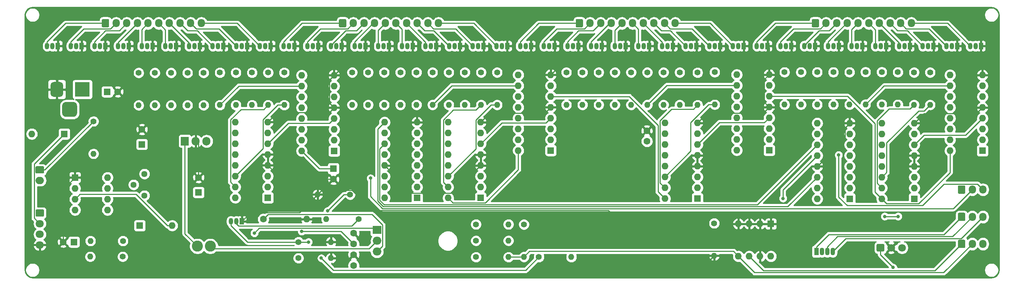
<source format=gbr>
%TF.GenerationSoftware,KiCad,Pcbnew,5.1.9+dfsg1-1+deb11u1*%
%TF.CreationDate,2023-01-26T22:17:51+08:00*%
%TF.ProjectId,OpenNixie,4f70656e-4e69-4786-9965-2e6b69636164,rev?*%
%TF.SameCoordinates,Original*%
%TF.FileFunction,Copper,L2,Bot*%
%TF.FilePolarity,Positive*%
%FSLAX46Y46*%
G04 Gerber Fmt 4.6, Leading zero omitted, Abs format (unit mm)*
G04 Created by KiCad (PCBNEW 5.1.9+dfsg1-1+deb11u1) date 2023-01-26 22:17:51*
%MOMM*%
%LPD*%
G01*
G04 APERTURE LIST*
%TA.AperFunction,ComponentPad*%
%ADD10R,1.600000X1.600000*%
%TD*%
%TA.AperFunction,ComponentPad*%
%ADD11O,1.600000X1.600000*%
%TD*%
%TA.AperFunction,ComponentPad*%
%ADD12O,1.700000X1.950000*%
%TD*%
%TA.AperFunction,ComponentPad*%
%ADD13O,1.950000X1.700000*%
%TD*%
%TA.AperFunction,ComponentPad*%
%ADD14O,2.000000X1.700000*%
%TD*%
%TA.AperFunction,ComponentPad*%
%ADD15C,1.600000*%
%TD*%
%TA.AperFunction,ComponentPad*%
%ADD16R,2.000000X1.905000*%
%TD*%
%TA.AperFunction,ComponentPad*%
%ADD17O,2.000000X1.905000*%
%TD*%
%TA.AperFunction,ComponentPad*%
%ADD18C,1.800000*%
%TD*%
%TA.AperFunction,ComponentPad*%
%ADD19R,1.905000X2.000000*%
%TD*%
%TA.AperFunction,ComponentPad*%
%ADD20O,1.905000X2.000000*%
%TD*%
%TA.AperFunction,ComponentPad*%
%ADD21C,1.440000*%
%TD*%
%TA.AperFunction,ComponentPad*%
%ADD22O,1.400000X1.400000*%
%TD*%
%TA.AperFunction,ComponentPad*%
%ADD23C,1.400000*%
%TD*%
%TA.AperFunction,ComponentPad*%
%ADD24R,1.050000X1.500000*%
%TD*%
%TA.AperFunction,ComponentPad*%
%ADD25O,1.050000X1.500000*%
%TD*%
%TA.AperFunction,ComponentPad*%
%ADD26C,2.600000*%
%TD*%
%TA.AperFunction,ComponentPad*%
%ADD27R,3.500000X3.500000*%
%TD*%
%TA.AperFunction,ComponentPad*%
%ADD28O,1.070000X1.800000*%
%TD*%
%TA.AperFunction,ComponentPad*%
%ADD29R,1.070000X1.800000*%
%TD*%
%TA.AperFunction,ViaPad*%
%ADD30C,0.800000*%
%TD*%
%TA.AperFunction,Conductor*%
%ADD31C,0.250000*%
%TD*%
%TA.AperFunction,Conductor*%
%ADD32C,0.254000*%
%TD*%
%TA.AperFunction,Conductor*%
%ADD33C,0.100000*%
%TD*%
G04 APERTURE END LIST*
D10*
%TO.P,U14,1*%
%TO.N,/595_1_P1*%
X288650000Y-167600000D03*
D11*
%TO.P,U14,9*%
%TO.N,N/C*%
X281030000Y-149820000D03*
%TO.P,U14,2*%
%TO.N,/595_1_P2*%
X288650000Y-165060000D03*
%TO.P,U14,10*%
%TO.N,+5V*%
X281030000Y-152360000D03*
%TO.P,U14,3*%
%TO.N,/595_1_P3*%
X288650000Y-162520000D03*
%TO.P,U14,11*%
%TO.N,CLOCK_PIN*%
X281030000Y-154900000D03*
%TO.P,U14,4*%
%TO.N,/595_1_P4*%
X288650000Y-159980000D03*
%TO.P,U14,12*%
%TO.N,LATCH_PIN*%
X281030000Y-157440000D03*
%TO.P,U14,5*%
%TO.N,/595_1_P5*%
X288650000Y-157440000D03*
%TO.P,U14,13*%
%TO.N,GND*%
X281030000Y-159980000D03*
%TO.P,U14,6*%
%TO.N,/595_1_P6*%
X288650000Y-154900000D03*
%TO.P,U14,14*%
%TO.N,CASCADE_PIN*%
X281030000Y-162520000D03*
%TO.P,U14,7*%
%TO.N,/595_1_P7*%
X288650000Y-152360000D03*
%TO.P,U14,15*%
%TO.N,/595_1_P0*%
X281030000Y-165060000D03*
%TO.P,U14,8*%
%TO.N,GND*%
X288650000Y-149820000D03*
%TO.P,U14,16*%
%TO.N,+5V*%
X281030000Y-167600000D03*
%TD*%
D12*
%TO.P,J10,10*%
%TO.N,NIXIE_3_P9*%
X303100000Y-126350000D03*
%TO.P,J10,9*%
%TO.N,NIXIE_3_P8*%
X300600000Y-126350000D03*
%TO.P,J10,8*%
%TO.N,NIXIE_3_P7*%
X298100000Y-126350000D03*
%TO.P,J10,7*%
%TO.N,NIXIE_3_P6*%
X295600000Y-126350000D03*
%TO.P,J10,6*%
%TO.N,NIXIE_3_P5*%
X293100000Y-126350000D03*
%TO.P,J10,5*%
%TO.N,NIXIE_3_P4*%
X290600000Y-126350000D03*
%TO.P,J10,4*%
%TO.N,NIXIE_3_P3*%
X288100000Y-126350000D03*
%TO.P,J10,3*%
%TO.N,NIXIE_3_P2*%
X285600000Y-126350000D03*
%TO.P,J10,2*%
%TO.N,NIXIE_3_P1*%
X283100000Y-126350000D03*
%TO.P,J10,1*%
%TO.N,NIXIE_3_P0*%
%TA.AperFunction,ComponentPad*%
G36*
G01*
X279750000Y-127075000D02*
X279750000Y-125625000D01*
G75*
G02*
X280000000Y-125375000I250000J0D01*
G01*
X281200000Y-125375000D01*
G75*
G02*
X281450000Y-125625000I0J-250000D01*
G01*
X281450000Y-127075000D01*
G75*
G02*
X281200000Y-127325000I-250000J0D01*
G01*
X280000000Y-127325000D01*
G75*
G02*
X279750000Y-127075000I0J250000D01*
G01*
G37*
%TD.AperFunction*%
%TD*%
%TO.P,J9,10*%
%TO.N,NIXIE_2_P9*%
X247700000Y-126350000D03*
%TO.P,J9,9*%
%TO.N,NIXIE_2_P8*%
X245200000Y-126350000D03*
%TO.P,J9,8*%
%TO.N,NIXIE_2_P7*%
X242700000Y-126350000D03*
%TO.P,J9,7*%
%TO.N,NIXIE_2_P6*%
X240200000Y-126350000D03*
%TO.P,J9,6*%
%TO.N,NIXIE_2_P5*%
X237700000Y-126350000D03*
%TO.P,J9,5*%
%TO.N,NIXIE_2_P4*%
X235200000Y-126350000D03*
%TO.P,J9,4*%
%TO.N,NIXIE_2_P3*%
X232700000Y-126350000D03*
%TO.P,J9,3*%
%TO.N,NIXIE_2_P2*%
X230200000Y-126350000D03*
%TO.P,J9,2*%
%TO.N,NIXIE_2_P1*%
X227700000Y-126350000D03*
%TO.P,J9,1*%
%TO.N,NIXIE_2_P0*%
%TA.AperFunction,ComponentPad*%
G36*
G01*
X224350000Y-127075000D02*
X224350000Y-125625000D01*
G75*
G02*
X224600000Y-125375000I250000J0D01*
G01*
X225800000Y-125375000D01*
G75*
G02*
X226050000Y-125625000I0J-250000D01*
G01*
X226050000Y-127075000D01*
G75*
G02*
X225800000Y-127325000I-250000J0D01*
G01*
X224600000Y-127325000D01*
G75*
G02*
X224350000Y-127075000I0J250000D01*
G01*
G37*
%TD.AperFunction*%
%TD*%
%TO.P,J8,10*%
%TO.N,NIXIE_1_P9*%
X192150000Y-126350000D03*
%TO.P,J8,9*%
%TO.N,NIXIE_1_P8*%
X189650000Y-126350000D03*
%TO.P,J8,8*%
%TO.N,NIXIE_1_P7*%
X187150000Y-126350000D03*
%TO.P,J8,7*%
%TO.N,NIXIE_1_P6*%
X184650000Y-126350000D03*
%TO.P,J8,6*%
%TO.N,NIXIE_1_P5*%
X182150000Y-126350000D03*
%TO.P,J8,5*%
%TO.N,NIXIE_1_P4*%
X179650000Y-126350000D03*
%TO.P,J8,4*%
%TO.N,NIXIE_1_P3*%
X177150000Y-126350000D03*
%TO.P,J8,3*%
%TO.N,NIXIE_1_P2*%
X174650000Y-126350000D03*
%TO.P,J8,2*%
%TO.N,NIXIE_1_P1*%
X172150000Y-126350000D03*
%TO.P,J8,1*%
%TO.N,NIXIE_1_P0*%
%TA.AperFunction,ComponentPad*%
G36*
G01*
X168800000Y-127075000D02*
X168800000Y-125625000D01*
G75*
G02*
X169050000Y-125375000I250000J0D01*
G01*
X170250000Y-125375000D01*
G75*
G02*
X170500000Y-125625000I0J-250000D01*
G01*
X170500000Y-127075000D01*
G75*
G02*
X170250000Y-127325000I-250000J0D01*
G01*
X169050000Y-127325000D01*
G75*
G02*
X168800000Y-127075000I0J250000D01*
G01*
G37*
%TD.AperFunction*%
%TD*%
%TO.P,J7,10*%
%TO.N,NIXIE_0_P9*%
X136500000Y-126350000D03*
%TO.P,J7,9*%
%TO.N,NIXIE_0_P8*%
X134000000Y-126350000D03*
%TO.P,J7,8*%
%TO.N,NIXIE_0_P7*%
X131500000Y-126350000D03*
%TO.P,J7,7*%
%TO.N,NIXIE_0_P6*%
X129000000Y-126350000D03*
%TO.P,J7,6*%
%TO.N,NIXIE_0_P5*%
X126500000Y-126350000D03*
%TO.P,J7,5*%
%TO.N,NIXIE_0_P4*%
X124000000Y-126350000D03*
%TO.P,J7,4*%
%TO.N,NIXIE_0_P3*%
X121500000Y-126350000D03*
%TO.P,J7,3*%
%TO.N,NIXIE_0_P2*%
X119000000Y-126350000D03*
%TO.P,J7,2*%
%TO.N,NIXIE_0_P1*%
X116500000Y-126350000D03*
%TO.P,J7,1*%
%TO.N,NIXIE_0_P0*%
%TA.AperFunction,ComponentPad*%
G36*
G01*
X113150000Y-127075000D02*
X113150000Y-125625000D01*
G75*
G02*
X113400000Y-125375000I250000J0D01*
G01*
X114600000Y-125375000D01*
G75*
G02*
X114850000Y-125625000I0J-250000D01*
G01*
X114850000Y-127075000D01*
G75*
G02*
X114600000Y-127325000I-250000J0D01*
G01*
X113400000Y-127325000D01*
G75*
G02*
X113150000Y-127075000I0J250000D01*
G01*
G37*
%TD.AperFunction*%
%TD*%
%TO.P,J6,3*%
%TO.N,IR_OUT*%
X319900000Y-178200000D03*
%TO.P,J6,2*%
%TO.N,I2C_SDA*%
X317400000Y-178200000D03*
%TO.P,J6,1*%
%TO.N,I2C_SCL*%
%TA.AperFunction,ComponentPad*%
G36*
G01*
X314050000Y-178925000D02*
X314050000Y-177475000D01*
G75*
G02*
X314300000Y-177225000I250000J0D01*
G01*
X315500000Y-177225000D01*
G75*
G02*
X315750000Y-177475000I0J-250000D01*
G01*
X315750000Y-178925000D01*
G75*
G02*
X315500000Y-179175000I-250000J0D01*
G01*
X314300000Y-179175000D01*
G75*
G02*
X314050000Y-178925000I0J250000D01*
G01*
G37*
%TD.AperFunction*%
%TD*%
D13*
%TO.P,J5,4*%
%TO.N,GND*%
X98600000Y-178450000D03*
%TO.P,J5,3*%
%TO.N,BOOST_OUT*%
X98600000Y-175950000D03*
%TO.P,J5,2*%
%TO.N,+12V*%
X98600000Y-173450000D03*
%TO.P,J5,1*%
%TO.N,+5V*%
%TA.AperFunction,ComponentPad*%
G36*
G01*
X97875000Y-170100000D02*
X99325000Y-170100000D01*
G75*
G02*
X99575000Y-170350000I0J-250000D01*
G01*
X99575000Y-171550000D01*
G75*
G02*
X99325000Y-171800000I-250000J0D01*
G01*
X97875000Y-171800000D01*
G75*
G02*
X97625000Y-171550000I0J250000D01*
G01*
X97625000Y-170350000D01*
G75*
G02*
X97875000Y-170100000I250000J0D01*
G01*
G37*
%TD.AperFunction*%
%TD*%
D12*
%TO.P,J3,3*%
%TO.N,CLOCK_PIN*%
X319900000Y-165450000D03*
%TO.P,J3,2*%
%TO.N,DATA_PIN*%
X317400000Y-165450000D03*
%TO.P,J3,1*%
%TO.N,LATCH_PIN*%
%TA.AperFunction,ComponentPad*%
G36*
G01*
X314050000Y-166175000D02*
X314050000Y-164725000D01*
G75*
G02*
X314300000Y-164475000I250000J0D01*
G01*
X315500000Y-164475000D01*
G75*
G02*
X315750000Y-164725000I0J-250000D01*
G01*
X315750000Y-166175000D01*
G75*
G02*
X315500000Y-166425000I-250000J0D01*
G01*
X314300000Y-166425000D01*
G75*
G02*
X314050000Y-166175000I0J250000D01*
G01*
G37*
%TD.AperFunction*%
%TD*%
%TO.P,J2,3*%
%TO.N,BLUE_PIN*%
X319900000Y-171850000D03*
%TO.P,J2,2*%
%TO.N,GREEN_PIN*%
X317400000Y-171850000D03*
%TO.P,J2,1*%
%TO.N,RED_PIN*%
%TA.AperFunction,ComponentPad*%
G36*
G01*
X314050000Y-172575000D02*
X314050000Y-171125000D01*
G75*
G02*
X314300000Y-170875000I250000J0D01*
G01*
X315500000Y-170875000D01*
G75*
G02*
X315750000Y-171125000I0J-250000D01*
G01*
X315750000Y-172575000D01*
G75*
G02*
X315500000Y-172825000I-250000J0D01*
G01*
X314300000Y-172825000D01*
G75*
G02*
X314050000Y-172575000I0J250000D01*
G01*
G37*
%TD.AperFunction*%
%TD*%
D14*
%TO.P,J1,2*%
%TO.N,CONSTANT_PIN*%
X98600000Y-163300000D03*
%TO.P,J1,1*%
%TO.N,TIMER_PIN*%
%TA.AperFunction,ComponentPad*%
G36*
G01*
X97850000Y-159950000D02*
X99350000Y-159950000D01*
G75*
G02*
X99600000Y-160200000I0J-250000D01*
G01*
X99600000Y-161400000D01*
G75*
G02*
X99350000Y-161650000I-250000J0D01*
G01*
X97850000Y-161650000D01*
G75*
G02*
X97600000Y-161400000I0J250000D01*
G01*
X97600000Y-160200000D01*
G75*
G02*
X97850000Y-159950000I250000J0D01*
G01*
G37*
%TD.AperFunction*%
%TD*%
D15*
%TO.P,C6,2*%
%TO.N,GND*%
X172250000Y-180750000D03*
%TO.P,C6,1*%
%TO.N,Net-(C6-Pad1)*%
X172250000Y-183250000D03*
%TD*%
D11*
%TO.P,U12,16*%
%TO.N,+5V*%
X262130000Y-156200000D03*
%TO.P,U12,8*%
%TO.N,GND*%
X269750000Y-138420000D03*
%TO.P,U12,15*%
%TO.N,/138_2_P0*%
X262130000Y-153660000D03*
%TO.P,U12,7*%
%TO.N,/138_2_P7*%
X269750000Y-140960000D03*
%TO.P,U12,14*%
%TO.N,/138_2_P1*%
X262130000Y-151120000D03*
%TO.P,U12,6*%
%TO.N,+5V*%
X269750000Y-143500000D03*
%TO.P,U12,13*%
%TO.N,/138_2_P2*%
X262130000Y-148580000D03*
%TO.P,U12,5*%
%TO.N,GND*%
X269750000Y-146040000D03*
%TO.P,U12,12*%
%TO.N,/138_2_P3*%
X262130000Y-146040000D03*
%TO.P,U12,4*%
%TO.N,/595_1_P3*%
X269750000Y-148580000D03*
%TO.P,U12,11*%
%TO.N,/138_2_P4*%
X262130000Y-143500000D03*
%TO.P,U12,3*%
%TO.N,/595_1_P2*%
X269750000Y-151120000D03*
%TO.P,U12,10*%
%TO.N,/138_2_P5*%
X262130000Y-140960000D03*
%TO.P,U12,2*%
%TO.N,/595_1_P1*%
X269750000Y-153660000D03*
%TO.P,U12,9*%
%TO.N,/138_2_P6*%
X262130000Y-138420000D03*
D10*
%TO.P,U12,1*%
%TO.N,/595_1_P0*%
X269750000Y-156200000D03*
%TD*%
D11*
%TO.P,U7,16*%
%TO.N,+5V*%
X160030000Y-156350000D03*
%TO.P,U7,8*%
%TO.N,GND*%
X167650000Y-138570000D03*
%TO.P,U7,15*%
%TO.N,/138_0_P0*%
X160030000Y-153810000D03*
%TO.P,U7,7*%
%TO.N,/138_0_P7*%
X167650000Y-141110000D03*
%TO.P,U7,14*%
%TO.N,/138_0_P1*%
X160030000Y-151270000D03*
%TO.P,U7,6*%
%TO.N,+5V*%
X167650000Y-143650000D03*
%TO.P,U7,13*%
%TO.N,/138_0_P2*%
X160030000Y-148730000D03*
%TO.P,U7,5*%
%TO.N,GND*%
X167650000Y-146190000D03*
%TO.P,U7,12*%
%TO.N,/138_0_P3*%
X160030000Y-146190000D03*
%TO.P,U7,4*%
%TO.N,/595_0_P3*%
X167650000Y-148730000D03*
%TO.P,U7,11*%
%TO.N,/138_0_P4*%
X160030000Y-143650000D03*
%TO.P,U7,3*%
%TO.N,/595_0_P2*%
X167650000Y-151270000D03*
%TO.P,U7,10*%
%TO.N,/138_0_P5*%
X160030000Y-141110000D03*
%TO.P,U7,2*%
%TO.N,/595_0_P1*%
X167650000Y-153810000D03*
%TO.P,U7,9*%
%TO.N,/138_0_P6*%
X160030000Y-138570000D03*
D10*
%TO.P,U7,1*%
%TO.N,/595_0_P0*%
X167650000Y-156350000D03*
%TD*%
D16*
%TO.P,Q2,1*%
%TO.N,Net-(Q2-Pad1)*%
X177700000Y-174950000D03*
D17*
%TO.P,Q2,2*%
%TO.N,Net-(C6-Pad1)*%
X177700000Y-177490000D03*
%TO.P,Q2,3*%
%TO.N,Net-(Q2-Pad3)*%
X177700000Y-180030000D03*
%TD*%
D10*
%TO.P,U16,1*%
%TO.N,/595_1_P4*%
X303800000Y-167600000D03*
D11*
%TO.P,U16,9*%
%TO.N,N/C*%
X296180000Y-149820000D03*
%TO.P,U16,2*%
%TO.N,/595_1_P5*%
X303800000Y-165060000D03*
%TO.P,U16,10*%
%TO.N,N/C*%
X296180000Y-152360000D03*
%TO.P,U16,3*%
%TO.N,/595_1_P6*%
X303800000Y-162520000D03*
%TO.P,U16,11*%
%TO.N,N/C*%
X296180000Y-154900000D03*
%TO.P,U16,4*%
%TO.N,GND*%
X303800000Y-159980000D03*
%TO.P,U16,12*%
%TO.N,N/C*%
X296180000Y-157440000D03*
%TO.P,U16,5*%
%TO.N,GND*%
X303800000Y-157440000D03*
%TO.P,U16,13*%
%TO.N,N/C*%
X296180000Y-159980000D03*
%TO.P,U16,6*%
%TO.N,/595_1_P7*%
X303800000Y-154900000D03*
%TO.P,U16,14*%
%TO.N,Net-(R51-Pad2)*%
X296180000Y-162520000D03*
%TO.P,U16,7*%
%TO.N,N/C*%
X303800000Y-152360000D03*
%TO.P,U16,15*%
%TO.N,Net-(R52-Pad2)*%
X296180000Y-165060000D03*
%TO.P,U16,8*%
%TO.N,GND*%
X303800000Y-149820000D03*
%TO.P,U16,16*%
%TO.N,+5V*%
X296180000Y-167600000D03*
%TD*%
D10*
%TO.P,U15,1*%
%TO.N,/595_1_P0*%
X252900000Y-167550000D03*
D11*
%TO.P,U15,9*%
%TO.N,N/C*%
X245280000Y-149770000D03*
%TO.P,U15,2*%
%TO.N,/595_1_P1*%
X252900000Y-165010000D03*
%TO.P,U15,10*%
%TO.N,N/C*%
X245280000Y-152310000D03*
%TO.P,U15,3*%
%TO.N,/595_1_P2*%
X252900000Y-162470000D03*
%TO.P,U15,11*%
%TO.N,N/C*%
X245280000Y-154850000D03*
%TO.P,U15,4*%
%TO.N,GND*%
X252900000Y-159930000D03*
%TO.P,U15,12*%
%TO.N,N/C*%
X245280000Y-157390000D03*
%TO.P,U15,5*%
%TO.N,GND*%
X252900000Y-157390000D03*
%TO.P,U15,13*%
%TO.N,N/C*%
X245280000Y-159930000D03*
%TO.P,U15,6*%
%TO.N,/595_1_P3*%
X252900000Y-154850000D03*
%TO.P,U15,14*%
%TO.N,Net-(R49-Pad2)*%
X245280000Y-162470000D03*
%TO.P,U15,7*%
%TO.N,N/C*%
X252900000Y-152310000D03*
%TO.P,U15,15*%
%TO.N,Net-(R50-Pad2)*%
X245280000Y-165010000D03*
%TO.P,U15,8*%
%TO.N,GND*%
X252900000Y-149770000D03*
%TO.P,U15,16*%
%TO.N,+5V*%
X245280000Y-167550000D03*
%TD*%
%TO.P,U13,16*%
%TO.N,+5V*%
X312180000Y-156300000D03*
%TO.P,U13,8*%
%TO.N,GND*%
X319800000Y-138520000D03*
%TO.P,U13,15*%
%TO.N,/138_3_P0*%
X312180000Y-153760000D03*
%TO.P,U13,7*%
%TO.N,/138_3_P7*%
X319800000Y-141060000D03*
%TO.P,U13,14*%
%TO.N,/138_3_P1*%
X312180000Y-151220000D03*
%TO.P,U13,6*%
%TO.N,+5V*%
X319800000Y-143600000D03*
%TO.P,U13,13*%
%TO.N,/138_3_P2*%
X312180000Y-148680000D03*
%TO.P,U13,5*%
%TO.N,GND*%
X319800000Y-146140000D03*
%TO.P,U13,12*%
%TO.N,/138_3_P3*%
X312180000Y-146140000D03*
%TO.P,U13,4*%
%TO.N,/595_1_P7*%
X319800000Y-148680000D03*
%TO.P,U13,11*%
%TO.N,/138_3_P4*%
X312180000Y-143600000D03*
%TO.P,U13,3*%
%TO.N,/595_1_P6*%
X319800000Y-151220000D03*
%TO.P,U13,10*%
%TO.N,/138_3_P5*%
X312180000Y-141060000D03*
%TO.P,U13,2*%
%TO.N,/595_1_P5*%
X319800000Y-153760000D03*
%TO.P,U13,9*%
%TO.N,/138_3_P6*%
X312180000Y-138520000D03*
D10*
%TO.P,U13,1*%
%TO.N,/595_1_P4*%
X319800000Y-156300000D03*
%TD*%
%TO.P,U11,1*%
%TO.N,/595_0_P4*%
X202050000Y-167400000D03*
D11*
%TO.P,U11,9*%
%TO.N,N/C*%
X194430000Y-149620000D03*
%TO.P,U11,2*%
%TO.N,/595_0_P5*%
X202050000Y-164860000D03*
%TO.P,U11,10*%
%TO.N,N/C*%
X194430000Y-152160000D03*
%TO.P,U11,3*%
%TO.N,/595_0_P6*%
X202050000Y-162320000D03*
%TO.P,U11,11*%
%TO.N,N/C*%
X194430000Y-154700000D03*
%TO.P,U11,4*%
%TO.N,GND*%
X202050000Y-159780000D03*
%TO.P,U11,12*%
%TO.N,N/C*%
X194430000Y-157240000D03*
%TO.P,U11,5*%
%TO.N,GND*%
X202050000Y-157240000D03*
%TO.P,U11,13*%
%TO.N,N/C*%
X194430000Y-159780000D03*
%TO.P,U11,6*%
%TO.N,/595_0_P7*%
X202050000Y-154700000D03*
%TO.P,U11,14*%
%TO.N,Net-(R31-Pad2)*%
X194430000Y-162320000D03*
%TO.P,U11,7*%
%TO.N,N/C*%
X202050000Y-152160000D03*
%TO.P,U11,15*%
%TO.N,Net-(R32-Pad2)*%
X194430000Y-164860000D03*
%TO.P,U11,8*%
%TO.N,GND*%
X202050000Y-149620000D03*
%TO.P,U11,16*%
%TO.N,+5V*%
X194430000Y-167400000D03*
%TD*%
D10*
%TO.P,U10,1*%
%TO.N,/595_0_P0*%
X152100000Y-167350000D03*
D11*
%TO.P,U10,9*%
%TO.N,N/C*%
X144480000Y-149570000D03*
%TO.P,U10,2*%
%TO.N,/595_0_P1*%
X152100000Y-164810000D03*
%TO.P,U10,10*%
%TO.N,N/C*%
X144480000Y-152110000D03*
%TO.P,U10,3*%
%TO.N,/595_0_P2*%
X152100000Y-162270000D03*
%TO.P,U10,11*%
%TO.N,N/C*%
X144480000Y-154650000D03*
%TO.P,U10,4*%
%TO.N,GND*%
X152100000Y-159730000D03*
%TO.P,U10,12*%
%TO.N,N/C*%
X144480000Y-157190000D03*
%TO.P,U10,5*%
%TO.N,GND*%
X152100000Y-157190000D03*
%TO.P,U10,13*%
%TO.N,N/C*%
X144480000Y-159730000D03*
%TO.P,U10,6*%
%TO.N,/595_0_P3*%
X152100000Y-154650000D03*
%TO.P,U10,14*%
%TO.N,Net-(R29-Pad2)*%
X144480000Y-162270000D03*
%TO.P,U10,7*%
%TO.N,N/C*%
X152100000Y-152110000D03*
%TO.P,U10,15*%
%TO.N,Net-(R30-Pad2)*%
X144480000Y-164810000D03*
%TO.P,U10,8*%
%TO.N,GND*%
X152100000Y-149570000D03*
%TO.P,U10,16*%
%TO.N,+5V*%
X144480000Y-167350000D03*
%TD*%
D10*
%TO.P,U9,1*%
%TO.N,/595_0_P1*%
X187100000Y-167400000D03*
D11*
%TO.P,U9,9*%
%TO.N,CASCADE_PIN*%
X179480000Y-149620000D03*
%TO.P,U9,2*%
%TO.N,/595_0_P2*%
X187100000Y-164860000D03*
%TO.P,U9,10*%
%TO.N,+5V*%
X179480000Y-152160000D03*
%TO.P,U9,3*%
%TO.N,/595_0_P3*%
X187100000Y-162320000D03*
%TO.P,U9,11*%
%TO.N,CLOCK_PIN*%
X179480000Y-154700000D03*
%TO.P,U9,4*%
%TO.N,/595_0_P4*%
X187100000Y-159780000D03*
%TO.P,U9,12*%
%TO.N,LATCH_PIN*%
X179480000Y-157240000D03*
%TO.P,U9,5*%
%TO.N,/595_0_P5*%
X187100000Y-157240000D03*
%TO.P,U9,13*%
%TO.N,GND*%
X179480000Y-159780000D03*
%TO.P,U9,6*%
%TO.N,/595_0_P6*%
X187100000Y-154700000D03*
%TO.P,U9,14*%
%TO.N,DATA_PIN*%
X179480000Y-162320000D03*
%TO.P,U9,7*%
%TO.N,/595_0_P7*%
X187100000Y-152160000D03*
%TO.P,U9,15*%
%TO.N,/595_0_P0*%
X179480000Y-164860000D03*
%TO.P,U9,8*%
%TO.N,GND*%
X187100000Y-149620000D03*
%TO.P,U9,16*%
%TO.N,+5V*%
X179480000Y-167400000D03*
%TD*%
%TO.P,U8,16*%
%TO.N,+5V*%
X210880000Y-156250000D03*
%TO.P,U8,8*%
%TO.N,GND*%
X218500000Y-138470000D03*
%TO.P,U8,15*%
%TO.N,/138_1_P0*%
X210880000Y-153710000D03*
%TO.P,U8,7*%
%TO.N,/138_1_P7*%
X218500000Y-141010000D03*
%TO.P,U8,14*%
%TO.N,/138_1_P1*%
X210880000Y-151170000D03*
%TO.P,U8,6*%
%TO.N,+5V*%
X218500000Y-143550000D03*
%TO.P,U8,13*%
%TO.N,/138_1_P2*%
X210880000Y-148630000D03*
%TO.P,U8,5*%
%TO.N,GND*%
X218500000Y-146090000D03*
%TO.P,U8,12*%
%TO.N,/138_1_P3*%
X210880000Y-146090000D03*
%TO.P,U8,4*%
%TO.N,/595_0_P7*%
X218500000Y-148630000D03*
%TO.P,U8,11*%
%TO.N,/138_1_P4*%
X210880000Y-143550000D03*
%TO.P,U8,3*%
%TO.N,/595_0_P6*%
X218500000Y-151170000D03*
%TO.P,U8,10*%
%TO.N,/138_1_P5*%
X210880000Y-141010000D03*
%TO.P,U8,2*%
%TO.N,/595_0_P5*%
X218500000Y-153710000D03*
%TO.P,U8,9*%
%TO.N,/138_1_P6*%
X210880000Y-138470000D03*
D10*
%TO.P,U8,1*%
%TO.N,/595_0_P4*%
X218500000Y-156250000D03*
%TD*%
D18*
%TO.P,U6,3*%
%TO.N,+5V*%
X300930000Y-179100000D03*
%TO.P,U6,2*%
%TO.N,GND*%
X298390000Y-179100000D03*
%TO.P,U6,1*%
%TO.N,IR_OUT*%
%TA.AperFunction,ComponentPad*%
G36*
G01*
X294950000Y-179751600D02*
X294950000Y-178448400D01*
G75*
G02*
X295198400Y-178200000I248400J0D01*
G01*
X296501600Y-178200000D01*
G75*
G02*
X296750000Y-178448400I0J-248400D01*
G01*
X296750000Y-179751600D01*
G75*
G02*
X296501600Y-180000000I-248400J0D01*
G01*
X295198400Y-180000000D01*
G75*
G02*
X294950000Y-179751600I0J248400D01*
G01*
G37*
%TD.AperFunction*%
%TD*%
D11*
%TO.P,U5,8*%
%TO.N,+5V*%
X270150000Y-181120000D03*
%TO.P,U5,4*%
%TO.N,GND*%
X262530000Y-173500000D03*
%TO.P,U5,7*%
X267610000Y-181120000D03*
%TO.P,U5,3*%
X265070000Y-173500000D03*
%TO.P,U5,6*%
%TO.N,I2C_SCL*%
X265070000Y-181120000D03*
%TO.P,U5,2*%
%TO.N,GND*%
X267610000Y-173500000D03*
%TO.P,U5,5*%
%TO.N,I2C_SDA*%
X262530000Y-181120000D03*
D10*
%TO.P,U5,1*%
%TO.N,GND*%
X270150000Y-173500000D03*
%TD*%
%TO.P,U2,1*%
%TO.N,GND*%
X106850000Y-162600000D03*
D11*
%TO.P,U2,5*%
%TO.N,N/C*%
X114470000Y-170220000D03*
%TO.P,U2,2*%
%TO.N,TIMER_PIN*%
X106850000Y-165140000D03*
%TO.P,U2,6*%
%TO.N,Net-(C3-Pad1)*%
X114470000Y-167680000D03*
%TO.P,U2,3*%
%TO.N,Net-(D1-Pad2)*%
X106850000Y-167680000D03*
%TO.P,U2,7*%
%TO.N,Net-(C3-Pad1)*%
X114470000Y-165140000D03*
%TO.P,U2,4*%
%TO.N,+5V*%
X106850000Y-170220000D03*
%TO.P,U2,8*%
X114470000Y-162600000D03*
%TD*%
D19*
%TO.P,U1,1*%
%TO.N,+12V*%
X132650000Y-154050000D03*
D20*
%TO.P,U1,2*%
%TO.N,GND*%
X135190000Y-154050000D03*
%TO.P,U1,3*%
%TO.N,+5V*%
X137730000Y-154050000D03*
%TD*%
D11*
%TO.P,SW1,2*%
%TO.N,Net-(J4-Pad1)*%
X96730000Y-152350000D03*
D10*
%TO.P,SW1,1*%
%TO.N,+12V*%
X104350000Y-152350000D03*
%TD*%
D21*
%TO.P,RV1,1*%
%TO.N,+5V*%
X123150000Y-161750000D03*
%TO.P,RV1,2*%
X120610000Y-164290000D03*
%TO.P,RV1,3*%
%TO.N,Net-(C3-Pad1)*%
X123150000Y-166830000D03*
%TD*%
D22*
%TO.P,R54,2*%
%TO.N,/138_3_P6*%
X296150000Y-145420000D03*
D23*
%TO.P,R54,1*%
%TO.N,Net-(Q38-Pad2)*%
X296150000Y-137800000D03*
%TD*%
D22*
%TO.P,R53,2*%
%TO.N,/138_2_P6*%
X244950000Y-145520000D03*
D23*
%TO.P,R53,1*%
%TO.N,Net-(Q37-Pad2)*%
X244950000Y-137900000D03*
%TD*%
D22*
%TO.P,R52,2*%
%TO.N,Net-(R52-Pad2)*%
X303750000Y-145520000D03*
D23*
%TO.P,R52,1*%
%TO.N,Net-(Q40-Pad2)*%
X303750000Y-137900000D03*
%TD*%
D22*
%TO.P,R51,2*%
%TO.N,Net-(R51-Pad2)*%
X307500000Y-145520000D03*
D23*
%TO.P,R51,1*%
%TO.N,Net-(Q42-Pad2)*%
X307500000Y-137900000D03*
%TD*%
D22*
%TO.P,R50,2*%
%TO.N,Net-(R50-Pad2)*%
X252950000Y-145570000D03*
D23*
%TO.P,R50,1*%
%TO.N,Net-(Q39-Pad2)*%
X252950000Y-137950000D03*
%TD*%
D22*
%TO.P,R49,2*%
%TO.N,Net-(R49-Pad2)*%
X256950000Y-145470000D03*
D23*
%TO.P,R49,1*%
%TO.N,Net-(Q41-Pad2)*%
X256950000Y-137850000D03*
%TD*%
D22*
%TO.P,R48,2*%
%TO.N,/138_3_P7*%
X299950000Y-145470000D03*
D23*
%TO.P,R48,1*%
%TO.N,Net-(Q36-Pad2)*%
X299950000Y-137850000D03*
%TD*%
D22*
%TO.P,R47,2*%
%TO.N,/138_2_P7*%
X248750000Y-145520000D03*
D23*
%TO.P,R47,1*%
%TO.N,Net-(Q35-Pad2)*%
X248750000Y-137900000D03*
%TD*%
D22*
%TO.P,R46,2*%
%TO.N,/138_3_P4*%
X288600000Y-145470000D03*
D23*
%TO.P,R46,1*%
%TO.N,Net-(Q34-Pad2)*%
X288600000Y-137850000D03*
%TD*%
D22*
%TO.P,R45,2*%
%TO.N,/138_2_P4*%
X237350000Y-145520000D03*
D23*
%TO.P,R45,1*%
%TO.N,Net-(Q33-Pad2)*%
X237350000Y-137900000D03*
%TD*%
D22*
%TO.P,R44,2*%
%TO.N,/138_3_P5*%
X292350000Y-145420000D03*
D23*
%TO.P,R44,1*%
%TO.N,Net-(Q32-Pad2)*%
X292350000Y-137800000D03*
%TD*%
D22*
%TO.P,R43,2*%
%TO.N,/138_2_P5*%
X241150000Y-145520000D03*
D23*
%TO.P,R43,1*%
%TO.N,Net-(Q31-Pad2)*%
X241150000Y-137900000D03*
%TD*%
D22*
%TO.P,R42,2*%
%TO.N,/138_3_P2*%
X281000000Y-145470000D03*
D23*
%TO.P,R42,1*%
%TO.N,Net-(Q30-Pad2)*%
X281000000Y-137850000D03*
%TD*%
D22*
%TO.P,R41,2*%
%TO.N,/138_2_P2*%
X229750000Y-145520000D03*
D23*
%TO.P,R41,1*%
%TO.N,Net-(Q29-Pad2)*%
X229750000Y-137900000D03*
%TD*%
D22*
%TO.P,R40,2*%
%TO.N,/138_3_P3*%
X284800000Y-145470000D03*
D23*
%TO.P,R40,1*%
%TO.N,Net-(Q28-Pad2)*%
X284800000Y-137850000D03*
%TD*%
D22*
%TO.P,R39,2*%
%TO.N,/138_2_P3*%
X233550000Y-145520000D03*
D23*
%TO.P,R39,1*%
%TO.N,Net-(Q27-Pad2)*%
X233550000Y-137900000D03*
%TD*%
D22*
%TO.P,R38,2*%
%TO.N,/138_3_P0*%
X273350000Y-145470000D03*
D23*
%TO.P,R38,1*%
%TO.N,Net-(Q26-Pad2)*%
X273350000Y-137850000D03*
%TD*%
D22*
%TO.P,R37,2*%
%TO.N,/138_2_P0*%
X222150000Y-145520000D03*
D23*
%TO.P,R37,1*%
%TO.N,Net-(Q25-Pad2)*%
X222150000Y-137900000D03*
%TD*%
D22*
%TO.P,R36,2*%
%TO.N,/138_3_P1*%
X277200000Y-145470000D03*
D23*
%TO.P,R36,1*%
%TO.N,Net-(Q24-Pad2)*%
X277200000Y-137850000D03*
%TD*%
D22*
%TO.P,R35,2*%
%TO.N,/138_2_P1*%
X225950000Y-145520000D03*
D23*
%TO.P,R35,1*%
%TO.N,Net-(Q23-Pad2)*%
X225950000Y-137900000D03*
%TD*%
D22*
%TO.P,R34,2*%
%TO.N,/138_1_P6*%
X194550000Y-145520000D03*
D23*
%TO.P,R34,1*%
%TO.N,Net-(Q18-Pad2)*%
X194550000Y-137900000D03*
%TD*%
D22*
%TO.P,R33,2*%
%TO.N,/138_0_P6*%
X144600000Y-145570000D03*
D23*
%TO.P,R33,1*%
%TO.N,Net-(Q17-Pad2)*%
X144600000Y-137950000D03*
%TD*%
D22*
%TO.P,R32,2*%
%TO.N,Net-(R32-Pad2)*%
X202150000Y-145520000D03*
D23*
%TO.P,R32,1*%
%TO.N,Net-(Q20-Pad2)*%
X202150000Y-137900000D03*
%TD*%
D22*
%TO.P,R31,2*%
%TO.N,Net-(R31-Pad2)*%
X205900000Y-145520000D03*
D23*
%TO.P,R31,1*%
%TO.N,Net-(Q22-Pad2)*%
X205900000Y-137900000D03*
%TD*%
D22*
%TO.P,R30,2*%
%TO.N,Net-(R30-Pad2)*%
X152150000Y-145570000D03*
D23*
%TO.P,R30,1*%
%TO.N,Net-(Q19-Pad2)*%
X152150000Y-137950000D03*
%TD*%
D22*
%TO.P,R29,2*%
%TO.N,Net-(R29-Pad2)*%
X155950000Y-145570000D03*
D23*
%TO.P,R29,1*%
%TO.N,Net-(Q21-Pad2)*%
X155950000Y-137950000D03*
%TD*%
D22*
%TO.P,R28,2*%
%TO.N,/138_1_P7*%
X198350000Y-145520000D03*
D23*
%TO.P,R28,1*%
%TO.N,Net-(Q16-Pad2)*%
X198350000Y-137900000D03*
%TD*%
D22*
%TO.P,R27,2*%
%TO.N,/138_0_P7*%
X148400000Y-145570000D03*
D23*
%TO.P,R27,1*%
%TO.N,Net-(Q15-Pad2)*%
X148400000Y-137950000D03*
%TD*%
D22*
%TO.P,R26,2*%
%TO.N,/138_1_P4*%
X187000000Y-145520000D03*
D23*
%TO.P,R26,1*%
%TO.N,Net-(Q14-Pad2)*%
X187000000Y-137900000D03*
%TD*%
D22*
%TO.P,R25,2*%
%TO.N,/138_0_P4*%
X137050000Y-145620000D03*
D23*
%TO.P,R25,1*%
%TO.N,Net-(Q13-Pad2)*%
X137050000Y-138000000D03*
%TD*%
D22*
%TO.P,R24,2*%
%TO.N,/138_1_P5*%
X190750000Y-145520000D03*
D23*
%TO.P,R24,1*%
%TO.N,Net-(Q12-Pad2)*%
X190750000Y-137900000D03*
%TD*%
D22*
%TO.P,R23,2*%
%TO.N,/138_0_P5*%
X140850000Y-145570000D03*
D23*
%TO.P,R23,1*%
%TO.N,Net-(Q11-Pad2)*%
X140850000Y-137950000D03*
%TD*%
D22*
%TO.P,R22,2*%
%TO.N,/138_1_P2*%
X179400000Y-145520000D03*
D23*
%TO.P,R22,1*%
%TO.N,Net-(Q10-Pad2)*%
X179400000Y-137900000D03*
%TD*%
D22*
%TO.P,R21,2*%
%TO.N,/138_0_P2*%
X129400000Y-145620000D03*
D23*
%TO.P,R21,1*%
%TO.N,Net-(Q9-Pad2)*%
X129400000Y-138000000D03*
%TD*%
D22*
%TO.P,R20,2*%
%TO.N,/138_1_P3*%
X183200000Y-145520000D03*
D23*
%TO.P,R20,1*%
%TO.N,Net-(Q8-Pad2)*%
X183200000Y-137900000D03*
%TD*%
D22*
%TO.P,R19,2*%
%TO.N,/138_0_P3*%
X133250000Y-145620000D03*
D23*
%TO.P,R19,1*%
%TO.N,Net-(Q7-Pad2)*%
X133250000Y-138000000D03*
%TD*%
%TO.P,R18,1*%
%TO.N,Net-(Q6-Pad2)*%
X171900000Y-137900000D03*
D22*
%TO.P,R18,2*%
%TO.N,/138_1_P0*%
X171900000Y-145520000D03*
%TD*%
%TO.P,R17,2*%
%TO.N,/138_0_P0*%
X121800000Y-145620000D03*
D23*
%TO.P,R17,1*%
%TO.N,Net-(Q5-Pad2)*%
X121800000Y-138000000D03*
%TD*%
D22*
%TO.P,R16,2*%
%TO.N,/138_1_P1*%
X175650000Y-145520000D03*
D23*
%TO.P,R16,1*%
%TO.N,Net-(Q4-Pad2)*%
X175650000Y-137900000D03*
%TD*%
D22*
%TO.P,R15,2*%
%TO.N,/138_0_P1*%
X125600000Y-145620000D03*
D23*
%TO.P,R15,1*%
%TO.N,Net-(Q3-Pad2)*%
X125600000Y-138000000D03*
%TD*%
D11*
%TO.P,R14,2*%
%TO.N,GND*%
X161210000Y-172400000D03*
D15*
%TO.P,R14,1*%
%TO.N,Net-(Q2-Pad3)*%
X151050000Y-172400000D03*
%TD*%
D22*
%TO.P,R13,2*%
%TO.N,GND*%
X256850000Y-180970000D03*
D23*
%TO.P,R13,1*%
%TO.N,Net-(D3-Pad2)*%
X256850000Y-173350000D03*
%TD*%
D22*
%TO.P,R12,2*%
%TO.N,GND*%
X166920000Y-181550000D03*
D23*
%TO.P,R12,1*%
%TO.N,Net-(R12-Pad1)*%
X159300000Y-181550000D03*
%TD*%
D22*
%TO.P,R11,2*%
%TO.N,GND*%
X166920000Y-177750000D03*
D23*
%TO.P,R11,1*%
%TO.N,SHDN_PIN*%
X159300000Y-177750000D03*
%TD*%
D22*
%TO.P,R10,2*%
%TO.N,I2C_SDA*%
X212200000Y-181250000D03*
D23*
%TO.P,R10,1*%
%TO.N,+5V*%
X212200000Y-173630000D03*
%TD*%
D22*
%TO.P,R9,2*%
%TO.N,I2C_SCL*%
X208570000Y-173600000D03*
D23*
%TO.P,R9,1*%
%TO.N,+5V*%
X200950000Y-173600000D03*
%TD*%
D22*
%TO.P,R8,2*%
%TO.N,I2C_SCL*%
X208570000Y-177450000D03*
D23*
%TO.P,R8,1*%
%TO.N,+5V*%
X200950000Y-177450000D03*
%TD*%
D22*
%TO.P,R7,2*%
%TO.N,I2C_SDA*%
X208570000Y-181300000D03*
D23*
%TO.P,R7,1*%
%TO.N,+5V*%
X200950000Y-181300000D03*
%TD*%
D22*
%TO.P,R6,2*%
%TO.N,BOOST_OUT*%
X110480000Y-177500000D03*
D23*
%TO.P,R6,1*%
%TO.N,Net-(C7-Pad1)*%
X118100000Y-177500000D03*
%TD*%
D22*
%TO.P,R5,2*%
%TO.N,Net-(C7-Pad1)*%
X110430000Y-181200000D03*
D23*
%TO.P,R5,1*%
%TO.N,Net-(R12-Pad1)*%
X118050000Y-181200000D03*
%TD*%
D22*
%TO.P,R4,2*%
%TO.N,GND*%
X163780000Y-166600000D03*
D23*
%TO.P,R4,1*%
%TO.N,CONSTANT_PIN*%
X171400000Y-166600000D03*
%TD*%
%TO.P,R3,1*%
%TO.N,Net-(Q1-Pad2)*%
X173450000Y-172350000D03*
D22*
%TO.P,R3,2*%
%TO.N,CONSTANT_PIN*%
X165830000Y-172350000D03*
%TD*%
%TO.P,R2,2*%
%TO.N,+5V*%
X111200000Y-157020000D03*
D23*
%TO.P,R2,1*%
%TO.N,TIMER_PIN*%
X111200000Y-149400000D03*
%TD*%
D22*
%TO.P,R1,2*%
%TO.N,+5V*%
X223320000Y-181300000D03*
D23*
%TO.P,R1,1*%
%TO.N,SHDN_PIN*%
X215700000Y-181300000D03*
%TD*%
D24*
%TO.P,Q42,1*%
%TO.N,GND*%
X319450000Y-131700000D03*
D25*
%TO.P,Q42,3*%
%TO.N,NIXIE_3_P9*%
X316910000Y-131700000D03*
%TO.P,Q42,2*%
%TO.N,Net-(Q42-Pad2)*%
X318180000Y-131700000D03*
%TD*%
D24*
%TO.P,Q41,1*%
%TO.N,GND*%
X263800000Y-131700000D03*
D25*
%TO.P,Q41,3*%
%TO.N,NIXIE_2_P9*%
X261260000Y-131700000D03*
%TO.P,Q41,2*%
%TO.N,Net-(Q41-Pad2)*%
X262530000Y-131700000D03*
%TD*%
D24*
%TO.P,Q40,1*%
%TO.N,GND*%
X313850000Y-131700000D03*
D25*
%TO.P,Q40,3*%
%TO.N,NIXIE_3_P8*%
X311310000Y-131700000D03*
%TO.P,Q40,2*%
%TO.N,Net-(Q40-Pad2)*%
X312580000Y-131700000D03*
%TD*%
D24*
%TO.P,Q39,1*%
%TO.N,GND*%
X258250000Y-131700000D03*
D25*
%TO.P,Q39,3*%
%TO.N,NIXIE_2_P8*%
X255710000Y-131700000D03*
%TO.P,Q39,2*%
%TO.N,Net-(Q39-Pad2)*%
X256980000Y-131700000D03*
%TD*%
D24*
%TO.P,Q38,1*%
%TO.N,GND*%
X302750000Y-131700000D03*
D25*
%TO.P,Q38,3*%
%TO.N,NIXIE_3_P6*%
X300210000Y-131700000D03*
%TO.P,Q38,2*%
%TO.N,Net-(Q38-Pad2)*%
X301480000Y-131700000D03*
%TD*%
D24*
%TO.P,Q37,1*%
%TO.N,GND*%
X247150000Y-131700000D03*
D25*
%TO.P,Q37,3*%
%TO.N,NIXIE_2_P6*%
X244610000Y-131700000D03*
%TO.P,Q37,2*%
%TO.N,Net-(Q37-Pad2)*%
X245880000Y-131700000D03*
%TD*%
D24*
%TO.P,Q36,1*%
%TO.N,GND*%
X308300000Y-131700000D03*
D25*
%TO.P,Q36,3*%
%TO.N,NIXIE_3_P7*%
X305760000Y-131700000D03*
%TO.P,Q36,2*%
%TO.N,Net-(Q36-Pad2)*%
X307030000Y-131700000D03*
%TD*%
D24*
%TO.P,Q35,1*%
%TO.N,GND*%
X252700000Y-131700000D03*
D25*
%TO.P,Q35,3*%
%TO.N,NIXIE_2_P7*%
X250160000Y-131700000D03*
%TO.P,Q35,2*%
%TO.N,Net-(Q35-Pad2)*%
X251430000Y-131700000D03*
%TD*%
D24*
%TO.P,Q34,1*%
%TO.N,GND*%
X291650000Y-131700000D03*
D25*
%TO.P,Q34,3*%
%TO.N,NIXIE_3_P4*%
X289110000Y-131700000D03*
%TO.P,Q34,2*%
%TO.N,Net-(Q34-Pad2)*%
X290380000Y-131700000D03*
%TD*%
D24*
%TO.P,Q33,1*%
%TO.N,GND*%
X236050000Y-131700000D03*
D25*
%TO.P,Q33,3*%
%TO.N,NIXIE_2_P4*%
X233510000Y-131700000D03*
%TO.P,Q33,2*%
%TO.N,Net-(Q33-Pad2)*%
X234780000Y-131700000D03*
%TD*%
D24*
%TO.P,Q32,1*%
%TO.N,GND*%
X297200000Y-131700000D03*
D25*
%TO.P,Q32,3*%
%TO.N,NIXIE_3_P5*%
X294660000Y-131700000D03*
%TO.P,Q32,2*%
%TO.N,Net-(Q32-Pad2)*%
X295930000Y-131700000D03*
%TD*%
D24*
%TO.P,Q31,1*%
%TO.N,GND*%
X241600000Y-131700000D03*
D25*
%TO.P,Q31,3*%
%TO.N,NIXIE_2_P5*%
X239060000Y-131700000D03*
%TO.P,Q31,2*%
%TO.N,Net-(Q31-Pad2)*%
X240330000Y-131700000D03*
%TD*%
D24*
%TO.P,Q30,1*%
%TO.N,GND*%
X280520000Y-131700000D03*
D25*
%TO.P,Q30,3*%
%TO.N,NIXIE_3_P2*%
X277980000Y-131700000D03*
%TO.P,Q30,2*%
%TO.N,Net-(Q30-Pad2)*%
X279250000Y-131700000D03*
%TD*%
D24*
%TO.P,Q29,1*%
%TO.N,GND*%
X224950000Y-131700000D03*
D25*
%TO.P,Q29,3*%
%TO.N,NIXIE_2_P2*%
X222410000Y-131700000D03*
%TO.P,Q29,2*%
%TO.N,Net-(Q29-Pad2)*%
X223680000Y-131700000D03*
%TD*%
D24*
%TO.P,Q28,1*%
%TO.N,GND*%
X286100000Y-131700000D03*
D25*
%TO.P,Q28,3*%
%TO.N,NIXIE_3_P3*%
X283560000Y-131700000D03*
%TO.P,Q28,2*%
%TO.N,Net-(Q28-Pad2)*%
X284830000Y-131700000D03*
%TD*%
D24*
%TO.P,Q27,1*%
%TO.N,GND*%
X230500000Y-131700000D03*
D25*
%TO.P,Q27,3*%
%TO.N,NIXIE_2_P3*%
X227960000Y-131700000D03*
%TO.P,Q27,2*%
%TO.N,Net-(Q27-Pad2)*%
X229230000Y-131700000D03*
%TD*%
D24*
%TO.P,Q26,1*%
%TO.N,GND*%
X269370000Y-131700000D03*
D25*
%TO.P,Q26,3*%
%TO.N,NIXIE_3_P0*%
X266830000Y-131700000D03*
%TO.P,Q26,2*%
%TO.N,Net-(Q26-Pad2)*%
X268100000Y-131700000D03*
%TD*%
%TO.P,Q25,2*%
%TO.N,Net-(Q25-Pad2)*%
X212580000Y-131700000D03*
%TO.P,Q25,3*%
%TO.N,NIXIE_2_P0*%
X211310000Y-131700000D03*
D24*
%TO.P,Q25,1*%
%TO.N,GND*%
X213850000Y-131700000D03*
%TD*%
%TO.P,Q24,1*%
%TO.N,GND*%
X274950000Y-131700000D03*
D25*
%TO.P,Q24,3*%
%TO.N,NIXIE_3_P1*%
X272410000Y-131700000D03*
%TO.P,Q24,2*%
%TO.N,Net-(Q24-Pad2)*%
X273680000Y-131700000D03*
%TD*%
%TO.P,Q23,2*%
%TO.N,Net-(Q23-Pad2)*%
X218130000Y-131700000D03*
%TO.P,Q23,3*%
%TO.N,NIXIE_2_P1*%
X216860000Y-131700000D03*
D24*
%TO.P,Q23,1*%
%TO.N,GND*%
X219400000Y-131700000D03*
%TD*%
D25*
%TO.P,Q22,2*%
%TO.N,Net-(Q22-Pad2)*%
X207030000Y-131700000D03*
%TO.P,Q22,3*%
%TO.N,NIXIE_1_P9*%
X205760000Y-131700000D03*
D24*
%TO.P,Q22,1*%
%TO.N,GND*%
X208300000Y-131700000D03*
%TD*%
%TO.P,Q21,1*%
%TO.N,GND*%
X152800000Y-131700000D03*
D25*
%TO.P,Q21,3*%
%TO.N,NIXIE_0_P9*%
X150260000Y-131700000D03*
%TO.P,Q21,2*%
%TO.N,Net-(Q21-Pad2)*%
X151530000Y-131700000D03*
%TD*%
%TO.P,Q20,2*%
%TO.N,Net-(Q20-Pad2)*%
X201480000Y-131700000D03*
%TO.P,Q20,3*%
%TO.N,NIXIE_1_P8*%
X200210000Y-131700000D03*
D24*
%TO.P,Q20,1*%
%TO.N,GND*%
X202750000Y-131700000D03*
%TD*%
%TO.P,Q19,1*%
%TO.N,GND*%
X147250000Y-131700000D03*
D25*
%TO.P,Q19,3*%
%TO.N,NIXIE_0_P8*%
X144710000Y-131700000D03*
%TO.P,Q19,2*%
%TO.N,Net-(Q19-Pad2)*%
X145980000Y-131700000D03*
%TD*%
%TO.P,Q18,2*%
%TO.N,Net-(Q18-Pad2)*%
X190380000Y-131700000D03*
%TO.P,Q18,3*%
%TO.N,NIXIE_1_P6*%
X189110000Y-131700000D03*
D24*
%TO.P,Q18,1*%
%TO.N,GND*%
X191650000Y-131700000D03*
%TD*%
%TO.P,Q17,1*%
%TO.N,GND*%
X136150000Y-131700000D03*
D25*
%TO.P,Q17,3*%
%TO.N,NIXIE_0_P6*%
X133610000Y-131700000D03*
%TO.P,Q17,2*%
%TO.N,Net-(Q17-Pad2)*%
X134880000Y-131700000D03*
%TD*%
%TO.P,Q16,2*%
%TO.N,Net-(Q16-Pad2)*%
X195930000Y-131700000D03*
%TO.P,Q16,3*%
%TO.N,NIXIE_1_P7*%
X194660000Y-131700000D03*
D24*
%TO.P,Q16,1*%
%TO.N,GND*%
X197200000Y-131700000D03*
%TD*%
%TO.P,Q15,1*%
%TO.N,GND*%
X141700000Y-131700000D03*
D25*
%TO.P,Q15,3*%
%TO.N,NIXIE_0_P7*%
X139160000Y-131700000D03*
%TO.P,Q15,2*%
%TO.N,Net-(Q15-Pad2)*%
X140430000Y-131700000D03*
%TD*%
%TO.P,Q14,2*%
%TO.N,Net-(Q14-Pad2)*%
X179280000Y-131700000D03*
%TO.P,Q14,3*%
%TO.N,NIXIE_1_P4*%
X178010000Y-131700000D03*
D24*
%TO.P,Q14,1*%
%TO.N,GND*%
X180550000Y-131700000D03*
%TD*%
%TO.P,Q13,1*%
%TO.N,GND*%
X125050000Y-131700000D03*
D25*
%TO.P,Q13,3*%
%TO.N,NIXIE_0_P4*%
X122510000Y-131700000D03*
%TO.P,Q13,2*%
%TO.N,Net-(Q13-Pad2)*%
X123780000Y-131700000D03*
%TD*%
%TO.P,Q12,2*%
%TO.N,Net-(Q12-Pad2)*%
X184830000Y-131700000D03*
%TO.P,Q12,3*%
%TO.N,NIXIE_1_P5*%
X183560000Y-131700000D03*
D24*
%TO.P,Q12,1*%
%TO.N,GND*%
X186100000Y-131700000D03*
%TD*%
%TO.P,Q11,1*%
%TO.N,GND*%
X130600000Y-131700000D03*
D25*
%TO.P,Q11,3*%
%TO.N,NIXIE_0_P5*%
X128060000Y-131700000D03*
%TO.P,Q11,2*%
%TO.N,Net-(Q11-Pad2)*%
X129330000Y-131700000D03*
%TD*%
%TO.P,Q10,2*%
%TO.N,Net-(Q10-Pad2)*%
X168180000Y-131700000D03*
%TO.P,Q10,3*%
%TO.N,NIXIE_1_P2*%
X166910000Y-131700000D03*
D24*
%TO.P,Q10,1*%
%TO.N,GND*%
X169450000Y-131700000D03*
%TD*%
%TO.P,Q9,1*%
%TO.N,GND*%
X113950000Y-131700000D03*
D25*
%TO.P,Q9,3*%
%TO.N,NIXIE_0_P2*%
X111410000Y-131700000D03*
%TO.P,Q9,2*%
%TO.N,Net-(Q9-Pad2)*%
X112680000Y-131700000D03*
%TD*%
%TO.P,Q8,2*%
%TO.N,Net-(Q8-Pad2)*%
X173730000Y-131700000D03*
%TO.P,Q8,3*%
%TO.N,NIXIE_1_P3*%
X172460000Y-131700000D03*
D24*
%TO.P,Q8,1*%
%TO.N,GND*%
X175000000Y-131700000D03*
%TD*%
%TO.P,Q7,1*%
%TO.N,GND*%
X119500000Y-131700000D03*
D25*
%TO.P,Q7,3*%
%TO.N,NIXIE_0_P3*%
X116960000Y-131700000D03*
%TO.P,Q7,2*%
%TO.N,Net-(Q7-Pad2)*%
X118230000Y-131700000D03*
%TD*%
%TO.P,Q6,2*%
%TO.N,Net-(Q6-Pad2)*%
X157080000Y-131700000D03*
%TO.P,Q6,3*%
%TO.N,NIXIE_1_P0*%
X155810000Y-131700000D03*
D24*
%TO.P,Q6,1*%
%TO.N,GND*%
X158350000Y-131700000D03*
%TD*%
%TO.P,Q5,1*%
%TO.N,GND*%
X102850000Y-131700000D03*
D25*
%TO.P,Q5,3*%
%TO.N,NIXIE_0_P0*%
X100310000Y-131700000D03*
%TO.P,Q5,2*%
%TO.N,Net-(Q5-Pad2)*%
X101580000Y-131700000D03*
%TD*%
%TO.P,Q4,2*%
%TO.N,Net-(Q4-Pad2)*%
X162630000Y-131700000D03*
%TO.P,Q4,3*%
%TO.N,NIXIE_1_P1*%
X161360000Y-131700000D03*
D24*
%TO.P,Q4,1*%
%TO.N,GND*%
X163900000Y-131700000D03*
%TD*%
%TO.P,Q3,1*%
%TO.N,GND*%
X108400000Y-131700000D03*
D25*
%TO.P,Q3,3*%
%TO.N,NIXIE_0_P1*%
X105860000Y-131700000D03*
%TO.P,Q3,2*%
%TO.N,Net-(Q3-Pad2)*%
X107130000Y-131700000D03*
%TD*%
D24*
%TO.P,Q1,1*%
%TO.N,GND*%
X146000000Y-172900000D03*
D25*
%TO.P,Q1,3*%
%TO.N,SHDN_PIN*%
X143460000Y-172900000D03*
%TO.P,Q1,2*%
%TO.N,Net-(Q1-Pad2)*%
X144730000Y-172900000D03*
%TD*%
D26*
%TO.P,L1,2*%
%TO.N,Net-(C6-Pad1)*%
X138600000Y-178750000D03*
%TO.P,L1,1*%
%TO.N,+12V*%
X135600000Y-178750000D03*
%TD*%
D27*
%TO.P,J4,1*%
%TO.N,Net-(J4-Pad1)*%
X108600000Y-141900000D03*
%TO.P,J4,2*%
%TO.N,GND*%
%TA.AperFunction,ComponentPad*%
G36*
G01*
X101100000Y-142900000D02*
X101100000Y-140900000D01*
G75*
G02*
X101850000Y-140150000I750000J0D01*
G01*
X103350000Y-140150000D01*
G75*
G02*
X104100000Y-140900000I0J-750000D01*
G01*
X104100000Y-142900000D01*
G75*
G02*
X103350000Y-143650000I-750000J0D01*
G01*
X101850000Y-143650000D01*
G75*
G02*
X101100000Y-142900000I0J750000D01*
G01*
G37*
%TD.AperFunction*%
%TO.P,J4,3*%
%TO.N,N/C*%
%TA.AperFunction,ComponentPad*%
G36*
G01*
X103850000Y-147475000D02*
X103850000Y-145725000D01*
G75*
G02*
X104725000Y-144850000I875000J0D01*
G01*
X106475000Y-144850000D01*
G75*
G02*
X107350000Y-145725000I0J-875000D01*
G01*
X107350000Y-147475000D01*
G75*
G02*
X106475000Y-148350000I-875000J0D01*
G01*
X104725000Y-148350000D01*
G75*
G02*
X103850000Y-147475000I0J875000D01*
G01*
G37*
%TD.AperFunction*%
%TD*%
D28*
%TO.P,D3,4*%
%TO.N,BLUE_PIN*%
X284660000Y-180000000D03*
%TO.P,D3,3*%
%TO.N,GREEN_PIN*%
X283390000Y-180000000D03*
%TO.P,D3,2*%
%TO.N,Net-(D3-Pad2)*%
X282120000Y-180000000D03*
D29*
%TO.P,D3,1*%
%TO.N,RED_PIN*%
X280850000Y-180000000D03*
%TD*%
D10*
%TO.P,D1,1*%
%TO.N,CONSTANT_PIN*%
X122050000Y-173900000D03*
D11*
%TO.P,D1,2*%
%TO.N,Net-(D1-Pad2)*%
X129670000Y-173900000D03*
%TD*%
D15*
%TO.P,C8,1*%
%TO.N,Net-(C8-Pad1)*%
X172250000Y-178200000D03*
%TO.P,C8,2*%
%TO.N,GND*%
X172250000Y-175700000D03*
%TD*%
%TO.P,C7,2*%
%TO.N,GND*%
X104100000Y-177750000D03*
D10*
%TO.P,C7,1*%
%TO.N,Net-(C7-Pad1)*%
X106600000Y-177750000D03*
%TD*%
D15*
%TO.P,C5,2*%
%TO.N,GND*%
X122550000Y-151300000D03*
D10*
%TO.P,C5,1*%
%TO.N,+12V*%
X122550000Y-154800000D03*
%TD*%
D15*
%TO.P,C4,2*%
%TO.N,GND*%
X241050000Y-151600000D03*
%TO.P,C4,1*%
%TO.N,+5V*%
X241050000Y-154100000D03*
%TD*%
%TO.P,C3,2*%
%TO.N,GND*%
X135850000Y-162600000D03*
D10*
%TO.P,C3,1*%
%TO.N,Net-(C3-Pad1)*%
X135850000Y-166100000D03*
%TD*%
D15*
%TO.P,C2,2*%
%TO.N,GND*%
X116900000Y-142450000D03*
D10*
%TO.P,C2,1*%
%TO.N,+12V*%
X114400000Y-142450000D03*
%TD*%
D15*
%TO.P,C1,2*%
%TO.N,GND*%
X167500000Y-163000000D03*
D10*
%TO.P,C1,1*%
%TO.N,+5V*%
X167500000Y-160500000D03*
%TD*%
D30*
%TO.N,GND*%
X239000000Y-177350000D03*
X239000000Y-181850000D03*
%TO.N,Net-(C8-Pad1)*%
X160050000Y-175250000D03*
%TO.N,CONSTANT_PIN*%
X166100000Y-170450000D03*
%TO.N,CLOCK_PIN*%
X286050000Y-157300000D03*
%TO.N,DATA_PIN*%
X176200000Y-162750000D03*
%TO.N,LATCH_PIN*%
X296850000Y-171750000D03*
X300000000Y-171750000D03*
X273000000Y-167500000D03*
%TO.N,IR_OUT*%
X298850000Y-183750000D03*
%TO.N,SHDN_PIN*%
X164650000Y-181550000D03*
X161650000Y-177750000D03*
%TO.N,Net-(Q2-Pad1)*%
X148950000Y-175650000D03*
%TD*%
D31*
%TO.N,GND*%
X318385001Y-147554999D02*
X319800000Y-146140000D01*
X306065001Y-147554999D02*
X318385001Y-147554999D01*
X303800000Y-149820000D02*
X306065001Y-147554999D01*
X268335001Y-147454999D02*
X269750000Y-146040000D01*
X255215001Y-147454999D02*
X268335001Y-147454999D01*
X252900000Y-149770000D02*
X255215001Y-147454999D01*
X217085001Y-147504999D02*
X218500000Y-146090000D01*
X204165001Y-147504999D02*
X217085001Y-147504999D01*
X202050000Y-149620000D02*
X204165001Y-147504999D01*
X166524999Y-145064999D02*
X167650000Y-146190000D01*
X166524999Y-139695001D02*
X166524999Y-145064999D01*
X167650000Y-138570000D02*
X166524999Y-139695001D01*
X166524999Y-147315001D02*
X167650000Y-146190000D01*
X154354999Y-147315001D02*
X166524999Y-147315001D01*
X152100000Y-149570000D02*
X154354999Y-147315001D01*
X195555001Y-166274999D02*
X202050000Y-159780000D01*
X185974999Y-166274999D02*
X195555001Y-166274999D01*
X179480000Y-159780000D02*
X185974999Y-166274999D01*
X169450000Y-136770000D02*
X167650000Y-138570000D01*
X169450000Y-131700000D02*
X169450000Y-136770000D01*
X219400000Y-137570000D02*
X218500000Y-138470000D01*
X219400000Y-131700000D02*
X219400000Y-137570000D01*
X269750000Y-132080000D02*
X269370000Y-131700000D01*
X269750000Y-138420000D02*
X269750000Y-132080000D01*
X268624999Y-144914999D02*
X269750000Y-146040000D01*
X268624999Y-139545001D02*
X268624999Y-144914999D01*
X269750000Y-138420000D02*
X268624999Y-139545001D01*
X155370000Y-163000000D02*
X167500000Y-163000000D01*
X152100000Y-159730000D02*
X155370000Y-163000000D01*
X255970000Y-181850000D02*
X256850000Y-180970000D01*
X239000000Y-181850000D02*
X255970000Y-181850000D01*
X164805001Y-165574999D02*
X163780000Y-166600000D01*
X171892001Y-165574999D02*
X164805001Y-165574999D01*
X176642042Y-170325040D02*
X171892001Y-165574999D01*
X231975040Y-170325040D02*
X176642042Y-170325040D01*
X239000000Y-177350000D02*
X231975040Y-170325040D01*
X102850000Y-141650000D02*
X102600000Y-141900000D01*
X102850000Y-131700000D02*
X102850000Y-141650000D01*
X135850000Y-154710000D02*
X135190000Y-154050000D01*
X135850000Y-162600000D02*
X135850000Y-154710000D01*
X104100000Y-165350000D02*
X104100000Y-177750000D01*
X106850000Y-162600000D02*
X104100000Y-165350000D01*
X111250000Y-162600000D02*
X106850000Y-162600000D01*
X122550000Y-151300000D02*
X111250000Y-162600000D01*
X287524999Y-153485001D02*
X281030000Y-159980000D01*
X287524999Y-150945001D02*
X287524999Y-153485001D01*
X288650000Y-149820000D02*
X287524999Y-150945001D01*
X159555011Y-170824989D02*
X163780000Y-166600000D01*
X148075011Y-170824989D02*
X159555011Y-170824989D01*
X146000000Y-172900000D02*
X148075011Y-170824989D01*
%TO.N,+5V*%
X297305001Y-168725001D02*
X296180000Y-167600000D01*
X304860001Y-168725001D02*
X297305001Y-168725001D01*
X312180000Y-161405002D02*
X304860001Y-168725001D01*
X312180000Y-156300000D02*
X312180000Y-161405002D01*
X294604989Y-166024989D02*
X296180000Y-167600000D01*
X294604989Y-149957987D02*
X294604989Y-166024989D01*
X288147002Y-143500000D02*
X294604989Y-149957987D01*
X269750000Y-143500000D02*
X288147002Y-143500000D01*
X210880000Y-160755002D02*
X210880000Y-156250000D01*
X203110001Y-168525001D02*
X210880000Y-160755002D01*
X195555001Y-168525001D02*
X203110001Y-168525001D01*
X194430000Y-167400000D02*
X195555001Y-168525001D01*
X243704989Y-165974989D02*
X245280000Y-167550000D01*
X243704989Y-150357987D02*
X243704989Y-165974989D01*
X236897002Y-143550000D02*
X243704989Y-150357987D01*
X218500000Y-143550000D02*
X236897002Y-143550000D01*
X164180000Y-160500000D02*
X160030000Y-156350000D01*
X167500000Y-160500000D02*
X164180000Y-160500000D01*
%TO.N,+12V*%
X97274990Y-159425010D02*
X104350000Y-152350000D01*
X97274990Y-172124990D02*
X97274990Y-159425010D01*
X98600000Y-173450000D02*
X97274990Y-172124990D01*
X132650000Y-175800000D02*
X135600000Y-178750000D01*
X132650000Y-154050000D02*
X132650000Y-175800000D01*
%TO.N,Net-(C6-Pad1)*%
X175864999Y-179325001D02*
X177700000Y-177490000D01*
X139175001Y-179325001D02*
X175864999Y-179325001D01*
X138600000Y-178750000D02*
X139175001Y-179325001D01*
%TO.N,Net-(C8-Pad1)*%
X169300000Y-175250000D02*
X172250000Y-178200000D01*
X160050000Y-175250000D02*
X169300000Y-175250000D01*
%TO.N,Net-(D1-Pad2)*%
X107975001Y-166554999D02*
X106850000Y-167680000D01*
X121193629Y-166554999D02*
X107975001Y-166554999D01*
X128538630Y-173900000D02*
X121193629Y-166554999D01*
X129670000Y-173900000D02*
X128538630Y-173900000D01*
%TO.N,CONSTANT_PIN*%
X169950000Y-166600000D02*
X166100000Y-170450000D01*
X171400000Y-166600000D02*
X169950000Y-166600000D01*
%TO.N,BLUE_PIN*%
X314850010Y-176899990D02*
X319900000Y-171850000D01*
X287760010Y-176899990D02*
X314850010Y-176899990D01*
X284660000Y-180000000D02*
X287760010Y-176899990D01*
%TO.N,GREEN_PIN*%
X285790020Y-176449980D02*
X312800020Y-176449980D01*
X312800020Y-176449980D02*
X317400000Y-171850000D01*
X283390000Y-178850000D02*
X285790020Y-176449980D01*
X283390000Y-180000000D02*
X283390000Y-178850000D01*
%TO.N,Net-(D3-Pad2)*%
X282400000Y-180050000D02*
X282400000Y-180361237D01*
X281710001Y-179590001D02*
X282120000Y-180000000D01*
%TO.N,RED_PIN*%
X280850000Y-178850000D02*
X283700030Y-175999970D01*
X280850000Y-180000000D02*
X280850000Y-178850000D01*
X310750030Y-175999970D02*
X314900000Y-171850000D01*
X283700030Y-175999970D02*
X310750030Y-175999970D01*
%TO.N,TIMER_PIN*%
X99800000Y-160800000D02*
X111200000Y-149400000D01*
X98600000Y-160800000D02*
X99800000Y-160800000D01*
%TO.N,CLOCK_PIN*%
X178354999Y-167940001D02*
X178354999Y-155825001D01*
X179390009Y-168975011D02*
X178354999Y-167940001D01*
X266954989Y-168975011D02*
X179390009Y-168975011D01*
X178354999Y-155825001D02*
X179480000Y-154700000D01*
X281030000Y-154900000D02*
X266954989Y-168975011D01*
X288040009Y-169175011D02*
X286050000Y-167185002D01*
X305724989Y-169175011D02*
X288040009Y-169175011D01*
X286050000Y-167185002D02*
X286050000Y-157300000D01*
X310750010Y-164149990D02*
X305724989Y-169175011D01*
X318599990Y-164149990D02*
X310750010Y-164149990D01*
X319900000Y-165450000D02*
X318599990Y-164149990D01*
%TO.N,DATA_PIN*%
X176200000Y-167057822D02*
X176200000Y-162750000D01*
X312974969Y-169875031D02*
X179017208Y-169875030D01*
X179017208Y-169875030D02*
X176200000Y-167057822D01*
X317400000Y-165450000D02*
X312974969Y-169875031D01*
%TO.N,LATCH_PIN*%
X273000000Y-165470000D02*
X273000000Y-167500000D01*
X281030000Y-157440000D02*
X273000000Y-165470000D01*
X281030000Y-157220000D02*
X281030000Y-157440000D01*
X296850000Y-171750000D02*
X300000000Y-171750000D01*
%TO.N,BOOST_OUT*%
X110480000Y-177210000D02*
X110480000Y-177500000D01*
%TO.N,IR_OUT*%
X295850000Y-180750000D02*
X298850000Y-183750000D01*
X295850000Y-179100000D02*
X295850000Y-180750000D01*
%TO.N,I2C_SCL*%
X308624999Y-184475001D02*
X314900000Y-178200000D01*
X268425001Y-184475001D02*
X308624999Y-184475001D01*
X265070000Y-181120000D02*
X268425001Y-184475001D01*
%TO.N,I2C_SDA*%
X212150000Y-181300000D02*
X212200000Y-181250000D01*
X208570000Y-181300000D02*
X212150000Y-181300000D01*
X261354999Y-179944999D02*
X262530000Y-181120000D01*
X213505001Y-179944999D02*
X261354999Y-179944999D01*
X212200000Y-181250000D02*
X213505001Y-179944999D01*
X310674990Y-184925010D02*
X317400000Y-178200000D01*
X266335010Y-184925010D02*
X310674990Y-184925010D01*
X262530000Y-181120000D02*
X266335010Y-184925010D01*
%TO.N,NIXIE_0_P9*%
X144910000Y-126350000D02*
X150260000Y-131700000D01*
X136500000Y-126350000D02*
X144910000Y-126350000D01*
%TO.N,NIXIE_0_P8*%
X140660010Y-127650010D02*
X144710000Y-131700000D01*
X135300010Y-127650010D02*
X140660010Y-127650010D01*
X134000000Y-126350000D02*
X135300010Y-127650010D01*
%TO.N,NIXIE_0_P7*%
X135560020Y-128100020D02*
X139160000Y-131700000D01*
X133250020Y-128100020D02*
X135560020Y-128100020D01*
X131500000Y-126350000D02*
X133250020Y-128100020D01*
%TO.N,NIXIE_0_P6*%
X133610000Y-130960000D02*
X129000000Y-126350000D01*
X133610000Y-131700000D02*
X133610000Y-130960000D01*
%TO.N,NIXIE_0_P5*%
X128050000Y-131690000D02*
X128060000Y-131700000D01*
X128060000Y-127910000D02*
X126500000Y-126350000D01*
X128060000Y-131700000D02*
X128060000Y-127910000D01*
%TO.N,NIXIE_0_P4*%
X122510000Y-127840000D02*
X122510000Y-131700000D01*
X124000000Y-126350000D02*
X122510000Y-127840000D01*
%TO.N,NIXIE_0_P3*%
X116960000Y-131700000D02*
X116960000Y-131475000D01*
X116960000Y-130890000D02*
X116960000Y-131700000D01*
X121500000Y-126350000D02*
X116960000Y-130890000D01*
%TO.N,NIXIE_0_P2*%
X111450000Y-131700000D02*
X111829990Y-131320010D01*
X111410000Y-131700000D02*
X111450000Y-131700000D01*
X117249980Y-128100020D02*
X119000000Y-126350000D01*
X114009980Y-128100020D02*
X117249980Y-128100020D01*
X111410000Y-130700000D02*
X114009980Y-128100020D01*
X111410000Y-131700000D02*
X111410000Y-130700000D01*
%TO.N,NIXIE_0_P1*%
X105900000Y-131700000D02*
X106279990Y-131320010D01*
X105860000Y-131700000D02*
X105900000Y-131700000D01*
X115199990Y-127650010D02*
X116500000Y-126350000D01*
X108909990Y-127650010D02*
X115199990Y-127650010D01*
X105860000Y-130700000D02*
X108909990Y-127650010D01*
X105860000Y-131700000D02*
X105860000Y-130700000D01*
%TO.N,NIXIE_0_P0*%
X100450000Y-131700000D02*
X100729990Y-131420010D01*
X100310000Y-131700000D02*
X100450000Y-131700000D01*
X100310000Y-130700000D02*
X100310000Y-131700000D01*
X104660000Y-126350000D02*
X100310000Y-130700000D01*
X114000000Y-126350000D02*
X104660000Y-126350000D01*
%TO.N,NIXIE_1_P9*%
X200410000Y-126350000D02*
X205760000Y-131700000D01*
X192150000Y-126350000D02*
X200410000Y-126350000D01*
%TO.N,NIXIE_1_P8*%
X196160010Y-127650010D02*
X200210000Y-131700000D01*
X190950010Y-127650010D02*
X196160010Y-127650010D01*
X189650000Y-126350000D02*
X190950010Y-127650010D01*
%TO.N,NIXIE_1_P0*%
X160160000Y-126350000D02*
X169650000Y-126350000D01*
X155810000Y-130700000D02*
X160160000Y-126350000D01*
X155810000Y-131700000D02*
X155810000Y-130700000D01*
%TO.N,NIXIE_1_P1*%
X170849990Y-127650010D02*
X172150000Y-126350000D01*
X164409990Y-127650010D02*
X170849990Y-127650010D01*
X161360000Y-130700000D02*
X164409990Y-127650010D01*
X161360000Y-131700000D02*
X161360000Y-130700000D01*
%TO.N,NIXIE_1_P2*%
X172899980Y-128100020D02*
X174650000Y-126350000D01*
X170352885Y-128100020D02*
X172899980Y-128100020D01*
X167329990Y-131122915D02*
X170352885Y-128100020D01*
X167329990Y-131370010D02*
X167329990Y-131122915D01*
X167000000Y-131700000D02*
X167329990Y-131370010D01*
X166910000Y-131700000D02*
X167000000Y-131700000D01*
%TO.N,NIXIE_1_P3*%
X172460000Y-131700000D02*
X172460000Y-131542905D01*
X176810000Y-126350000D02*
X177150000Y-126350000D01*
X172460000Y-130700000D02*
X176810000Y-126350000D01*
X172460000Y-131700000D02*
X172460000Y-130700000D01*
%TO.N,NIXIE_1_P4*%
X178010000Y-127990000D02*
X178010000Y-131700000D01*
X179650000Y-126350000D02*
X178010000Y-127990000D01*
%TO.N,NIXIE_1_P5*%
X183560000Y-127760000D02*
X182150000Y-126350000D01*
X183560000Y-131700000D02*
X183560000Y-127760000D01*
%TO.N,NIXIE_1_P6*%
X189110000Y-130810000D02*
X184650000Y-126350000D01*
X189110000Y-131700000D02*
X189110000Y-130810000D01*
%TO.N,NIXIE_1_P7*%
X191060020Y-128100020D02*
X194660000Y-131700000D01*
X188900020Y-128100020D02*
X191060020Y-128100020D01*
X187150000Y-126350000D02*
X188900020Y-128100020D01*
%TO.N,NIXIE_2_P9*%
X255910000Y-126350000D02*
X247700000Y-126350000D01*
X261260000Y-131700000D02*
X255910000Y-126350000D01*
%TO.N,NIXIE_2_P8*%
X251660010Y-127650010D02*
X246500010Y-127650010D01*
X246500010Y-127650010D02*
X245200000Y-126350000D01*
X255710000Y-131700000D02*
X251660010Y-127650010D01*
%TO.N,NIXIE_2_P7*%
X246560020Y-128100020D02*
X250160000Y-131700000D01*
X244450020Y-128100020D02*
X246560020Y-128100020D01*
X242700000Y-126350000D02*
X244450020Y-128100020D01*
%TO.N,NIXIE_2_P6*%
X244610000Y-130760000D02*
X240200000Y-126350000D01*
X244610000Y-131700000D02*
X244610000Y-130760000D01*
%TO.N,NIXIE_2_P5*%
X239100000Y-131660000D02*
X239060000Y-131700000D01*
X239060000Y-127710000D02*
X237700000Y-126350000D01*
X239060000Y-131700000D02*
X239060000Y-127710000D01*
%TO.N,NIXIE_2_P4*%
X233510000Y-128040000D02*
X233510000Y-131700000D01*
X235200000Y-126350000D02*
X233510000Y-128040000D01*
%TO.N,NIXIE_2_P3*%
X227960000Y-131700000D02*
X227960000Y-131475000D01*
X232310000Y-126350000D02*
X232700000Y-126350000D01*
X227960000Y-130700000D02*
X232310000Y-126350000D01*
X227960000Y-131700000D02*
X227960000Y-130700000D01*
%TO.N,NIXIE_2_P2*%
X228449980Y-128100020D02*
X230200000Y-126350000D01*
X225009980Y-128100020D02*
X228449980Y-128100020D01*
X222410000Y-130700000D02*
X225009980Y-128100020D01*
X222410000Y-131700000D02*
X222410000Y-130700000D01*
%TO.N,NIXIE_2_P1*%
X226399990Y-127650010D02*
X227700000Y-126350000D01*
X219909990Y-127650010D02*
X226399990Y-127650010D01*
X216860000Y-130700000D02*
X219909990Y-127650010D01*
X216860000Y-131700000D02*
X216860000Y-130700000D01*
%TO.N,NIXIE_2_P0*%
X211310000Y-130700000D02*
X215660000Y-126350000D01*
X215660000Y-126350000D02*
X225200000Y-126350000D01*
X211310000Y-131700000D02*
X211310000Y-130700000D01*
%TO.N,NIXIE_3_P9*%
X311560000Y-126350000D02*
X303100000Y-126350000D01*
X316910000Y-131700000D02*
X311560000Y-126350000D01*
%TO.N,NIXIE_3_P8*%
X307260010Y-127650010D02*
X311310000Y-131700000D01*
X301900010Y-127650010D02*
X307260010Y-127650010D01*
X300600000Y-126350000D02*
X301900010Y-127650010D01*
%TO.N,NIXIE_3_P7*%
X302160020Y-128100020D02*
X305760000Y-131700000D01*
X299850020Y-128100020D02*
X302160020Y-128100020D01*
X298100000Y-126350000D02*
X299850020Y-128100020D01*
%TO.N,NIXIE_3_P6*%
X300210000Y-130960000D02*
X295600000Y-126350000D01*
X300210000Y-131700000D02*
X300210000Y-130960000D01*
%TO.N,NIXIE_3_P5*%
X294650000Y-131690000D02*
X294660000Y-131700000D01*
X294660000Y-127910000D02*
X293100000Y-126350000D01*
X294660000Y-131700000D02*
X294660000Y-127910000D01*
%TO.N,NIXIE_3_P4*%
X289110000Y-127840000D02*
X290600000Y-126350000D01*
X289110000Y-131700000D02*
X289110000Y-127840000D01*
%TO.N,NIXIE_3_P3*%
X287910000Y-126350000D02*
X288100000Y-126350000D01*
X283560000Y-130700000D02*
X287910000Y-126350000D01*
X283560000Y-131700000D02*
X283560000Y-130700000D01*
%TO.N,NIXIE_3_P2*%
X283849980Y-128100020D02*
X285600000Y-126350000D01*
X281422885Y-128100020D02*
X283849980Y-128100020D01*
X278399990Y-131350010D02*
X278399990Y-131122915D01*
X278050000Y-131700000D02*
X278399990Y-131350010D01*
X278399990Y-131122915D02*
X281422885Y-128100020D01*
X277980000Y-131700000D02*
X278050000Y-131700000D01*
%TO.N,NIXIE_3_P1*%
X281799990Y-127650010D02*
X283100000Y-126350000D01*
X275459990Y-127650010D02*
X281799990Y-127650010D01*
X272410000Y-130700000D02*
X275459990Y-127650010D01*
X272410000Y-131700000D02*
X272410000Y-130700000D01*
%TO.N,NIXIE_3_P0*%
X271180000Y-126350000D02*
X280600000Y-126350000D01*
X266830000Y-130700000D02*
X271180000Y-126350000D01*
X266830000Y-131700000D02*
X266830000Y-130700000D01*
%TO.N,SHDN_PIN*%
X147310000Y-177750000D02*
X159300000Y-177750000D01*
X143460000Y-173900000D02*
X147310000Y-177750000D01*
X143460000Y-172900000D02*
X143460000Y-173900000D01*
X159300000Y-177750000D02*
X161650000Y-177750000D01*
X212624999Y-184375001D02*
X215700000Y-181300000D01*
X167475001Y-184375001D02*
X212624999Y-184375001D01*
X164650000Y-181550000D02*
X167475001Y-184375001D01*
%TO.N,Net-(Q1-Pad2)*%
X171824999Y-173975001D02*
X173450000Y-172350000D01*
X145214999Y-173975001D02*
X171824999Y-173975001D01*
X144730000Y-173490002D02*
X145214999Y-173975001D01*
X144730000Y-172900000D02*
X144730000Y-173490002D01*
%TO.N,Net-(Q2-Pad3)*%
X152175001Y-171274999D02*
X151050000Y-172400000D01*
X176562501Y-171274999D02*
X152175001Y-171274999D01*
X179025001Y-178704999D02*
X179025001Y-173737499D01*
X179025001Y-173737499D02*
X176562501Y-171274999D01*
X177700000Y-180030000D02*
X179025001Y-178704999D01*
%TO.N,/138_0_P5*%
X145310000Y-141110000D02*
X140850000Y-145570000D01*
X160030000Y-141110000D02*
X145310000Y-141110000D01*
%TO.N,/138_1_P5*%
X195260000Y-141010000D02*
X190750000Y-145520000D01*
X210880000Y-141010000D02*
X195260000Y-141010000D01*
%TO.N,/138_2_P5*%
X245710000Y-140960000D02*
X262130000Y-140960000D01*
X241150000Y-145520000D02*
X245710000Y-140960000D01*
%TO.N,/138_3_P5*%
X296710000Y-141060000D02*
X312180000Y-141060000D01*
X292350000Y-145420000D02*
X296710000Y-141060000D01*
%TO.N,/595_0_P3*%
X166524999Y-149855001D02*
X167650000Y-148730000D01*
X156894999Y-149855001D02*
X166524999Y-149855001D01*
X152100000Y-154650000D02*
X156894999Y-149855001D01*
%TO.N,/595_0_P7*%
X217374999Y-149755001D02*
X218500000Y-148630000D01*
X206994999Y-149755001D02*
X217374999Y-149755001D01*
X202050000Y-154700000D02*
X206994999Y-149755001D01*
%TO.N,CASCADE_PIN*%
X274124979Y-169425021D02*
X281030000Y-162520000D01*
X179203609Y-169425021D02*
X274124979Y-169425021D01*
X177904990Y-168126402D02*
X179203609Y-169425021D01*
X177904989Y-151195011D02*
X177904990Y-168126402D01*
X179480000Y-149620000D02*
X177904989Y-151195011D01*
%TO.N,/595_1_P3*%
X268624999Y-149705001D02*
X269750000Y-148580000D01*
X258044999Y-149705001D02*
X268624999Y-149705001D01*
X252900000Y-154850000D02*
X258044999Y-149705001D01*
%TO.N,/595_1_P7*%
X315845001Y-152634999D02*
X319800000Y-148680000D01*
X306065001Y-152634999D02*
X315845001Y-152634999D01*
X303800000Y-154900000D02*
X306065001Y-152634999D01*
%TO.N,Net-(Q2-Pad1)*%
X177274999Y-174524999D02*
X177700000Y-174950000D01*
X150075001Y-174524999D02*
X177274999Y-174524999D01*
X148950000Y-175650000D02*
X150075001Y-174524999D01*
%TO.N,Net-(R29-Pad2)*%
X154434998Y-145570000D02*
X155950000Y-145570000D01*
X150974999Y-149029999D02*
X154434998Y-145570000D01*
X150974999Y-155775001D02*
X150974999Y-149029999D01*
X144480000Y-162270000D02*
X150974999Y-155775001D01*
%TO.N,Net-(R30-Pad2)*%
X143354999Y-163684999D02*
X144480000Y-164810000D01*
X143354999Y-149029999D02*
X143354999Y-163684999D01*
X145789997Y-146595001D02*
X143354999Y-149029999D01*
X151124999Y-146595001D02*
X145789997Y-146595001D01*
X152150000Y-145570000D02*
X151124999Y-146595001D01*
%TO.N,Net-(R31-Pad2)*%
X204484998Y-145520000D02*
X205900000Y-145520000D01*
X200924999Y-149079999D02*
X204484998Y-145520000D01*
X200924999Y-155825001D02*
X200924999Y-149079999D01*
X194430000Y-162320000D02*
X200924999Y-155825001D01*
%TO.N,Net-(R32-Pad2)*%
X193304999Y-163734999D02*
X194430000Y-164860000D01*
X193304999Y-149079999D02*
X193304999Y-163734999D01*
X195639997Y-146745001D02*
X193304999Y-149079999D01*
X200924999Y-146745001D02*
X195639997Y-146745001D01*
X202150000Y-145520000D02*
X200924999Y-146745001D01*
%TO.N,Net-(R49-Pad2)*%
X255534998Y-145470000D02*
X256950000Y-145470000D01*
X251354989Y-149650009D02*
X255534998Y-145470000D01*
X251354989Y-156395011D02*
X251354989Y-149650009D01*
X245280000Y-162470000D02*
X251354989Y-156395011D01*
%TO.N,Net-(R50-Pad2)*%
X244154999Y-163884999D02*
X245280000Y-165010000D01*
X244154999Y-149229999D02*
X244154999Y-163884999D01*
X246839997Y-146545001D02*
X244154999Y-149229999D01*
X251974999Y-146545001D02*
X246839997Y-146545001D01*
X252950000Y-145570000D02*
X251974999Y-146545001D01*
%TO.N,Net-(R51-Pad2)*%
X297305001Y-161394999D02*
X296180000Y-162520000D01*
X297305001Y-154444999D02*
X297305001Y-161394999D01*
X304804990Y-146945010D02*
X297305001Y-154444999D01*
X306074990Y-146945010D02*
X304804990Y-146945010D01*
X307500000Y-145520000D02*
X306074990Y-146945010D01*
%TO.N,Net-(R52-Pad2)*%
X295054999Y-163934999D02*
X296180000Y-165060000D01*
X295054999Y-149279999D02*
X295054999Y-163934999D01*
X297839997Y-146495001D02*
X295054999Y-149279999D01*
X302774999Y-146495001D02*
X297839997Y-146495001D01*
X303750000Y-145520000D02*
X302774999Y-146495001D01*
%TD*%
D32*
%TO.N,GND*%
X322247064Y-122647195D02*
X322580912Y-122747990D01*
X322888821Y-122911708D01*
X323159065Y-123132115D01*
X323381353Y-123400813D01*
X323547217Y-123707572D01*
X323650340Y-124040710D01*
X323690000Y-124418051D01*
X323690001Y-184317711D01*
X323652805Y-184697064D01*
X323552011Y-185030909D01*
X323388293Y-185338820D01*
X323167888Y-185609063D01*
X322899184Y-185831354D01*
X322592426Y-185997218D01*
X322259291Y-186100340D01*
X321881948Y-186140000D01*
X96932279Y-186140000D01*
X96552936Y-186102805D01*
X96219091Y-186002011D01*
X95911180Y-185838293D01*
X95640937Y-185617888D01*
X95418646Y-185349184D01*
X95252782Y-185042426D01*
X95149660Y-184709291D01*
X95110000Y-184331948D01*
X95110000Y-184184042D01*
X95215000Y-184184042D01*
X95215000Y-184515958D01*
X95279754Y-184841496D01*
X95406772Y-185148147D01*
X95591175Y-185424125D01*
X95825875Y-185658825D01*
X96101853Y-185843228D01*
X96408504Y-185970246D01*
X96734042Y-186035000D01*
X97065958Y-186035000D01*
X97391496Y-185970246D01*
X97698147Y-185843228D01*
X97974125Y-185658825D01*
X98208825Y-185424125D01*
X98393228Y-185148147D01*
X98520246Y-184841496D01*
X98585000Y-184515958D01*
X98585000Y-184184042D01*
X98520246Y-183858504D01*
X98393228Y-183551853D01*
X98208825Y-183275875D01*
X97974125Y-183041175D01*
X97698147Y-182856772D01*
X97391496Y-182729754D01*
X97065958Y-182665000D01*
X96734042Y-182665000D01*
X96408504Y-182729754D01*
X96101853Y-182856772D01*
X95825875Y-183041175D01*
X95591175Y-183275875D01*
X95406772Y-183551853D01*
X95279754Y-183858504D01*
X95215000Y-184184042D01*
X95110000Y-184184042D01*
X95110000Y-181068514D01*
X109095000Y-181068514D01*
X109095000Y-181331486D01*
X109146304Y-181589405D01*
X109246939Y-181832359D01*
X109393038Y-182051013D01*
X109578987Y-182236962D01*
X109797641Y-182383061D01*
X110040595Y-182483696D01*
X110298514Y-182535000D01*
X110561486Y-182535000D01*
X110819405Y-182483696D01*
X111062359Y-182383061D01*
X111281013Y-182236962D01*
X111466962Y-182051013D01*
X111613061Y-181832359D01*
X111713696Y-181589405D01*
X111765000Y-181331486D01*
X111765000Y-181068514D01*
X116715000Y-181068514D01*
X116715000Y-181331486D01*
X116766304Y-181589405D01*
X116866939Y-181832359D01*
X117013038Y-182051013D01*
X117198987Y-182236962D01*
X117417641Y-182383061D01*
X117660595Y-182483696D01*
X117918514Y-182535000D01*
X118181486Y-182535000D01*
X118439405Y-182483696D01*
X118682359Y-182383061D01*
X118901013Y-182236962D01*
X119086962Y-182051013D01*
X119233061Y-181832359D01*
X119333696Y-181589405D01*
X119367688Y-181418514D01*
X157965000Y-181418514D01*
X157965000Y-181681486D01*
X158016304Y-181939405D01*
X158116939Y-182182359D01*
X158263038Y-182401013D01*
X158448987Y-182586962D01*
X158667641Y-182733061D01*
X158910595Y-182833696D01*
X159168514Y-182885000D01*
X159431486Y-182885000D01*
X159689405Y-182833696D01*
X159932359Y-182733061D01*
X160151013Y-182586962D01*
X160336962Y-182401013D01*
X160483061Y-182182359D01*
X160583696Y-181939405D01*
X160635000Y-181681486D01*
X160635000Y-181448061D01*
X163615000Y-181448061D01*
X163615000Y-181651939D01*
X163654774Y-181851898D01*
X163732795Y-182040256D01*
X163846063Y-182209774D01*
X163990226Y-182353937D01*
X164159744Y-182467205D01*
X164348102Y-182545226D01*
X164548061Y-182585000D01*
X164610199Y-182585000D01*
X166911202Y-184886004D01*
X166935000Y-184915002D01*
X167050725Y-185009975D01*
X167182754Y-185080547D01*
X167326015Y-185124004D01*
X167437668Y-185135001D01*
X167437676Y-185135001D01*
X167475001Y-185138677D01*
X167512326Y-185135001D01*
X212587677Y-185135001D01*
X212624999Y-185138677D01*
X212662321Y-185135001D01*
X212662332Y-185135001D01*
X212773985Y-185124004D01*
X212917246Y-185080547D01*
X213049275Y-185009975D01*
X213165000Y-184915002D01*
X213188803Y-184885998D01*
X215461157Y-182613645D01*
X215568514Y-182635000D01*
X215831486Y-182635000D01*
X216089405Y-182583696D01*
X216332359Y-182483061D01*
X216551013Y-182336962D01*
X216736962Y-182151013D01*
X216883061Y-181932359D01*
X216983696Y-181689405D01*
X217035000Y-181431486D01*
X217035000Y-181168514D01*
X216983696Y-180910595D01*
X216898535Y-180704999D01*
X222121465Y-180704999D01*
X222036304Y-180910595D01*
X221985000Y-181168514D01*
X221985000Y-181431486D01*
X222036304Y-181689405D01*
X222136939Y-181932359D01*
X222283038Y-182151013D01*
X222468987Y-182336962D01*
X222687641Y-182483061D01*
X222930595Y-182583696D01*
X223188514Y-182635000D01*
X223451486Y-182635000D01*
X223709405Y-182583696D01*
X223952359Y-182483061D01*
X224171013Y-182336962D01*
X224356962Y-182151013D01*
X224503061Y-181932359D01*
X224603696Y-181689405D01*
X224655000Y-181431486D01*
X224655000Y-181303330D01*
X255557278Y-181303330D01*
X255647147Y-181549123D01*
X255783241Y-181772660D01*
X255960330Y-181965351D01*
X256171608Y-182119792D01*
X256408956Y-182230047D01*
X256516671Y-182262716D01*
X256723000Y-182139374D01*
X256723000Y-181097000D01*
X256977000Y-181097000D01*
X256977000Y-182139374D01*
X257183329Y-182262716D01*
X257291044Y-182230047D01*
X257528392Y-182119792D01*
X257739670Y-181965351D01*
X257916759Y-181772660D01*
X258052853Y-181549123D01*
X258142722Y-181303330D01*
X258020201Y-181097000D01*
X256977000Y-181097000D01*
X256723000Y-181097000D01*
X255679799Y-181097000D01*
X255557278Y-181303330D01*
X224655000Y-181303330D01*
X224655000Y-181168514D01*
X224603696Y-180910595D01*
X224518535Y-180704999D01*
X255597853Y-180704999D01*
X255679799Y-180843000D01*
X256723000Y-180843000D01*
X256723000Y-180823000D01*
X256977000Y-180823000D01*
X256977000Y-180843000D01*
X258020201Y-180843000D01*
X258102147Y-180704999D01*
X261040198Y-180704999D01*
X261131312Y-180796114D01*
X261095000Y-180978665D01*
X261095000Y-181261335D01*
X261150147Y-181538574D01*
X261258320Y-181799727D01*
X261415363Y-182034759D01*
X261615241Y-182234637D01*
X261850273Y-182391680D01*
X262111426Y-182499853D01*
X262388665Y-182555000D01*
X262671335Y-182555000D01*
X262853887Y-182518688D01*
X265771211Y-185436013D01*
X265795009Y-185465011D01*
X265910734Y-185559984D01*
X266042763Y-185630556D01*
X266186024Y-185674013D01*
X266297677Y-185685010D01*
X266297685Y-185685010D01*
X266335010Y-185688686D01*
X266372335Y-185685010D01*
X310637668Y-185685010D01*
X310674990Y-185688686D01*
X310712312Y-185685010D01*
X310712323Y-185685010D01*
X310823976Y-185674013D01*
X310967237Y-185630556D01*
X311099266Y-185559984D01*
X311214991Y-185465011D01*
X311238794Y-185436007D01*
X312490759Y-184184042D01*
X320215000Y-184184042D01*
X320215000Y-184515958D01*
X320279754Y-184841496D01*
X320406772Y-185148147D01*
X320591175Y-185424125D01*
X320825875Y-185658825D01*
X321101853Y-185843228D01*
X321408504Y-185970246D01*
X321734042Y-186035000D01*
X322065958Y-186035000D01*
X322391496Y-185970246D01*
X322698147Y-185843228D01*
X322974125Y-185658825D01*
X323208825Y-185424125D01*
X323393228Y-185148147D01*
X323520246Y-184841496D01*
X323585000Y-184515958D01*
X323585000Y-184184042D01*
X323520246Y-183858504D01*
X323393228Y-183551853D01*
X323208825Y-183275875D01*
X322974125Y-183041175D01*
X322698147Y-182856772D01*
X322391496Y-182729754D01*
X322065958Y-182665000D01*
X321734042Y-182665000D01*
X321408504Y-182729754D01*
X321101853Y-182856772D01*
X320825875Y-183041175D01*
X320591175Y-183275875D01*
X320406772Y-183551853D01*
X320279754Y-183858504D01*
X320215000Y-184184042D01*
X312490759Y-184184042D01*
X316938098Y-179736704D01*
X317108890Y-179788513D01*
X317400000Y-179817185D01*
X317691111Y-179788513D01*
X317971034Y-179703599D01*
X318229014Y-179565706D01*
X318455134Y-179380134D01*
X318640706Y-179154014D01*
X318650000Y-179136626D01*
X318659294Y-179154014D01*
X318844866Y-179380134D01*
X319070987Y-179565706D01*
X319328967Y-179703599D01*
X319608890Y-179788513D01*
X319900000Y-179817185D01*
X320191111Y-179788513D01*
X320471034Y-179703599D01*
X320729014Y-179565706D01*
X320955134Y-179380134D01*
X321140706Y-179154014D01*
X321278599Y-178896033D01*
X321363513Y-178616110D01*
X321385000Y-178397949D01*
X321385000Y-178002050D01*
X321363513Y-177783889D01*
X321278599Y-177503966D01*
X321140706Y-177245986D01*
X320955134Y-177019866D01*
X320729013Y-176834294D01*
X320471033Y-176696401D01*
X320191110Y-176611487D01*
X319900000Y-176582815D01*
X319608889Y-176611487D01*
X319328966Y-176696401D01*
X319070986Y-176834294D01*
X318844866Y-177019866D01*
X318659294Y-177245987D01*
X318650000Y-177263374D01*
X318640706Y-177245986D01*
X318455134Y-177019866D01*
X318229013Y-176834294D01*
X317971033Y-176696401D01*
X317691110Y-176611487D01*
X317400000Y-176582815D01*
X317108889Y-176611487D01*
X316828966Y-176696401D01*
X316570986Y-176834294D01*
X316344866Y-177019866D01*
X316292777Y-177083337D01*
X316238405Y-176981614D01*
X316127962Y-176847038D01*
X316045466Y-176779335D01*
X319438098Y-173386704D01*
X319608890Y-173438513D01*
X319900000Y-173467185D01*
X320191111Y-173438513D01*
X320471034Y-173353599D01*
X320729014Y-173215706D01*
X320955134Y-173030134D01*
X321140706Y-172804014D01*
X321278599Y-172546033D01*
X321363513Y-172266110D01*
X321385000Y-172047949D01*
X321385000Y-171652050D01*
X321363513Y-171433889D01*
X321278599Y-171153966D01*
X321140706Y-170895986D01*
X320955134Y-170669866D01*
X320729013Y-170484294D01*
X320471033Y-170346401D01*
X320191110Y-170261487D01*
X319900000Y-170232815D01*
X319608889Y-170261487D01*
X319328966Y-170346401D01*
X319070986Y-170484294D01*
X318844866Y-170669866D01*
X318659294Y-170895987D01*
X318650000Y-170913374D01*
X318640706Y-170895986D01*
X318455134Y-170669866D01*
X318229013Y-170484294D01*
X317971033Y-170346401D01*
X317691110Y-170261487D01*
X317400000Y-170232815D01*
X317108889Y-170261487D01*
X316828966Y-170346401D01*
X316570986Y-170484294D01*
X316344866Y-170669866D01*
X316292777Y-170733337D01*
X316238405Y-170631614D01*
X316127962Y-170497038D01*
X315993386Y-170386595D01*
X315839850Y-170304528D01*
X315673254Y-170253992D01*
X315500000Y-170236928D01*
X314300000Y-170236928D01*
X314126746Y-170253992D01*
X313960150Y-170304528D01*
X313806614Y-170386595D01*
X313672038Y-170497038D01*
X313561595Y-170631614D01*
X313479528Y-170785150D01*
X313428992Y-170951746D01*
X313411928Y-171125000D01*
X313411928Y-172263270D01*
X310435229Y-175239970D01*
X283737352Y-175239970D01*
X283700029Y-175236294D01*
X283662706Y-175239970D01*
X283662697Y-175239970D01*
X283551044Y-175250967D01*
X283438854Y-175284999D01*
X283407783Y-175294424D01*
X283275753Y-175364996D01*
X283261809Y-175376440D01*
X283160029Y-175459969D01*
X283136231Y-175488967D01*
X280338998Y-178286201D01*
X280310000Y-178309999D01*
X280286202Y-178338997D01*
X280286201Y-178338998D01*
X280215026Y-178425724D01*
X280188851Y-178474694D01*
X280070820Y-178510498D01*
X279960506Y-178569463D01*
X279863815Y-178648815D01*
X279784463Y-178745506D01*
X279725498Y-178855820D01*
X279689188Y-178975518D01*
X279676928Y-179100000D01*
X279676928Y-180900000D01*
X279689188Y-181024482D01*
X279725498Y-181144180D01*
X279784463Y-181254494D01*
X279863815Y-181351185D01*
X279960506Y-181430537D01*
X280070820Y-181489502D01*
X280190518Y-181525812D01*
X280315000Y-181538072D01*
X281385000Y-181538072D01*
X281509482Y-181525812D01*
X281629180Y-181489502D01*
X281689744Y-181457129D01*
X281890641Y-181518071D01*
X282120000Y-181540661D01*
X282349360Y-181518071D01*
X282569906Y-181451169D01*
X282755001Y-181352234D01*
X282940095Y-181451169D01*
X283160641Y-181518071D01*
X283390000Y-181540661D01*
X283619360Y-181518071D01*
X283839906Y-181451169D01*
X284025001Y-181352234D01*
X284210095Y-181451169D01*
X284430641Y-181518071D01*
X284660000Y-181540661D01*
X284889360Y-181518071D01*
X285109906Y-181451169D01*
X285313162Y-181342526D01*
X285491318Y-181196318D01*
X285637526Y-181018162D01*
X285746169Y-180814906D01*
X285813071Y-180594359D01*
X285830000Y-180422476D01*
X285830000Y-179904801D01*
X288074812Y-177659990D01*
X294801945Y-177659990D01*
X294705903Y-177711325D01*
X294571570Y-177821570D01*
X294461325Y-177955903D01*
X294379407Y-178109162D01*
X294328961Y-178275458D01*
X294311928Y-178448400D01*
X294311928Y-179751600D01*
X294328961Y-179924542D01*
X294379407Y-180090838D01*
X294461325Y-180244097D01*
X294571570Y-180378430D01*
X294705903Y-180488675D01*
X294859162Y-180570593D01*
X295025458Y-180621039D01*
X295090001Y-180627396D01*
X295090001Y-180712668D01*
X295086324Y-180750000D01*
X295090001Y-180787333D01*
X295100998Y-180898986D01*
X295106657Y-180917641D01*
X295144454Y-181042246D01*
X295215026Y-181174276D01*
X295286201Y-181261002D01*
X295310000Y-181290001D01*
X295338998Y-181313799D01*
X297740199Y-183715001D01*
X268739803Y-183715001D01*
X267438929Y-182414128D01*
X267483000Y-182389915D01*
X267483000Y-181247000D01*
X267463000Y-181247000D01*
X267463000Y-180993000D01*
X267483000Y-180993000D01*
X267483000Y-179850085D01*
X267737000Y-179850085D01*
X267737000Y-180993000D01*
X267757000Y-180993000D01*
X267757000Y-181247000D01*
X267737000Y-181247000D01*
X267737000Y-182389915D01*
X267959039Y-182511904D01*
X268093087Y-182471246D01*
X268347420Y-182351037D01*
X268573414Y-182183519D01*
X268762385Y-181975131D01*
X268873933Y-181789135D01*
X268878320Y-181799727D01*
X269035363Y-182034759D01*
X269235241Y-182234637D01*
X269470273Y-182391680D01*
X269731426Y-182499853D01*
X270008665Y-182555000D01*
X270291335Y-182555000D01*
X270568574Y-182499853D01*
X270829727Y-182391680D01*
X271064759Y-182234637D01*
X271264637Y-182034759D01*
X271421680Y-181799727D01*
X271529853Y-181538574D01*
X271585000Y-181261335D01*
X271585000Y-180978665D01*
X271529853Y-180701426D01*
X271421680Y-180440273D01*
X271264637Y-180205241D01*
X271064759Y-180005363D01*
X270829727Y-179848320D01*
X270568574Y-179740147D01*
X270291335Y-179685000D01*
X270008665Y-179685000D01*
X269731426Y-179740147D01*
X269470273Y-179848320D01*
X269235241Y-180005363D01*
X269035363Y-180205241D01*
X268878320Y-180440273D01*
X268873933Y-180450865D01*
X268762385Y-180264869D01*
X268573414Y-180056481D01*
X268347420Y-179888963D01*
X268093087Y-179768754D01*
X267959039Y-179728096D01*
X267737000Y-179850085D01*
X267483000Y-179850085D01*
X267260961Y-179728096D01*
X267126913Y-179768754D01*
X266872580Y-179888963D01*
X266646586Y-180056481D01*
X266457615Y-180264869D01*
X266346067Y-180450865D01*
X266341680Y-180440273D01*
X266184637Y-180205241D01*
X265984759Y-180005363D01*
X265749727Y-179848320D01*
X265488574Y-179740147D01*
X265211335Y-179685000D01*
X264928665Y-179685000D01*
X264651426Y-179740147D01*
X264390273Y-179848320D01*
X264155241Y-180005363D01*
X263955363Y-180205241D01*
X263800000Y-180437759D01*
X263644637Y-180205241D01*
X263444759Y-180005363D01*
X263209727Y-179848320D01*
X262948574Y-179740147D01*
X262671335Y-179685000D01*
X262388665Y-179685000D01*
X262206114Y-179721312D01*
X261918803Y-179434002D01*
X261895000Y-179404998D01*
X261779275Y-179310025D01*
X261647246Y-179239453D01*
X261503985Y-179195996D01*
X261392332Y-179184999D01*
X261392321Y-179184999D01*
X261354999Y-179181323D01*
X261317677Y-179184999D01*
X213542323Y-179184999D01*
X213505000Y-179181323D01*
X213467677Y-179184999D01*
X213467668Y-179184999D01*
X213356015Y-179195996D01*
X213212754Y-179239453D01*
X213080724Y-179310025D01*
X213044233Y-179339973D01*
X212965000Y-179404998D01*
X212941202Y-179433996D01*
X212438843Y-179936355D01*
X212331486Y-179915000D01*
X212068514Y-179915000D01*
X211810595Y-179966304D01*
X211567641Y-180066939D01*
X211348987Y-180213038D01*
X211163038Y-180398987D01*
X211068817Y-180540000D01*
X209667775Y-180540000D01*
X209606962Y-180448987D01*
X209421013Y-180263038D01*
X209202359Y-180116939D01*
X208959405Y-180016304D01*
X208701486Y-179965000D01*
X208438514Y-179965000D01*
X208180595Y-180016304D01*
X207937641Y-180116939D01*
X207718987Y-180263038D01*
X207533038Y-180448987D01*
X207386939Y-180667641D01*
X207286304Y-180910595D01*
X207235000Y-181168514D01*
X207235000Y-181431486D01*
X207286304Y-181689405D01*
X207386939Y-181932359D01*
X207533038Y-182151013D01*
X207718987Y-182336962D01*
X207937641Y-182483061D01*
X208180595Y-182583696D01*
X208438514Y-182635000D01*
X208701486Y-182635000D01*
X208959405Y-182583696D01*
X209202359Y-182483061D01*
X209421013Y-182336962D01*
X209606962Y-182151013D01*
X209667775Y-182060000D01*
X211135634Y-182060000D01*
X211163038Y-182101013D01*
X211348987Y-182286962D01*
X211567641Y-182433061D01*
X211810595Y-182533696D01*
X212068514Y-182585000D01*
X212331486Y-182585000D01*
X212589405Y-182533696D01*
X212832359Y-182433061D01*
X213051013Y-182286962D01*
X213236962Y-182101013D01*
X213383061Y-181882359D01*
X213483696Y-181639405D01*
X213535000Y-181381486D01*
X213535000Y-181118514D01*
X213513645Y-181011157D01*
X213819803Y-180704999D01*
X214501465Y-180704999D01*
X214416304Y-180910595D01*
X214365000Y-181168514D01*
X214365000Y-181431486D01*
X214386355Y-181538843D01*
X212310198Y-183615001D01*
X173640509Y-183615001D01*
X173685000Y-183391335D01*
X173685000Y-183108665D01*
X173629853Y-182831426D01*
X173521680Y-182570273D01*
X173364637Y-182335241D01*
X173164759Y-182135363D01*
X172964131Y-182001308D01*
X172991514Y-181986671D01*
X173063097Y-181742702D01*
X172250000Y-180929605D01*
X171436903Y-181742702D01*
X171508486Y-181986671D01*
X171537341Y-182000324D01*
X171335241Y-182135363D01*
X171135363Y-182335241D01*
X170978320Y-182570273D01*
X170870147Y-182831426D01*
X170815000Y-183108665D01*
X170815000Y-183391335D01*
X170859491Y-183615001D01*
X167789803Y-183615001D01*
X167047002Y-182872200D01*
X167047002Y-182720202D01*
X167253330Y-182842722D01*
X167499123Y-182752853D01*
X167722660Y-182616759D01*
X167915351Y-182439670D01*
X168069792Y-182228392D01*
X168180047Y-181991044D01*
X168212716Y-181883329D01*
X168089374Y-181677000D01*
X167047000Y-181677000D01*
X167047000Y-181697000D01*
X166793000Y-181697000D01*
X166793000Y-181677000D01*
X166773000Y-181677000D01*
X166773000Y-181423000D01*
X166793000Y-181423000D01*
X166793000Y-180379799D01*
X167047000Y-180379799D01*
X167047000Y-181423000D01*
X168089374Y-181423000D01*
X168212716Y-181216671D01*
X168180047Y-181108956D01*
X168069792Y-180871608D01*
X167915351Y-180660330D01*
X167722660Y-180483241D01*
X167499123Y-180347147D01*
X167253330Y-180257278D01*
X167047000Y-180379799D01*
X166793000Y-180379799D01*
X166586670Y-180257278D01*
X166340877Y-180347147D01*
X166117340Y-180483241D01*
X165924649Y-180660330D01*
X165770208Y-180871608D01*
X165659953Y-181108956D01*
X165629365Y-181209810D01*
X165567205Y-181059744D01*
X165453937Y-180890226D01*
X165309774Y-180746063D01*
X165140256Y-180632795D01*
X164951898Y-180554774D01*
X164751939Y-180515000D01*
X164548061Y-180515000D01*
X164348102Y-180554774D01*
X164159744Y-180632795D01*
X163990226Y-180746063D01*
X163846063Y-180890226D01*
X163732795Y-181059744D01*
X163654774Y-181248102D01*
X163615000Y-181448061D01*
X160635000Y-181448061D01*
X160635000Y-181418514D01*
X160583696Y-181160595D01*
X160483061Y-180917641D01*
X160336962Y-180698987D01*
X160151013Y-180513038D01*
X159932359Y-180366939D01*
X159689405Y-180266304D01*
X159431486Y-180215000D01*
X159168514Y-180215000D01*
X158910595Y-180266304D01*
X158667641Y-180366939D01*
X158448987Y-180513038D01*
X158263038Y-180698987D01*
X158116939Y-180917641D01*
X158016304Y-181160595D01*
X157965000Y-181418514D01*
X119367688Y-181418514D01*
X119385000Y-181331486D01*
X119385000Y-181068514D01*
X119333696Y-180810595D01*
X119233061Y-180567641D01*
X119086962Y-180348987D01*
X118901013Y-180163038D01*
X118682359Y-180016939D01*
X118439405Y-179916304D01*
X118181486Y-179865000D01*
X117918514Y-179865000D01*
X117660595Y-179916304D01*
X117417641Y-180016939D01*
X117198987Y-180163038D01*
X117013038Y-180348987D01*
X116866939Y-180567641D01*
X116766304Y-180810595D01*
X116715000Y-181068514D01*
X111765000Y-181068514D01*
X111713696Y-180810595D01*
X111613061Y-180567641D01*
X111466962Y-180348987D01*
X111281013Y-180163038D01*
X111062359Y-180016939D01*
X110819405Y-179916304D01*
X110561486Y-179865000D01*
X110298514Y-179865000D01*
X110040595Y-179916304D01*
X109797641Y-180016939D01*
X109578987Y-180163038D01*
X109393038Y-180348987D01*
X109246939Y-180567641D01*
X109146304Y-180810595D01*
X109095000Y-181068514D01*
X95110000Y-181068514D01*
X95110000Y-178806890D01*
X97033524Y-178806890D01*
X97125648Y-179069858D01*
X97272504Y-179321193D01*
X97465571Y-179539049D01*
X97697430Y-179715053D01*
X97959170Y-179842442D01*
X98240733Y-179916320D01*
X98473000Y-179776165D01*
X98473000Y-178577000D01*
X98727000Y-178577000D01*
X98727000Y-179776165D01*
X98959267Y-179916320D01*
X99240830Y-179842442D01*
X99502570Y-179715053D01*
X99734429Y-179539049D01*
X99927496Y-179321193D01*
X100074352Y-179069858D01*
X100166476Y-178806890D01*
X100132602Y-178742702D01*
X103286903Y-178742702D01*
X103358486Y-178986671D01*
X103613996Y-179107571D01*
X103888184Y-179176300D01*
X104170512Y-179190217D01*
X104450130Y-179148787D01*
X104716292Y-179053603D01*
X104841514Y-178986671D01*
X104913097Y-178742702D01*
X104100000Y-177929605D01*
X103286903Y-178742702D01*
X100132602Y-178742702D01*
X100045155Y-178577000D01*
X98727000Y-178577000D01*
X98473000Y-178577000D01*
X97154845Y-178577000D01*
X97033524Y-178806890D01*
X95110000Y-178806890D01*
X95110000Y-159425010D01*
X96511314Y-159425010D01*
X96514991Y-159462342D01*
X96514990Y-172087668D01*
X96511314Y-172124990D01*
X96514990Y-172162312D01*
X96514990Y-172162322D01*
X96525987Y-172273975D01*
X96569354Y-172416939D01*
X96569444Y-172417236D01*
X96640016Y-172549266D01*
X96661136Y-172575000D01*
X96734989Y-172664991D01*
X96763993Y-172688794D01*
X97063296Y-172988097D01*
X97011487Y-173158889D01*
X96982815Y-173450000D01*
X97011487Y-173741111D01*
X97096401Y-174021034D01*
X97234294Y-174279014D01*
X97419866Y-174505134D01*
X97645986Y-174690706D01*
X97663374Y-174700000D01*
X97645986Y-174709294D01*
X97419866Y-174894866D01*
X97234294Y-175120986D01*
X97096401Y-175378966D01*
X97011487Y-175658889D01*
X96982815Y-175950000D01*
X97011487Y-176241111D01*
X97096401Y-176521034D01*
X97234294Y-176779014D01*
X97419866Y-177005134D01*
X97645986Y-177190706D01*
X97671722Y-177204462D01*
X97465571Y-177360951D01*
X97272504Y-177578807D01*
X97125648Y-177830142D01*
X97033524Y-178093110D01*
X97154845Y-178323000D01*
X98473000Y-178323000D01*
X98473000Y-178303000D01*
X98727000Y-178303000D01*
X98727000Y-178323000D01*
X100045155Y-178323000D01*
X100166476Y-178093110D01*
X100074352Y-177830142D01*
X100068726Y-177820512D01*
X102659783Y-177820512D01*
X102701213Y-178100130D01*
X102796397Y-178366292D01*
X102863329Y-178491514D01*
X103107298Y-178563097D01*
X103920395Y-177750000D01*
X104279605Y-177750000D01*
X105092702Y-178563097D01*
X105161928Y-178542785D01*
X105161928Y-178550000D01*
X105174188Y-178674482D01*
X105210498Y-178794180D01*
X105269463Y-178904494D01*
X105348815Y-179001185D01*
X105445506Y-179080537D01*
X105555820Y-179139502D01*
X105675518Y-179175812D01*
X105800000Y-179188072D01*
X107400000Y-179188072D01*
X107524482Y-179175812D01*
X107644180Y-179139502D01*
X107754494Y-179080537D01*
X107851185Y-179001185D01*
X107930537Y-178904494D01*
X107989502Y-178794180D01*
X108025812Y-178674482D01*
X108038072Y-178550000D01*
X108038072Y-177368514D01*
X109145000Y-177368514D01*
X109145000Y-177631486D01*
X109196304Y-177889405D01*
X109296939Y-178132359D01*
X109443038Y-178351013D01*
X109628987Y-178536962D01*
X109847641Y-178683061D01*
X110090595Y-178783696D01*
X110348514Y-178835000D01*
X110611486Y-178835000D01*
X110869405Y-178783696D01*
X111112359Y-178683061D01*
X111331013Y-178536962D01*
X111516962Y-178351013D01*
X111663061Y-178132359D01*
X111763696Y-177889405D01*
X111815000Y-177631486D01*
X111815000Y-177368514D01*
X116765000Y-177368514D01*
X116765000Y-177631486D01*
X116816304Y-177889405D01*
X116916939Y-178132359D01*
X117063038Y-178351013D01*
X117248987Y-178536962D01*
X117467641Y-178683061D01*
X117710595Y-178783696D01*
X117968514Y-178835000D01*
X118231486Y-178835000D01*
X118489405Y-178783696D01*
X118732359Y-178683061D01*
X118951013Y-178536962D01*
X119136962Y-178351013D01*
X119283061Y-178132359D01*
X119383696Y-177889405D01*
X119435000Y-177631486D01*
X119435000Y-177368514D01*
X119383696Y-177110595D01*
X119283061Y-176867641D01*
X119136962Y-176648987D01*
X118951013Y-176463038D01*
X118732359Y-176316939D01*
X118489405Y-176216304D01*
X118231486Y-176165000D01*
X117968514Y-176165000D01*
X117710595Y-176216304D01*
X117467641Y-176316939D01*
X117248987Y-176463038D01*
X117063038Y-176648987D01*
X116916939Y-176867641D01*
X116816304Y-177110595D01*
X116765000Y-177368514D01*
X111815000Y-177368514D01*
X111763696Y-177110595D01*
X111663061Y-176867641D01*
X111516962Y-176648987D01*
X111331013Y-176463038D01*
X111112359Y-176316939D01*
X110869405Y-176216304D01*
X110611486Y-176165000D01*
X110348514Y-176165000D01*
X110090595Y-176216304D01*
X109847641Y-176316939D01*
X109628987Y-176463038D01*
X109443038Y-176648987D01*
X109296939Y-176867641D01*
X109196304Y-177110595D01*
X109145000Y-177368514D01*
X108038072Y-177368514D01*
X108038072Y-176950000D01*
X108025812Y-176825518D01*
X107989502Y-176705820D01*
X107930537Y-176595506D01*
X107851185Y-176498815D01*
X107754494Y-176419463D01*
X107644180Y-176360498D01*
X107524482Y-176324188D01*
X107400000Y-176311928D01*
X105800000Y-176311928D01*
X105675518Y-176324188D01*
X105555820Y-176360498D01*
X105445506Y-176419463D01*
X105348815Y-176498815D01*
X105269463Y-176595506D01*
X105210498Y-176705820D01*
X105174188Y-176825518D01*
X105161928Y-176950000D01*
X105161928Y-176957215D01*
X105092702Y-176936903D01*
X104279605Y-177750000D01*
X103920395Y-177750000D01*
X103107298Y-176936903D01*
X102863329Y-177008486D01*
X102742429Y-177263996D01*
X102673700Y-177538184D01*
X102659783Y-177820512D01*
X100068726Y-177820512D01*
X99927496Y-177578807D01*
X99734429Y-177360951D01*
X99528278Y-177204462D01*
X99554014Y-177190706D01*
X99780134Y-177005134D01*
X99965706Y-176779014D01*
X99977313Y-176757298D01*
X103286903Y-176757298D01*
X104100000Y-177570395D01*
X104913097Y-176757298D01*
X104841514Y-176513329D01*
X104586004Y-176392429D01*
X104311816Y-176323700D01*
X104029488Y-176309783D01*
X103749870Y-176351213D01*
X103483708Y-176446397D01*
X103358486Y-176513329D01*
X103286903Y-176757298D01*
X99977313Y-176757298D01*
X100103599Y-176521034D01*
X100188513Y-176241111D01*
X100217185Y-175950000D01*
X100188513Y-175658889D01*
X100103599Y-175378966D01*
X99965706Y-175120986D01*
X99780134Y-174894866D01*
X99554014Y-174709294D01*
X99536626Y-174700000D01*
X99554014Y-174690706D01*
X99780134Y-174505134D01*
X99965706Y-174279014D01*
X100103599Y-174021034D01*
X100188513Y-173741111D01*
X100217185Y-173450000D01*
X100188513Y-173158889D01*
X100170650Y-173100000D01*
X120611928Y-173100000D01*
X120611928Y-174700000D01*
X120624188Y-174824482D01*
X120660498Y-174944180D01*
X120719463Y-175054494D01*
X120798815Y-175151185D01*
X120895506Y-175230537D01*
X121005820Y-175289502D01*
X121125518Y-175325812D01*
X121250000Y-175338072D01*
X122850000Y-175338072D01*
X122974482Y-175325812D01*
X123094180Y-175289502D01*
X123204494Y-175230537D01*
X123301185Y-175151185D01*
X123380537Y-175054494D01*
X123439502Y-174944180D01*
X123475812Y-174824482D01*
X123488072Y-174700000D01*
X123488072Y-173100000D01*
X123475812Y-172975518D01*
X123439502Y-172855820D01*
X123380537Y-172745506D01*
X123301185Y-172648815D01*
X123204494Y-172569463D01*
X123094180Y-172510498D01*
X122974482Y-172474188D01*
X122850000Y-172461928D01*
X121250000Y-172461928D01*
X121125518Y-172474188D01*
X121005820Y-172510498D01*
X120895506Y-172569463D01*
X120798815Y-172648815D01*
X120719463Y-172745506D01*
X120660498Y-172855820D01*
X120624188Y-172975518D01*
X120611928Y-173100000D01*
X100170650Y-173100000D01*
X100103599Y-172878966D01*
X99965706Y-172620986D01*
X99780134Y-172394866D01*
X99716663Y-172342777D01*
X99818386Y-172288405D01*
X99952962Y-172177962D01*
X100063405Y-172043386D01*
X100145472Y-171889850D01*
X100196008Y-171723254D01*
X100213072Y-171550000D01*
X100213072Y-170350000D01*
X100196008Y-170176746D01*
X100145472Y-170010150D01*
X100063405Y-169856614D01*
X99952962Y-169722038D01*
X99818386Y-169611595D01*
X99664850Y-169529528D01*
X99498254Y-169478992D01*
X99325000Y-169461928D01*
X98034990Y-169461928D01*
X98034990Y-164725929D01*
X98158889Y-164763513D01*
X98377050Y-164785000D01*
X98822950Y-164785000D01*
X99041111Y-164763513D01*
X99321034Y-164678599D01*
X99579014Y-164540706D01*
X99805134Y-164355134D01*
X99990706Y-164129014D01*
X100128599Y-163871034D01*
X100213513Y-163591111D01*
X100232335Y-163400000D01*
X105411928Y-163400000D01*
X105424188Y-163524482D01*
X105460498Y-163644180D01*
X105519463Y-163754494D01*
X105598815Y-163851185D01*
X105695506Y-163930537D01*
X105805820Y-163989502D01*
X105925518Y-164025812D01*
X105933961Y-164026643D01*
X105735363Y-164225241D01*
X105578320Y-164460273D01*
X105470147Y-164721426D01*
X105415000Y-164998665D01*
X105415000Y-165281335D01*
X105470147Y-165558574D01*
X105578320Y-165819727D01*
X105735363Y-166054759D01*
X105935241Y-166254637D01*
X106167759Y-166410000D01*
X105935241Y-166565363D01*
X105735363Y-166765241D01*
X105578320Y-167000273D01*
X105470147Y-167261426D01*
X105415000Y-167538665D01*
X105415000Y-167821335D01*
X105470147Y-168098574D01*
X105578320Y-168359727D01*
X105735363Y-168594759D01*
X105935241Y-168794637D01*
X106167759Y-168950000D01*
X105935241Y-169105363D01*
X105735363Y-169305241D01*
X105578320Y-169540273D01*
X105470147Y-169801426D01*
X105415000Y-170078665D01*
X105415000Y-170361335D01*
X105470147Y-170638574D01*
X105578320Y-170899727D01*
X105735363Y-171134759D01*
X105935241Y-171334637D01*
X106170273Y-171491680D01*
X106431426Y-171599853D01*
X106708665Y-171655000D01*
X106991335Y-171655000D01*
X107268574Y-171599853D01*
X107529727Y-171491680D01*
X107764759Y-171334637D01*
X107964637Y-171134759D01*
X108121680Y-170899727D01*
X108229853Y-170638574D01*
X108285000Y-170361335D01*
X108285000Y-170078665D01*
X108229853Y-169801426D01*
X108121680Y-169540273D01*
X107964637Y-169305241D01*
X107764759Y-169105363D01*
X107532241Y-168950000D01*
X107764759Y-168794637D01*
X107964637Y-168594759D01*
X108121680Y-168359727D01*
X108229853Y-168098574D01*
X108285000Y-167821335D01*
X108285000Y-167538665D01*
X108248688Y-167356114D01*
X108289803Y-167314999D01*
X113079491Y-167314999D01*
X113035000Y-167538665D01*
X113035000Y-167821335D01*
X113090147Y-168098574D01*
X113198320Y-168359727D01*
X113355363Y-168594759D01*
X113555241Y-168794637D01*
X113787759Y-168950000D01*
X113555241Y-169105363D01*
X113355363Y-169305241D01*
X113198320Y-169540273D01*
X113090147Y-169801426D01*
X113035000Y-170078665D01*
X113035000Y-170361335D01*
X113090147Y-170638574D01*
X113198320Y-170899727D01*
X113355363Y-171134759D01*
X113555241Y-171334637D01*
X113790273Y-171491680D01*
X114051426Y-171599853D01*
X114328665Y-171655000D01*
X114611335Y-171655000D01*
X114888574Y-171599853D01*
X115149727Y-171491680D01*
X115384759Y-171334637D01*
X115584637Y-171134759D01*
X115741680Y-170899727D01*
X115849853Y-170638574D01*
X115905000Y-170361335D01*
X115905000Y-170078665D01*
X115849853Y-169801426D01*
X115741680Y-169540273D01*
X115584637Y-169305241D01*
X115384759Y-169105363D01*
X115152241Y-168950000D01*
X115384759Y-168794637D01*
X115584637Y-168594759D01*
X115741680Y-168359727D01*
X115849853Y-168098574D01*
X115905000Y-167821335D01*
X115905000Y-167538665D01*
X115860509Y-167314999D01*
X120878828Y-167314999D01*
X127974830Y-174411002D01*
X127998629Y-174440001D01*
X128027627Y-174463799D01*
X128114353Y-174534974D01*
X128246383Y-174605546D01*
X128389644Y-174649003D01*
X128448481Y-174654798D01*
X128555363Y-174814759D01*
X128755241Y-175014637D01*
X128990273Y-175171680D01*
X129251426Y-175279853D01*
X129528665Y-175335000D01*
X129811335Y-175335000D01*
X130088574Y-175279853D01*
X130349727Y-175171680D01*
X130584759Y-175014637D01*
X130784637Y-174814759D01*
X130941680Y-174579727D01*
X131049853Y-174318574D01*
X131105000Y-174041335D01*
X131105000Y-173758665D01*
X131049853Y-173481426D01*
X130941680Y-173220273D01*
X130784637Y-172985241D01*
X130584759Y-172785363D01*
X130349727Y-172628320D01*
X130088574Y-172520147D01*
X129811335Y-172465000D01*
X129528665Y-172465000D01*
X129251426Y-172520147D01*
X128990273Y-172628320D01*
X128755241Y-172785363D01*
X128627018Y-172913586D01*
X123758163Y-168044732D01*
X123791833Y-168030785D01*
X124013762Y-167882497D01*
X124202497Y-167693762D01*
X124350785Y-167471833D01*
X124452928Y-167225239D01*
X124505000Y-166963456D01*
X124505000Y-166696544D01*
X124452928Y-166434761D01*
X124350785Y-166188167D01*
X124202497Y-165966238D01*
X124013762Y-165777503D01*
X123791833Y-165629215D01*
X123545239Y-165527072D01*
X123283456Y-165475000D01*
X123016544Y-165475000D01*
X122754761Y-165527072D01*
X122508167Y-165629215D01*
X122286238Y-165777503D01*
X122097503Y-165966238D01*
X121949215Y-166188167D01*
X121935268Y-166221837D01*
X121757433Y-166044002D01*
X121733630Y-166014998D01*
X121617905Y-165920025D01*
X121485876Y-165849453D01*
X121342615Y-165805996D01*
X121230962Y-165794999D01*
X121230951Y-165794999D01*
X121193629Y-165791323D01*
X121156307Y-165794999D01*
X115751923Y-165794999D01*
X115849853Y-165558574D01*
X115905000Y-165281335D01*
X115905000Y-164998665D01*
X115849853Y-164721426D01*
X115741680Y-164460273D01*
X115584637Y-164225241D01*
X115515940Y-164156544D01*
X119255000Y-164156544D01*
X119255000Y-164423456D01*
X119307072Y-164685239D01*
X119409215Y-164931833D01*
X119557503Y-165153762D01*
X119746238Y-165342497D01*
X119968167Y-165490785D01*
X120214761Y-165592928D01*
X120476544Y-165645000D01*
X120743456Y-165645000D01*
X121005239Y-165592928D01*
X121251833Y-165490785D01*
X121473762Y-165342497D01*
X121662497Y-165153762D01*
X121810785Y-164931833D01*
X121912928Y-164685239D01*
X121965000Y-164423456D01*
X121965000Y-164156544D01*
X121912928Y-163894761D01*
X121810785Y-163648167D01*
X121662497Y-163426238D01*
X121473762Y-163237503D01*
X121251833Y-163089215D01*
X121005239Y-162987072D01*
X120743456Y-162935000D01*
X120476544Y-162935000D01*
X120214761Y-162987072D01*
X119968167Y-163089215D01*
X119746238Y-163237503D01*
X119557503Y-163426238D01*
X119409215Y-163648167D01*
X119307072Y-163894761D01*
X119255000Y-164156544D01*
X115515940Y-164156544D01*
X115384759Y-164025363D01*
X115152241Y-163870000D01*
X115384759Y-163714637D01*
X115584637Y-163514759D01*
X115741680Y-163279727D01*
X115849853Y-163018574D01*
X115905000Y-162741335D01*
X115905000Y-162458665D01*
X115849853Y-162181426D01*
X115741680Y-161920273D01*
X115584637Y-161685241D01*
X115515940Y-161616544D01*
X121795000Y-161616544D01*
X121795000Y-161883456D01*
X121847072Y-162145239D01*
X121949215Y-162391833D01*
X122097503Y-162613762D01*
X122286238Y-162802497D01*
X122508167Y-162950785D01*
X122754761Y-163052928D01*
X123016544Y-163105000D01*
X123283456Y-163105000D01*
X123545239Y-163052928D01*
X123791833Y-162950785D01*
X124013762Y-162802497D01*
X124202497Y-162613762D01*
X124350785Y-162391833D01*
X124452928Y-162145239D01*
X124505000Y-161883456D01*
X124505000Y-161616544D01*
X124452928Y-161354761D01*
X124350785Y-161108167D01*
X124202497Y-160886238D01*
X124013762Y-160697503D01*
X123791833Y-160549215D01*
X123545239Y-160447072D01*
X123283456Y-160395000D01*
X123016544Y-160395000D01*
X122754761Y-160447072D01*
X122508167Y-160549215D01*
X122286238Y-160697503D01*
X122097503Y-160886238D01*
X121949215Y-161108167D01*
X121847072Y-161354761D01*
X121795000Y-161616544D01*
X115515940Y-161616544D01*
X115384759Y-161485363D01*
X115149727Y-161328320D01*
X114888574Y-161220147D01*
X114611335Y-161165000D01*
X114328665Y-161165000D01*
X114051426Y-161220147D01*
X113790273Y-161328320D01*
X113555241Y-161485363D01*
X113355363Y-161685241D01*
X113198320Y-161920273D01*
X113090147Y-162181426D01*
X113035000Y-162458665D01*
X113035000Y-162741335D01*
X113090147Y-163018574D01*
X113198320Y-163279727D01*
X113355363Y-163514759D01*
X113555241Y-163714637D01*
X113787759Y-163870000D01*
X113555241Y-164025363D01*
X113355363Y-164225241D01*
X113198320Y-164460273D01*
X113090147Y-164721426D01*
X113035000Y-164998665D01*
X113035000Y-165281335D01*
X113090147Y-165558574D01*
X113188077Y-165794999D01*
X108131923Y-165794999D01*
X108229853Y-165558574D01*
X108285000Y-165281335D01*
X108285000Y-164998665D01*
X108229853Y-164721426D01*
X108121680Y-164460273D01*
X107964637Y-164225241D01*
X107766039Y-164026643D01*
X107774482Y-164025812D01*
X107894180Y-163989502D01*
X108004494Y-163930537D01*
X108101185Y-163851185D01*
X108180537Y-163754494D01*
X108239502Y-163644180D01*
X108275812Y-163524482D01*
X108288072Y-163400000D01*
X108285000Y-162885750D01*
X108126250Y-162727000D01*
X106977000Y-162727000D01*
X106977000Y-162747000D01*
X106723000Y-162747000D01*
X106723000Y-162727000D01*
X105573750Y-162727000D01*
X105415000Y-162885750D01*
X105411928Y-163400000D01*
X100232335Y-163400000D01*
X100242185Y-163300000D01*
X100213513Y-163008889D01*
X100128599Y-162728966D01*
X99990706Y-162470986D01*
X99805134Y-162244866D01*
X99741663Y-162192777D01*
X99843386Y-162138405D01*
X99977962Y-162027962D01*
X100088405Y-161893386D01*
X100138321Y-161800000D01*
X105411928Y-161800000D01*
X105415000Y-162314250D01*
X105573750Y-162473000D01*
X106723000Y-162473000D01*
X106723000Y-161323750D01*
X106977000Y-161323750D01*
X106977000Y-162473000D01*
X108126250Y-162473000D01*
X108285000Y-162314250D01*
X108288072Y-161800000D01*
X108275812Y-161675518D01*
X108239502Y-161555820D01*
X108180537Y-161445506D01*
X108101185Y-161348815D01*
X108004494Y-161269463D01*
X107894180Y-161210498D01*
X107774482Y-161174188D01*
X107650000Y-161161928D01*
X107135750Y-161165000D01*
X106977000Y-161323750D01*
X106723000Y-161323750D01*
X106564250Y-161165000D01*
X106050000Y-161161928D01*
X105925518Y-161174188D01*
X105805820Y-161210498D01*
X105695506Y-161269463D01*
X105598815Y-161348815D01*
X105519463Y-161445506D01*
X105460498Y-161555820D01*
X105424188Y-161675518D01*
X105411928Y-161800000D01*
X100138321Y-161800000D01*
X100170472Y-161739850D01*
X100221008Y-161573254D01*
X100235538Y-161425732D01*
X100340001Y-161340001D01*
X100363804Y-161310997D01*
X104786287Y-156888514D01*
X109865000Y-156888514D01*
X109865000Y-157151486D01*
X109916304Y-157409405D01*
X110016939Y-157652359D01*
X110163038Y-157871013D01*
X110348987Y-158056962D01*
X110567641Y-158203061D01*
X110810595Y-158303696D01*
X111068514Y-158355000D01*
X111331486Y-158355000D01*
X111589405Y-158303696D01*
X111832359Y-158203061D01*
X112051013Y-158056962D01*
X112236962Y-157871013D01*
X112383061Y-157652359D01*
X112483696Y-157409405D01*
X112535000Y-157151486D01*
X112535000Y-156888514D01*
X112483696Y-156630595D01*
X112383061Y-156387641D01*
X112236962Y-156168987D01*
X112051013Y-155983038D01*
X111832359Y-155836939D01*
X111589405Y-155736304D01*
X111331486Y-155685000D01*
X111068514Y-155685000D01*
X110810595Y-155736304D01*
X110567641Y-155836939D01*
X110348987Y-155983038D01*
X110163038Y-156168987D01*
X110016939Y-156387641D01*
X109916304Y-156630595D01*
X109865000Y-156888514D01*
X104786287Y-156888514D01*
X107674801Y-154000000D01*
X121111928Y-154000000D01*
X121111928Y-155600000D01*
X121124188Y-155724482D01*
X121160498Y-155844180D01*
X121219463Y-155954494D01*
X121298815Y-156051185D01*
X121395506Y-156130537D01*
X121505820Y-156189502D01*
X121625518Y-156225812D01*
X121750000Y-156238072D01*
X123350000Y-156238072D01*
X123474482Y-156225812D01*
X123594180Y-156189502D01*
X123704494Y-156130537D01*
X123801185Y-156051185D01*
X123880537Y-155954494D01*
X123939502Y-155844180D01*
X123975812Y-155724482D01*
X123988072Y-155600000D01*
X123988072Y-154000000D01*
X123975812Y-153875518D01*
X123939502Y-153755820D01*
X123880537Y-153645506D01*
X123801185Y-153548815D01*
X123704494Y-153469463D01*
X123594180Y-153410498D01*
X123474482Y-153374188D01*
X123350000Y-153361928D01*
X121750000Y-153361928D01*
X121625518Y-153374188D01*
X121505820Y-153410498D01*
X121395506Y-153469463D01*
X121298815Y-153548815D01*
X121219463Y-153645506D01*
X121160498Y-153755820D01*
X121124188Y-153875518D01*
X121111928Y-154000000D01*
X107674801Y-154000000D01*
X108624801Y-153050000D01*
X131059428Y-153050000D01*
X131059428Y-155050000D01*
X131071688Y-155174482D01*
X131107998Y-155294180D01*
X131166963Y-155404494D01*
X131246315Y-155501185D01*
X131343006Y-155580537D01*
X131453320Y-155639502D01*
X131573018Y-155675812D01*
X131697500Y-155688072D01*
X131890000Y-155688072D01*
X131890001Y-175762667D01*
X131886324Y-175800000D01*
X131890001Y-175837333D01*
X131900998Y-175948986D01*
X131902988Y-175955546D01*
X131944454Y-176092246D01*
X132015026Y-176224276D01*
X132085193Y-176309774D01*
X132110000Y-176340001D01*
X132138998Y-176363799D01*
X133804213Y-178029015D01*
X133739361Y-178185581D01*
X133665000Y-178559419D01*
X133665000Y-178940581D01*
X133739361Y-179314419D01*
X133885225Y-179666566D01*
X134096987Y-179983491D01*
X134366509Y-180253013D01*
X134683434Y-180464775D01*
X135035581Y-180610639D01*
X135409419Y-180685000D01*
X135790581Y-180685000D01*
X136164419Y-180610639D01*
X136516566Y-180464775D01*
X136833491Y-180253013D01*
X137100000Y-179986504D01*
X137366509Y-180253013D01*
X137683434Y-180464775D01*
X138035581Y-180610639D01*
X138409419Y-180685000D01*
X138790581Y-180685000D01*
X139164419Y-180610639D01*
X139516566Y-180464775D01*
X139833491Y-180253013D01*
X140001503Y-180085001D01*
X170977124Y-180085001D01*
X170892429Y-180263996D01*
X170823700Y-180538184D01*
X170809783Y-180820512D01*
X170851213Y-181100130D01*
X170946397Y-181366292D01*
X171013329Y-181491514D01*
X171257298Y-181563097D01*
X172070395Y-180750000D01*
X172056253Y-180735858D01*
X172235858Y-180556253D01*
X172250000Y-180570395D01*
X172264143Y-180556253D01*
X172443748Y-180735858D01*
X172429605Y-180750000D01*
X173242702Y-181563097D01*
X173486671Y-181491514D01*
X173607571Y-181236004D01*
X173676300Y-180961816D01*
X173690217Y-180679488D01*
X173648787Y-180399870D01*
X173553603Y-180133708D01*
X173527569Y-180085001D01*
X175827677Y-180085001D01*
X175864999Y-180088677D01*
X175902321Y-180085001D01*
X175902332Y-180085001D01*
X176013985Y-180074004D01*
X176060270Y-180059964D01*
X176087970Y-180341204D01*
X176178745Y-180640449D01*
X176326155Y-180916235D01*
X176524537Y-181157963D01*
X176766265Y-181356345D01*
X177042051Y-181503755D01*
X177341296Y-181594530D01*
X177574514Y-181617500D01*
X177825486Y-181617500D01*
X178058704Y-181594530D01*
X178357949Y-181503755D01*
X178633735Y-181356345D01*
X178862606Y-181168514D01*
X199615000Y-181168514D01*
X199615000Y-181431486D01*
X199666304Y-181689405D01*
X199766939Y-181932359D01*
X199913038Y-182151013D01*
X200098987Y-182336962D01*
X200317641Y-182483061D01*
X200560595Y-182583696D01*
X200818514Y-182635000D01*
X201081486Y-182635000D01*
X201339405Y-182583696D01*
X201582359Y-182483061D01*
X201801013Y-182336962D01*
X201986962Y-182151013D01*
X202133061Y-181932359D01*
X202233696Y-181689405D01*
X202285000Y-181431486D01*
X202285000Y-181168514D01*
X202233696Y-180910595D01*
X202133061Y-180667641D01*
X201986962Y-180448987D01*
X201801013Y-180263038D01*
X201582359Y-180116939D01*
X201339405Y-180016304D01*
X201081486Y-179965000D01*
X200818514Y-179965000D01*
X200560595Y-180016304D01*
X200317641Y-180116939D01*
X200098987Y-180263038D01*
X199913038Y-180448987D01*
X199766939Y-180667641D01*
X199666304Y-180910595D01*
X199615000Y-181168514D01*
X178862606Y-181168514D01*
X178875463Y-181157963D01*
X179073845Y-180916235D01*
X179221255Y-180640449D01*
X179312030Y-180341204D01*
X179342681Y-180030000D01*
X179312030Y-179718796D01*
X179259424Y-179545378D01*
X179536010Y-179268793D01*
X179565002Y-179245000D01*
X179588796Y-179216007D01*
X179588800Y-179216003D01*
X179659974Y-179129276D01*
X179659975Y-179129275D01*
X179730547Y-178997246D01*
X179774004Y-178853985D01*
X179785001Y-178742332D01*
X179785001Y-178742323D01*
X179788677Y-178705000D01*
X179785001Y-178667677D01*
X179785001Y-177255098D01*
X191975000Y-177255098D01*
X191975000Y-177724902D01*
X192066654Y-178185679D01*
X192246440Y-178619721D01*
X192507450Y-179010349D01*
X192839651Y-179342550D01*
X193230279Y-179603560D01*
X193664321Y-179783346D01*
X194125098Y-179875000D01*
X194594902Y-179875000D01*
X195055679Y-179783346D01*
X195489721Y-179603560D01*
X195880349Y-179342550D01*
X196212550Y-179010349D01*
X196473560Y-178619721D01*
X196653346Y-178185679D01*
X196745000Y-177724902D01*
X196745000Y-177318514D01*
X199615000Y-177318514D01*
X199615000Y-177581486D01*
X199666304Y-177839405D01*
X199766939Y-178082359D01*
X199913038Y-178301013D01*
X200098987Y-178486962D01*
X200317641Y-178633061D01*
X200560595Y-178733696D01*
X200818514Y-178785000D01*
X201081486Y-178785000D01*
X201339405Y-178733696D01*
X201582359Y-178633061D01*
X201801013Y-178486962D01*
X201986962Y-178301013D01*
X202133061Y-178082359D01*
X202233696Y-177839405D01*
X202285000Y-177581486D01*
X202285000Y-177318514D01*
X207235000Y-177318514D01*
X207235000Y-177581486D01*
X207286304Y-177839405D01*
X207386939Y-178082359D01*
X207533038Y-178301013D01*
X207718987Y-178486962D01*
X207937641Y-178633061D01*
X208180595Y-178733696D01*
X208438514Y-178785000D01*
X208701486Y-178785000D01*
X208959405Y-178733696D01*
X209202359Y-178633061D01*
X209421013Y-178486962D01*
X209606962Y-178301013D01*
X209753061Y-178082359D01*
X209853696Y-177839405D01*
X209905000Y-177581486D01*
X209905000Y-177318514D01*
X209853696Y-177060595D01*
X209753061Y-176817641D01*
X209606962Y-176598987D01*
X209421013Y-176413038D01*
X209202359Y-176266939D01*
X208959405Y-176166304D01*
X208701486Y-176115000D01*
X208438514Y-176115000D01*
X208180595Y-176166304D01*
X207937641Y-176266939D01*
X207718987Y-176413038D01*
X207533038Y-176598987D01*
X207386939Y-176817641D01*
X207286304Y-177060595D01*
X207235000Y-177318514D01*
X202285000Y-177318514D01*
X202233696Y-177060595D01*
X202133061Y-176817641D01*
X201986962Y-176598987D01*
X201801013Y-176413038D01*
X201582359Y-176266939D01*
X201339405Y-176166304D01*
X201081486Y-176115000D01*
X200818514Y-176115000D01*
X200560595Y-176166304D01*
X200317641Y-176266939D01*
X200098987Y-176413038D01*
X199913038Y-176598987D01*
X199766939Y-176817641D01*
X199666304Y-177060595D01*
X199615000Y-177318514D01*
X196745000Y-177318514D01*
X196745000Y-177255098D01*
X196653346Y-176794321D01*
X196473560Y-176360279D01*
X196212550Y-175969651D01*
X195880349Y-175637450D01*
X195489721Y-175376440D01*
X195055679Y-175196654D01*
X194594902Y-175105000D01*
X194125098Y-175105000D01*
X193664321Y-175196654D01*
X193230279Y-175376440D01*
X192839651Y-175637450D01*
X192507450Y-175969651D01*
X192246440Y-176360279D01*
X192066654Y-176794321D01*
X191975000Y-177255098D01*
X179785001Y-177255098D01*
X179785001Y-173774822D01*
X179788677Y-173737499D01*
X179785001Y-173700176D01*
X179785001Y-173700166D01*
X179774004Y-173588513D01*
X179737604Y-173468514D01*
X199615000Y-173468514D01*
X199615000Y-173731486D01*
X199666304Y-173989405D01*
X199766939Y-174232359D01*
X199913038Y-174451013D01*
X200098987Y-174636962D01*
X200317641Y-174783061D01*
X200560595Y-174883696D01*
X200818514Y-174935000D01*
X201081486Y-174935000D01*
X201339405Y-174883696D01*
X201582359Y-174783061D01*
X201801013Y-174636962D01*
X201986962Y-174451013D01*
X202133061Y-174232359D01*
X202233696Y-173989405D01*
X202285000Y-173731486D01*
X202285000Y-173468514D01*
X207235000Y-173468514D01*
X207235000Y-173731486D01*
X207286304Y-173989405D01*
X207386939Y-174232359D01*
X207533038Y-174451013D01*
X207718987Y-174636962D01*
X207937641Y-174783061D01*
X208180595Y-174883696D01*
X208438514Y-174935000D01*
X208701486Y-174935000D01*
X208959405Y-174883696D01*
X209202359Y-174783061D01*
X209421013Y-174636962D01*
X209606962Y-174451013D01*
X209753061Y-174232359D01*
X209853696Y-173989405D01*
X209905000Y-173731486D01*
X209905000Y-173498514D01*
X210865000Y-173498514D01*
X210865000Y-173761486D01*
X210916304Y-174019405D01*
X211016939Y-174262359D01*
X211163038Y-174481013D01*
X211348987Y-174666962D01*
X211567641Y-174813061D01*
X211810595Y-174913696D01*
X212068514Y-174965000D01*
X212331486Y-174965000D01*
X212589405Y-174913696D01*
X212832359Y-174813061D01*
X213051013Y-174666962D01*
X213236962Y-174481013D01*
X213383061Y-174262359D01*
X213483696Y-174019405D01*
X213535000Y-173761486D01*
X213535000Y-173498514D01*
X213483696Y-173240595D01*
X213474550Y-173218514D01*
X255515000Y-173218514D01*
X255515000Y-173481486D01*
X255566304Y-173739405D01*
X255666939Y-173982359D01*
X255813038Y-174201013D01*
X255998987Y-174386962D01*
X256217641Y-174533061D01*
X256460595Y-174633696D01*
X256718514Y-174685000D01*
X256981486Y-174685000D01*
X257239405Y-174633696D01*
X257482359Y-174533061D01*
X257701013Y-174386962D01*
X257886962Y-174201013D01*
X258033061Y-173982359D01*
X258088283Y-173849040D01*
X261138091Y-173849040D01*
X261232930Y-174113881D01*
X261377615Y-174355131D01*
X261566586Y-174563519D01*
X261792580Y-174731037D01*
X262046913Y-174851246D01*
X262180961Y-174891904D01*
X262403000Y-174769915D01*
X262403000Y-173627000D01*
X262657000Y-173627000D01*
X262657000Y-174769915D01*
X262879039Y-174891904D01*
X263013087Y-174851246D01*
X263267420Y-174731037D01*
X263493414Y-174563519D01*
X263682385Y-174355131D01*
X263800000Y-174159018D01*
X263917615Y-174355131D01*
X264106586Y-174563519D01*
X264332580Y-174731037D01*
X264586913Y-174851246D01*
X264720961Y-174891904D01*
X264943000Y-174769915D01*
X264943000Y-173627000D01*
X265197000Y-173627000D01*
X265197000Y-174769915D01*
X265419039Y-174891904D01*
X265553087Y-174851246D01*
X265807420Y-174731037D01*
X266033414Y-174563519D01*
X266222385Y-174355131D01*
X266340000Y-174159018D01*
X266457615Y-174355131D01*
X266646586Y-174563519D01*
X266872580Y-174731037D01*
X267126913Y-174851246D01*
X267260961Y-174891904D01*
X267483000Y-174769915D01*
X267483000Y-173627000D01*
X267737000Y-173627000D01*
X267737000Y-174769915D01*
X267959039Y-174891904D01*
X268093087Y-174851246D01*
X268347420Y-174731037D01*
X268573414Y-174563519D01*
X268721769Y-174399920D01*
X268724188Y-174424482D01*
X268760498Y-174544180D01*
X268819463Y-174654494D01*
X268898815Y-174751185D01*
X268995506Y-174830537D01*
X269105820Y-174889502D01*
X269225518Y-174925812D01*
X269350000Y-174938072D01*
X269864250Y-174935000D01*
X270023000Y-174776250D01*
X270023000Y-173627000D01*
X270277000Y-173627000D01*
X270277000Y-174776250D01*
X270435750Y-174935000D01*
X270950000Y-174938072D01*
X271074482Y-174925812D01*
X271194180Y-174889502D01*
X271304494Y-174830537D01*
X271401185Y-174751185D01*
X271480537Y-174654494D01*
X271539502Y-174544180D01*
X271575812Y-174424482D01*
X271588072Y-174300000D01*
X271585000Y-173785750D01*
X271426250Y-173627000D01*
X270277000Y-173627000D01*
X270023000Y-173627000D01*
X267737000Y-173627000D01*
X267483000Y-173627000D01*
X265197000Y-173627000D01*
X264943000Y-173627000D01*
X262657000Y-173627000D01*
X262403000Y-173627000D01*
X261259376Y-173627000D01*
X261138091Y-173849040D01*
X258088283Y-173849040D01*
X258133696Y-173739405D01*
X258185000Y-173481486D01*
X258185000Y-173218514D01*
X258171563Y-173150960D01*
X261138091Y-173150960D01*
X261259376Y-173373000D01*
X262403000Y-173373000D01*
X262403000Y-172230085D01*
X262657000Y-172230085D01*
X262657000Y-173373000D01*
X264943000Y-173373000D01*
X264943000Y-172230085D01*
X265197000Y-172230085D01*
X265197000Y-173373000D01*
X267483000Y-173373000D01*
X267483000Y-172230085D01*
X267737000Y-172230085D01*
X267737000Y-173373000D01*
X270023000Y-173373000D01*
X270023000Y-172223750D01*
X270277000Y-172223750D01*
X270277000Y-173373000D01*
X271426250Y-173373000D01*
X271585000Y-173214250D01*
X271588072Y-172700000D01*
X271575812Y-172575518D01*
X271539502Y-172455820D01*
X271480537Y-172345506D01*
X271401185Y-172248815D01*
X271304494Y-172169463D01*
X271194180Y-172110498D01*
X271074482Y-172074188D01*
X270950000Y-172061928D01*
X270435750Y-172065000D01*
X270277000Y-172223750D01*
X270023000Y-172223750D01*
X269864250Y-172065000D01*
X269350000Y-172061928D01*
X269225518Y-172074188D01*
X269105820Y-172110498D01*
X268995506Y-172169463D01*
X268898815Y-172248815D01*
X268819463Y-172345506D01*
X268760498Y-172455820D01*
X268724188Y-172575518D01*
X268721769Y-172600080D01*
X268573414Y-172436481D01*
X268347420Y-172268963D01*
X268093087Y-172148754D01*
X267959039Y-172108096D01*
X267737000Y-172230085D01*
X267483000Y-172230085D01*
X267260961Y-172108096D01*
X267126913Y-172148754D01*
X266872580Y-172268963D01*
X266646586Y-172436481D01*
X266457615Y-172644869D01*
X266340000Y-172840982D01*
X266222385Y-172644869D01*
X266033414Y-172436481D01*
X265807420Y-172268963D01*
X265553087Y-172148754D01*
X265419039Y-172108096D01*
X265197000Y-172230085D01*
X264943000Y-172230085D01*
X264720961Y-172108096D01*
X264586913Y-172148754D01*
X264332580Y-172268963D01*
X264106586Y-172436481D01*
X263917615Y-172644869D01*
X263800000Y-172840982D01*
X263682385Y-172644869D01*
X263493414Y-172436481D01*
X263267420Y-172268963D01*
X263013087Y-172148754D01*
X262879039Y-172108096D01*
X262657000Y-172230085D01*
X262403000Y-172230085D01*
X262180961Y-172108096D01*
X262046913Y-172148754D01*
X261792580Y-172268963D01*
X261566586Y-172436481D01*
X261377615Y-172644869D01*
X261232930Y-172886119D01*
X261138091Y-173150960D01*
X258171563Y-173150960D01*
X258133696Y-172960595D01*
X258033061Y-172717641D01*
X257886962Y-172498987D01*
X257701013Y-172313038D01*
X257482359Y-172166939D01*
X257239405Y-172066304D01*
X256981486Y-172015000D01*
X256718514Y-172015000D01*
X256460595Y-172066304D01*
X256217641Y-172166939D01*
X255998987Y-172313038D01*
X255813038Y-172498987D01*
X255666939Y-172717641D01*
X255566304Y-172960595D01*
X255515000Y-173218514D01*
X213474550Y-173218514D01*
X213383061Y-172997641D01*
X213236962Y-172778987D01*
X213051013Y-172593038D01*
X212832359Y-172446939D01*
X212589405Y-172346304D01*
X212331486Y-172295000D01*
X212068514Y-172295000D01*
X211810595Y-172346304D01*
X211567641Y-172446939D01*
X211348987Y-172593038D01*
X211163038Y-172778987D01*
X211016939Y-172997641D01*
X210916304Y-173240595D01*
X210865000Y-173498514D01*
X209905000Y-173498514D01*
X209905000Y-173468514D01*
X209853696Y-173210595D01*
X209753061Y-172967641D01*
X209606962Y-172748987D01*
X209421013Y-172563038D01*
X209202359Y-172416939D01*
X208959405Y-172316304D01*
X208701486Y-172265000D01*
X208438514Y-172265000D01*
X208180595Y-172316304D01*
X207937641Y-172416939D01*
X207718987Y-172563038D01*
X207533038Y-172748987D01*
X207386939Y-172967641D01*
X207286304Y-173210595D01*
X207235000Y-173468514D01*
X202285000Y-173468514D01*
X202233696Y-173210595D01*
X202133061Y-172967641D01*
X201986962Y-172748987D01*
X201801013Y-172563038D01*
X201582359Y-172416939D01*
X201339405Y-172316304D01*
X201081486Y-172265000D01*
X200818514Y-172265000D01*
X200560595Y-172316304D01*
X200317641Y-172416939D01*
X200098987Y-172563038D01*
X199913038Y-172748987D01*
X199766939Y-172967641D01*
X199666304Y-173210595D01*
X199615000Y-173468514D01*
X179737604Y-173468514D01*
X179730547Y-173445252D01*
X179684978Y-173359999D01*
X179659975Y-173313222D01*
X179588800Y-173226496D01*
X179565002Y-173197498D01*
X179536004Y-173173700D01*
X178010365Y-171648061D01*
X295815000Y-171648061D01*
X295815000Y-171851939D01*
X295854774Y-172051898D01*
X295932795Y-172240256D01*
X296046063Y-172409774D01*
X296190226Y-172553937D01*
X296359744Y-172667205D01*
X296548102Y-172745226D01*
X296748061Y-172785000D01*
X296951939Y-172785000D01*
X297151898Y-172745226D01*
X297340256Y-172667205D01*
X297509774Y-172553937D01*
X297553711Y-172510000D01*
X299296289Y-172510000D01*
X299340226Y-172553937D01*
X299509744Y-172667205D01*
X299698102Y-172745226D01*
X299898061Y-172785000D01*
X300101939Y-172785000D01*
X300301898Y-172745226D01*
X300490256Y-172667205D01*
X300659774Y-172553937D01*
X300803937Y-172409774D01*
X300917205Y-172240256D01*
X300995226Y-172051898D01*
X301035000Y-171851939D01*
X301035000Y-171648061D01*
X300995226Y-171448102D01*
X300917205Y-171259744D01*
X300803937Y-171090226D01*
X300659774Y-170946063D01*
X300490256Y-170832795D01*
X300301898Y-170754774D01*
X300101939Y-170715000D01*
X299898061Y-170715000D01*
X299698102Y-170754774D01*
X299509744Y-170832795D01*
X299340226Y-170946063D01*
X299296289Y-170990000D01*
X297553711Y-170990000D01*
X297509774Y-170946063D01*
X297340256Y-170832795D01*
X297151898Y-170754774D01*
X296951939Y-170715000D01*
X296748061Y-170715000D01*
X296548102Y-170754774D01*
X296359744Y-170832795D01*
X296190226Y-170946063D01*
X296046063Y-171090226D01*
X295932795Y-171259744D01*
X295854774Y-171448102D01*
X295815000Y-171648061D01*
X178010365Y-171648061D01*
X177126305Y-170764002D01*
X177102502Y-170734998D01*
X176986777Y-170640025D01*
X176854748Y-170569453D01*
X176711487Y-170525996D01*
X176599834Y-170514999D01*
X176599823Y-170514999D01*
X176562501Y-170511323D01*
X176525179Y-170514999D01*
X167135000Y-170514999D01*
X167135000Y-170489801D01*
X170264802Y-167360000D01*
X170302225Y-167360000D01*
X170363038Y-167451013D01*
X170548987Y-167636962D01*
X170767641Y-167783061D01*
X171010595Y-167883696D01*
X171268514Y-167935000D01*
X171531486Y-167935000D01*
X171789405Y-167883696D01*
X172032359Y-167783061D01*
X172251013Y-167636962D01*
X172436962Y-167451013D01*
X172583061Y-167232359D01*
X172683696Y-166989405D01*
X172735000Y-166731486D01*
X172735000Y-166468514D01*
X172683696Y-166210595D01*
X172583061Y-165967641D01*
X172436962Y-165748987D01*
X172251013Y-165563038D01*
X172032359Y-165416939D01*
X171789405Y-165316304D01*
X171531486Y-165265000D01*
X171268514Y-165265000D01*
X171010595Y-165316304D01*
X170767641Y-165416939D01*
X170548987Y-165563038D01*
X170363038Y-165748987D01*
X170302225Y-165840000D01*
X169987322Y-165840000D01*
X169949999Y-165836324D01*
X169912676Y-165840000D01*
X169912667Y-165840000D01*
X169801014Y-165850997D01*
X169657753Y-165894454D01*
X169525724Y-165965026D01*
X169409999Y-166059999D01*
X169386201Y-166088997D01*
X166060199Y-169415000D01*
X165998061Y-169415000D01*
X165798102Y-169454774D01*
X165609744Y-169532795D01*
X165440226Y-169646063D01*
X165296063Y-169790226D01*
X165182795Y-169959744D01*
X165104774Y-170148102D01*
X165065000Y-170348061D01*
X165065000Y-170514999D01*
X152212326Y-170514999D01*
X152175001Y-170511323D01*
X152137676Y-170514999D01*
X152137668Y-170514999D01*
X152026015Y-170525996D01*
X151882754Y-170569453D01*
X151750725Y-170640025D01*
X151635000Y-170734998D01*
X151611202Y-170763996D01*
X151373886Y-171001312D01*
X151191335Y-170965000D01*
X150908665Y-170965000D01*
X150631426Y-171020147D01*
X150370273Y-171128320D01*
X150135241Y-171285363D01*
X149935363Y-171485241D01*
X149778320Y-171720273D01*
X149670147Y-171981426D01*
X149615000Y-172258665D01*
X149615000Y-172541335D01*
X149670147Y-172818574D01*
X149778320Y-173079727D01*
X149868707Y-173215001D01*
X147160194Y-173215001D01*
X147160000Y-173185750D01*
X147001250Y-173027000D01*
X146127000Y-173027000D01*
X146127000Y-173047000D01*
X145890000Y-173047000D01*
X145890000Y-172618022D01*
X145873215Y-172447601D01*
X145873000Y-172446892D01*
X145873000Y-171673750D01*
X146127000Y-171673750D01*
X146127000Y-172773000D01*
X147001250Y-172773000D01*
X147160000Y-172614250D01*
X147163072Y-172150000D01*
X147150812Y-172025518D01*
X147114502Y-171905820D01*
X147055537Y-171795506D01*
X146976185Y-171698815D01*
X146879494Y-171619463D01*
X146769180Y-171560498D01*
X146649482Y-171524188D01*
X146525000Y-171511928D01*
X146285750Y-171515000D01*
X146127000Y-171673750D01*
X145873000Y-171673750D01*
X145714250Y-171515000D01*
X145475000Y-171511928D01*
X145350518Y-171524188D01*
X145230820Y-171560498D01*
X145166098Y-171595093D01*
X144957400Y-171531785D01*
X144730000Y-171509388D01*
X144502601Y-171531785D01*
X144283941Y-171598115D01*
X144095001Y-171699106D01*
X143906060Y-171598115D01*
X143687400Y-171531785D01*
X143460000Y-171509388D01*
X143232601Y-171531785D01*
X143013941Y-171598115D01*
X142812422Y-171705829D01*
X142635789Y-171850788D01*
X142490830Y-172027421D01*
X142383115Y-172228940D01*
X142316785Y-172447600D01*
X142300000Y-172618021D01*
X142300000Y-173181978D01*
X142316785Y-173352399D01*
X142383115Y-173571059D01*
X142490829Y-173772578D01*
X142635788Y-173949212D01*
X142706921Y-174007589D01*
X142710245Y-174041335D01*
X142710998Y-174048985D01*
X142754454Y-174192246D01*
X142825026Y-174324276D01*
X142896201Y-174411002D01*
X142920000Y-174440001D01*
X142948998Y-174463799D01*
X146746201Y-178261003D01*
X146769999Y-178290001D01*
X146885724Y-178384974D01*
X147017753Y-178455546D01*
X147161014Y-178499003D01*
X147272667Y-178510000D01*
X147272676Y-178510000D01*
X147309999Y-178513676D01*
X147347322Y-178510000D01*
X158202225Y-178510000D01*
X158238976Y-178565001D01*
X140535000Y-178565001D01*
X140535000Y-178559419D01*
X140460639Y-178185581D01*
X140314775Y-177833434D01*
X140103013Y-177516509D01*
X139833491Y-177246987D01*
X139516566Y-177035225D01*
X139164419Y-176889361D01*
X138790581Y-176815000D01*
X138409419Y-176815000D01*
X138035581Y-176889361D01*
X137683434Y-177035225D01*
X137366509Y-177246987D01*
X137100000Y-177513496D01*
X136833491Y-177246987D01*
X136516566Y-177035225D01*
X136164419Y-176889361D01*
X135790581Y-176815000D01*
X135409419Y-176815000D01*
X135035581Y-176889361D01*
X134879015Y-176954213D01*
X133410000Y-175485199D01*
X133410000Y-165300000D01*
X134411928Y-165300000D01*
X134411928Y-166900000D01*
X134424188Y-167024482D01*
X134460498Y-167144180D01*
X134519463Y-167254494D01*
X134598815Y-167351185D01*
X134695506Y-167430537D01*
X134805820Y-167489502D01*
X134925518Y-167525812D01*
X135050000Y-167538072D01*
X136650000Y-167538072D01*
X136774482Y-167525812D01*
X136894180Y-167489502D01*
X137004494Y-167430537D01*
X137101185Y-167351185D01*
X137180537Y-167254494D01*
X137239502Y-167144180D01*
X137275812Y-167024482D01*
X137288072Y-166900000D01*
X137288072Y-165300000D01*
X137275812Y-165175518D01*
X137239502Y-165055820D01*
X137180537Y-164945506D01*
X137101185Y-164848815D01*
X137004494Y-164769463D01*
X136894180Y-164710498D01*
X136774482Y-164674188D01*
X136650000Y-164661928D01*
X135050000Y-164661928D01*
X134925518Y-164674188D01*
X134805820Y-164710498D01*
X134695506Y-164769463D01*
X134598815Y-164848815D01*
X134519463Y-164945506D01*
X134460498Y-165055820D01*
X134424188Y-165175518D01*
X134411928Y-165300000D01*
X133410000Y-165300000D01*
X133410000Y-163592702D01*
X135036903Y-163592702D01*
X135108486Y-163836671D01*
X135363996Y-163957571D01*
X135638184Y-164026300D01*
X135920512Y-164040217D01*
X136200130Y-163998787D01*
X136466292Y-163903603D01*
X136591514Y-163836671D01*
X136663097Y-163592702D01*
X135850000Y-162779605D01*
X135036903Y-163592702D01*
X133410000Y-163592702D01*
X133410000Y-162670512D01*
X134409783Y-162670512D01*
X134451213Y-162950130D01*
X134546397Y-163216292D01*
X134613329Y-163341514D01*
X134857298Y-163413097D01*
X135670395Y-162600000D01*
X136029605Y-162600000D01*
X136842702Y-163413097D01*
X137086671Y-163341514D01*
X137207571Y-163086004D01*
X137276300Y-162811816D01*
X137290217Y-162529488D01*
X137248787Y-162249870D01*
X137153603Y-161983708D01*
X137086671Y-161858486D01*
X136842702Y-161786903D01*
X136029605Y-162600000D01*
X135670395Y-162600000D01*
X134857298Y-161786903D01*
X134613329Y-161858486D01*
X134492429Y-162113996D01*
X134423700Y-162388184D01*
X134409783Y-162670512D01*
X133410000Y-162670512D01*
X133410000Y-161607298D01*
X135036903Y-161607298D01*
X135850000Y-162420395D01*
X136663097Y-161607298D01*
X136591514Y-161363329D01*
X136336004Y-161242429D01*
X136061816Y-161173700D01*
X135779488Y-161159783D01*
X135499870Y-161201213D01*
X135233708Y-161296397D01*
X135108486Y-161363329D01*
X135036903Y-161607298D01*
X133410000Y-161607298D01*
X133410000Y-155688072D01*
X133602500Y-155688072D01*
X133726982Y-155675812D01*
X133846680Y-155639502D01*
X133956994Y-155580537D01*
X134053685Y-155501185D01*
X134133037Y-155404494D01*
X134182059Y-155312781D01*
X134323077Y-155425969D01*
X134598906Y-155569571D01*
X134817020Y-155640563D01*
X135063000Y-155520594D01*
X135063000Y-154177000D01*
X135043000Y-154177000D01*
X135043000Y-153923000D01*
X135063000Y-153923000D01*
X135063000Y-152579406D01*
X135317000Y-152579406D01*
X135317000Y-153923000D01*
X135337000Y-153923000D01*
X135337000Y-154177000D01*
X135317000Y-154177000D01*
X135317000Y-155520594D01*
X135562980Y-155640563D01*
X135781094Y-155569571D01*
X136056923Y-155425969D01*
X136299437Y-155231315D01*
X136454837Y-155046101D01*
X136602037Y-155225463D01*
X136843766Y-155423845D01*
X137119552Y-155571255D01*
X137418797Y-155662030D01*
X137730000Y-155692681D01*
X138041204Y-155662030D01*
X138340449Y-155571255D01*
X138616235Y-155423845D01*
X138857963Y-155225463D01*
X139056345Y-154983734D01*
X139203755Y-154707948D01*
X139294530Y-154408703D01*
X139317500Y-154175485D01*
X139317500Y-153924514D01*
X139294530Y-153691296D01*
X139203755Y-153392051D01*
X139056345Y-153116265D01*
X138857963Y-152874537D01*
X138616234Y-152676155D01*
X138340448Y-152528745D01*
X138041203Y-152437970D01*
X137730000Y-152407319D01*
X137418796Y-152437970D01*
X137119551Y-152528745D01*
X136843765Y-152676155D01*
X136602037Y-152874537D01*
X136454838Y-153053900D01*
X136299437Y-152868685D01*
X136056923Y-152674031D01*
X135781094Y-152530429D01*
X135562980Y-152459437D01*
X135317000Y-152579406D01*
X135063000Y-152579406D01*
X134817020Y-152459437D01*
X134598906Y-152530429D01*
X134323077Y-152674031D01*
X134182059Y-152787219D01*
X134133037Y-152695506D01*
X134053685Y-152598815D01*
X133956994Y-152519463D01*
X133846680Y-152460498D01*
X133726982Y-152424188D01*
X133602500Y-152411928D01*
X131697500Y-152411928D01*
X131573018Y-152424188D01*
X131453320Y-152460498D01*
X131343006Y-152519463D01*
X131246315Y-152598815D01*
X131166963Y-152695506D01*
X131107998Y-152805820D01*
X131071688Y-152925518D01*
X131059428Y-153050000D01*
X108624801Y-153050000D01*
X109382099Y-152292702D01*
X121736903Y-152292702D01*
X121808486Y-152536671D01*
X122063996Y-152657571D01*
X122338184Y-152726300D01*
X122620512Y-152740217D01*
X122900130Y-152698787D01*
X123166292Y-152603603D01*
X123291514Y-152536671D01*
X123363097Y-152292702D01*
X122550000Y-151479605D01*
X121736903Y-152292702D01*
X109382099Y-152292702D01*
X110304289Y-151370512D01*
X121109783Y-151370512D01*
X121151213Y-151650130D01*
X121246397Y-151916292D01*
X121313329Y-152041514D01*
X121557298Y-152113097D01*
X122370395Y-151300000D01*
X122729605Y-151300000D01*
X123542702Y-152113097D01*
X123786671Y-152041514D01*
X123907571Y-151786004D01*
X123976300Y-151511816D01*
X123990217Y-151229488D01*
X123948787Y-150949870D01*
X123853603Y-150683708D01*
X123786671Y-150558486D01*
X123542702Y-150486903D01*
X122729605Y-151300000D01*
X122370395Y-151300000D01*
X121557298Y-150486903D01*
X121313329Y-150558486D01*
X121192429Y-150813996D01*
X121123700Y-151088184D01*
X121109783Y-151370512D01*
X110304289Y-151370512D01*
X110961157Y-150713645D01*
X111068514Y-150735000D01*
X111331486Y-150735000D01*
X111589405Y-150683696D01*
X111832359Y-150583061D01*
X112051013Y-150436962D01*
X112180677Y-150307298D01*
X121736903Y-150307298D01*
X122550000Y-151120395D01*
X123363097Y-150307298D01*
X123291514Y-150063329D01*
X123036004Y-149942429D01*
X122761816Y-149873700D01*
X122479488Y-149859783D01*
X122199870Y-149901213D01*
X121933708Y-149996397D01*
X121808486Y-150063329D01*
X121736903Y-150307298D01*
X112180677Y-150307298D01*
X112236962Y-150251013D01*
X112383061Y-150032359D01*
X112483696Y-149789405D01*
X112535000Y-149531486D01*
X112535000Y-149268514D01*
X112483696Y-149010595D01*
X112383061Y-148767641D01*
X112236962Y-148548987D01*
X112051013Y-148363038D01*
X111832359Y-148216939D01*
X111589405Y-148116304D01*
X111331486Y-148065000D01*
X111068514Y-148065000D01*
X110810595Y-148116304D01*
X110567641Y-148216939D01*
X110348987Y-148363038D01*
X110163038Y-148548987D01*
X110016939Y-148767641D01*
X109916304Y-149010595D01*
X109865000Y-149268514D01*
X109865000Y-149531486D01*
X109886355Y-149638843D01*
X99964340Y-159560859D01*
X99843386Y-159461595D01*
X99689850Y-159379528D01*
X99523254Y-159328992D01*
X99350000Y-159311928D01*
X98462873Y-159311928D01*
X103986730Y-153788072D01*
X105150000Y-153788072D01*
X105274482Y-153775812D01*
X105394180Y-153739502D01*
X105504494Y-153680537D01*
X105601185Y-153601185D01*
X105680537Y-153504494D01*
X105739502Y-153394180D01*
X105775812Y-153274482D01*
X105788072Y-153150000D01*
X105788072Y-151550000D01*
X105775812Y-151425518D01*
X105739502Y-151305820D01*
X105680537Y-151195506D01*
X105601185Y-151098815D01*
X105504494Y-151019463D01*
X105394180Y-150960498D01*
X105274482Y-150924188D01*
X105150000Y-150911928D01*
X103550000Y-150911928D01*
X103425518Y-150924188D01*
X103305820Y-150960498D01*
X103195506Y-151019463D01*
X103098815Y-151098815D01*
X103019463Y-151195506D01*
X102960498Y-151305820D01*
X102924188Y-151425518D01*
X102911928Y-151550000D01*
X102911928Y-152713270D01*
X96763988Y-158861211D01*
X96734990Y-158885009D01*
X96711192Y-158914007D01*
X96711191Y-158914008D01*
X96640016Y-159000734D01*
X96569444Y-159132764D01*
X96558312Y-159169463D01*
X96525988Y-159276024D01*
X96514991Y-159387677D01*
X96511314Y-159425010D01*
X95110000Y-159425010D01*
X95110000Y-152208665D01*
X95295000Y-152208665D01*
X95295000Y-152491335D01*
X95350147Y-152768574D01*
X95458320Y-153029727D01*
X95615363Y-153264759D01*
X95815241Y-153464637D01*
X96050273Y-153621680D01*
X96311426Y-153729853D01*
X96588665Y-153785000D01*
X96871335Y-153785000D01*
X97148574Y-153729853D01*
X97409727Y-153621680D01*
X97644759Y-153464637D01*
X97844637Y-153264759D01*
X98001680Y-153029727D01*
X98109853Y-152768574D01*
X98165000Y-152491335D01*
X98165000Y-152208665D01*
X98109853Y-151931426D01*
X98001680Y-151670273D01*
X97844637Y-151435241D01*
X97644759Y-151235363D01*
X97409727Y-151078320D01*
X97148574Y-150970147D01*
X96871335Y-150915000D01*
X96588665Y-150915000D01*
X96311426Y-150970147D01*
X96050273Y-151078320D01*
X95815241Y-151235363D01*
X95615363Y-151435241D01*
X95458320Y-151670273D01*
X95350147Y-151931426D01*
X95295000Y-152208665D01*
X95110000Y-152208665D01*
X95110000Y-145725000D01*
X103211928Y-145725000D01*
X103211928Y-147475000D01*
X103241001Y-147770186D01*
X103327104Y-148054028D01*
X103466927Y-148315618D01*
X103655097Y-148544903D01*
X103884382Y-148733073D01*
X104145972Y-148872896D01*
X104429814Y-148958999D01*
X104725000Y-148988072D01*
X106475000Y-148988072D01*
X106770186Y-148958999D01*
X107054028Y-148872896D01*
X107315618Y-148733073D01*
X107544903Y-148544903D01*
X107733073Y-148315618D01*
X107872896Y-148054028D01*
X107958999Y-147770186D01*
X107988072Y-147475000D01*
X107988072Y-145725000D01*
X107964781Y-145488514D01*
X120465000Y-145488514D01*
X120465000Y-145751486D01*
X120516304Y-146009405D01*
X120616939Y-146252359D01*
X120763038Y-146471013D01*
X120948987Y-146656962D01*
X121167641Y-146803061D01*
X121410595Y-146903696D01*
X121668514Y-146955000D01*
X121931486Y-146955000D01*
X122189405Y-146903696D01*
X122432359Y-146803061D01*
X122651013Y-146656962D01*
X122836962Y-146471013D01*
X122983061Y-146252359D01*
X123083696Y-146009405D01*
X123135000Y-145751486D01*
X123135000Y-145488514D01*
X124265000Y-145488514D01*
X124265000Y-145751486D01*
X124316304Y-146009405D01*
X124416939Y-146252359D01*
X124563038Y-146471013D01*
X124748987Y-146656962D01*
X124967641Y-146803061D01*
X125210595Y-146903696D01*
X125468514Y-146955000D01*
X125731486Y-146955000D01*
X125989405Y-146903696D01*
X126232359Y-146803061D01*
X126451013Y-146656962D01*
X126636962Y-146471013D01*
X126783061Y-146252359D01*
X126883696Y-146009405D01*
X126935000Y-145751486D01*
X126935000Y-145488514D01*
X128065000Y-145488514D01*
X128065000Y-145751486D01*
X128116304Y-146009405D01*
X128216939Y-146252359D01*
X128363038Y-146471013D01*
X128548987Y-146656962D01*
X128767641Y-146803061D01*
X129010595Y-146903696D01*
X129268514Y-146955000D01*
X129531486Y-146955000D01*
X129789405Y-146903696D01*
X130032359Y-146803061D01*
X130251013Y-146656962D01*
X130436962Y-146471013D01*
X130583061Y-146252359D01*
X130683696Y-146009405D01*
X130735000Y-145751486D01*
X130735000Y-145488514D01*
X131915000Y-145488514D01*
X131915000Y-145751486D01*
X131966304Y-146009405D01*
X132066939Y-146252359D01*
X132213038Y-146471013D01*
X132398987Y-146656962D01*
X132617641Y-146803061D01*
X132860595Y-146903696D01*
X133118514Y-146955000D01*
X133381486Y-146955000D01*
X133639405Y-146903696D01*
X133882359Y-146803061D01*
X134101013Y-146656962D01*
X134286962Y-146471013D01*
X134433061Y-146252359D01*
X134533696Y-146009405D01*
X134585000Y-145751486D01*
X134585000Y-145488514D01*
X135715000Y-145488514D01*
X135715000Y-145751486D01*
X135766304Y-146009405D01*
X135866939Y-146252359D01*
X136013038Y-146471013D01*
X136198987Y-146656962D01*
X136417641Y-146803061D01*
X136660595Y-146903696D01*
X136918514Y-146955000D01*
X137181486Y-146955000D01*
X137439405Y-146903696D01*
X137682359Y-146803061D01*
X137901013Y-146656962D01*
X138086962Y-146471013D01*
X138233061Y-146252359D01*
X138333696Y-146009405D01*
X138385000Y-145751486D01*
X138385000Y-145488514D01*
X138375055Y-145438514D01*
X139515000Y-145438514D01*
X139515000Y-145701486D01*
X139566304Y-145959405D01*
X139666939Y-146202359D01*
X139813038Y-146421013D01*
X139998987Y-146606962D01*
X140217641Y-146753061D01*
X140460595Y-146853696D01*
X140718514Y-146905000D01*
X140981486Y-146905000D01*
X141239405Y-146853696D01*
X141482359Y-146753061D01*
X141701013Y-146606962D01*
X141886962Y-146421013D01*
X142033061Y-146202359D01*
X142133696Y-145959405D01*
X142185000Y-145701486D01*
X142185000Y-145438514D01*
X142163645Y-145331156D01*
X145624803Y-141870000D01*
X158811957Y-141870000D01*
X158915363Y-142024759D01*
X159115241Y-142224637D01*
X159347759Y-142380000D01*
X159115241Y-142535363D01*
X158915363Y-142735241D01*
X158758320Y-142970273D01*
X158650147Y-143231426D01*
X158595000Y-143508665D01*
X158595000Y-143791335D01*
X158650147Y-144068574D01*
X158758320Y-144329727D01*
X158915363Y-144564759D01*
X159115241Y-144764637D01*
X159347759Y-144920000D01*
X159115241Y-145075363D01*
X158915363Y-145275241D01*
X158758320Y-145510273D01*
X158650147Y-145771426D01*
X158595000Y-146048665D01*
X158595000Y-146331335D01*
X158650147Y-146608574D01*
X158758320Y-146869727D01*
X158915363Y-147104759D01*
X159115241Y-147304637D01*
X159347759Y-147460000D01*
X159115241Y-147615363D01*
X158915363Y-147815241D01*
X158758320Y-148050273D01*
X158650147Y-148311426D01*
X158595000Y-148588665D01*
X158595000Y-148871335D01*
X158639491Y-149095001D01*
X156932332Y-149095001D01*
X156894999Y-149091324D01*
X156857666Y-149095001D01*
X156746013Y-149105998D01*
X156602752Y-149149455D01*
X156470723Y-149220027D01*
X156354998Y-149315000D01*
X156331200Y-149343998D01*
X153535000Y-152140199D01*
X153535000Y-151968665D01*
X153479853Y-151691426D01*
X153371680Y-151430273D01*
X153214637Y-151195241D01*
X153014759Y-150995363D01*
X152779727Y-150838320D01*
X152769135Y-150833933D01*
X152955131Y-150722385D01*
X153163519Y-150533414D01*
X153331037Y-150307420D01*
X153451246Y-150053087D01*
X153491904Y-149919039D01*
X153369915Y-149697000D01*
X152227000Y-149697000D01*
X152227000Y-149717000D01*
X151973000Y-149717000D01*
X151973000Y-149697000D01*
X151953000Y-149697000D01*
X151953000Y-149443000D01*
X151973000Y-149443000D01*
X151973000Y-149423000D01*
X152227000Y-149423000D01*
X152227000Y-149443000D01*
X153369915Y-149443000D01*
X153491904Y-149220961D01*
X153451246Y-149086913D01*
X153331037Y-148832580D01*
X153163519Y-148606586D01*
X152955131Y-148417615D01*
X152772009Y-148307791D01*
X154749800Y-146330000D01*
X154852225Y-146330000D01*
X154913038Y-146421013D01*
X155098987Y-146606962D01*
X155317641Y-146753061D01*
X155560595Y-146853696D01*
X155818514Y-146905000D01*
X156081486Y-146905000D01*
X156339405Y-146853696D01*
X156582359Y-146753061D01*
X156801013Y-146606962D01*
X156986962Y-146421013D01*
X157133061Y-146202359D01*
X157233696Y-145959405D01*
X157285000Y-145701486D01*
X157285000Y-145438514D01*
X157233696Y-145180595D01*
X157133061Y-144937641D01*
X156986962Y-144718987D01*
X156801013Y-144533038D01*
X156582359Y-144386939D01*
X156339405Y-144286304D01*
X156081486Y-144235000D01*
X155818514Y-144235000D01*
X155560595Y-144286304D01*
X155317641Y-144386939D01*
X155098987Y-144533038D01*
X154913038Y-144718987D01*
X154852225Y-144810000D01*
X154472331Y-144810000D01*
X154434998Y-144806323D01*
X154397665Y-144810000D01*
X154286012Y-144820997D01*
X154142751Y-144864454D01*
X154010722Y-144935026D01*
X153894997Y-145029999D01*
X153871199Y-145058997D01*
X153485000Y-145445196D01*
X153485000Y-145438514D01*
X153433696Y-145180595D01*
X153333061Y-144937641D01*
X153186962Y-144718987D01*
X153001013Y-144533038D01*
X152782359Y-144386939D01*
X152539405Y-144286304D01*
X152281486Y-144235000D01*
X152018514Y-144235000D01*
X151760595Y-144286304D01*
X151517641Y-144386939D01*
X151298987Y-144533038D01*
X151113038Y-144718987D01*
X150966939Y-144937641D01*
X150866304Y-145180595D01*
X150815000Y-145438514D01*
X150815000Y-145701486D01*
X150836355Y-145808844D01*
X150810198Y-145835001D01*
X149708442Y-145835001D01*
X149735000Y-145701486D01*
X149735000Y-145438514D01*
X149683696Y-145180595D01*
X149583061Y-144937641D01*
X149436962Y-144718987D01*
X149251013Y-144533038D01*
X149032359Y-144386939D01*
X148789405Y-144286304D01*
X148531486Y-144235000D01*
X148268514Y-144235000D01*
X148010595Y-144286304D01*
X147767641Y-144386939D01*
X147548987Y-144533038D01*
X147363038Y-144718987D01*
X147216939Y-144937641D01*
X147116304Y-145180595D01*
X147065000Y-145438514D01*
X147065000Y-145701486D01*
X147091558Y-145835001D01*
X145908442Y-145835001D01*
X145935000Y-145701486D01*
X145935000Y-145438514D01*
X145883696Y-145180595D01*
X145783061Y-144937641D01*
X145636962Y-144718987D01*
X145451013Y-144533038D01*
X145232359Y-144386939D01*
X144989405Y-144286304D01*
X144731486Y-144235000D01*
X144468514Y-144235000D01*
X144210595Y-144286304D01*
X143967641Y-144386939D01*
X143748987Y-144533038D01*
X143563038Y-144718987D01*
X143416939Y-144937641D01*
X143316304Y-145180595D01*
X143265000Y-145438514D01*
X143265000Y-145701486D01*
X143316304Y-145959405D01*
X143416939Y-146202359D01*
X143563038Y-146421013D01*
X143748987Y-146606962D01*
X143967641Y-146753061D01*
X144210595Y-146853696D01*
X144415702Y-146894495D01*
X142844002Y-148466195D01*
X142814998Y-148489998D01*
X142766268Y-148549376D01*
X142720025Y-148605723D01*
X142674979Y-148689998D01*
X142649453Y-148737753D01*
X142605996Y-148881014D01*
X142594999Y-148992667D01*
X142594999Y-148992677D01*
X142591323Y-149029999D01*
X142594999Y-149067321D01*
X142595000Y-163647667D01*
X142591323Y-163684999D01*
X142595000Y-163722332D01*
X142605997Y-163833985D01*
X142617431Y-163871680D01*
X142649453Y-163977245D01*
X142720025Y-164109275D01*
X142791200Y-164196001D01*
X142814999Y-164225000D01*
X142843997Y-164248798D01*
X143081312Y-164486113D01*
X143045000Y-164668665D01*
X143045000Y-164951335D01*
X143100147Y-165228574D01*
X143208320Y-165489727D01*
X143365363Y-165724759D01*
X143565241Y-165924637D01*
X143797759Y-166080000D01*
X143565241Y-166235363D01*
X143365363Y-166435241D01*
X143208320Y-166670273D01*
X143100147Y-166931426D01*
X143045000Y-167208665D01*
X143045000Y-167491335D01*
X143100147Y-167768574D01*
X143208320Y-168029727D01*
X143365363Y-168264759D01*
X143565241Y-168464637D01*
X143800273Y-168621680D01*
X144061426Y-168729853D01*
X144338665Y-168785000D01*
X144621335Y-168785000D01*
X144898574Y-168729853D01*
X145159727Y-168621680D01*
X145394759Y-168464637D01*
X145594637Y-168264759D01*
X145751680Y-168029727D01*
X145859853Y-167768574D01*
X145915000Y-167491335D01*
X145915000Y-167208665D01*
X145859853Y-166931426D01*
X145751680Y-166670273D01*
X145671317Y-166550000D01*
X150661928Y-166550000D01*
X150661928Y-168150000D01*
X150674188Y-168274482D01*
X150710498Y-168394180D01*
X150769463Y-168504494D01*
X150848815Y-168601185D01*
X150945506Y-168680537D01*
X151055820Y-168739502D01*
X151175518Y-168775812D01*
X151300000Y-168788072D01*
X152900000Y-168788072D01*
X153024482Y-168775812D01*
X153144180Y-168739502D01*
X153254494Y-168680537D01*
X153351185Y-168601185D01*
X153430537Y-168504494D01*
X153489502Y-168394180D01*
X153525812Y-168274482D01*
X153538072Y-168150000D01*
X153538072Y-166933329D01*
X162487284Y-166933329D01*
X162519953Y-167041044D01*
X162630208Y-167278392D01*
X162784649Y-167489670D01*
X162977340Y-167666759D01*
X163200877Y-167802853D01*
X163446670Y-167892722D01*
X163653000Y-167770201D01*
X163653000Y-166727000D01*
X163907000Y-166727000D01*
X163907000Y-167770201D01*
X164113330Y-167892722D01*
X164359123Y-167802853D01*
X164582660Y-167666759D01*
X164775351Y-167489670D01*
X164929792Y-167278392D01*
X165040047Y-167041044D01*
X165072716Y-166933329D01*
X164949374Y-166727000D01*
X163907000Y-166727000D01*
X163653000Y-166727000D01*
X162610626Y-166727000D01*
X162487284Y-166933329D01*
X153538072Y-166933329D01*
X153538072Y-166550000D01*
X153525812Y-166425518D01*
X153489502Y-166305820D01*
X153468577Y-166266671D01*
X162487284Y-166266671D01*
X162610626Y-166473000D01*
X163653000Y-166473000D01*
X163653000Y-165429799D01*
X163907000Y-165429799D01*
X163907000Y-166473000D01*
X164949374Y-166473000D01*
X165072716Y-166266671D01*
X165040047Y-166158956D01*
X164929792Y-165921608D01*
X164775351Y-165710330D01*
X164582660Y-165533241D01*
X164359123Y-165397147D01*
X164113330Y-165307278D01*
X163907000Y-165429799D01*
X163653000Y-165429799D01*
X163446670Y-165307278D01*
X163200877Y-165397147D01*
X162977340Y-165533241D01*
X162784649Y-165710330D01*
X162630208Y-165921608D01*
X162519953Y-166158956D01*
X162487284Y-166266671D01*
X153468577Y-166266671D01*
X153430537Y-166195506D01*
X153351185Y-166098815D01*
X153254494Y-166019463D01*
X153144180Y-165960498D01*
X153024482Y-165924188D01*
X153016039Y-165923357D01*
X153214637Y-165724759D01*
X153371680Y-165489727D01*
X153479853Y-165228574D01*
X153535000Y-164951335D01*
X153535000Y-164668665D01*
X153479853Y-164391426D01*
X153371680Y-164130273D01*
X153279759Y-163992702D01*
X166686903Y-163992702D01*
X166758486Y-164236671D01*
X167013996Y-164357571D01*
X167288184Y-164426300D01*
X167570512Y-164440217D01*
X167850130Y-164398787D01*
X168116292Y-164303603D01*
X168241514Y-164236671D01*
X168313097Y-163992702D01*
X167500000Y-163179605D01*
X166686903Y-163992702D01*
X153279759Y-163992702D01*
X153214637Y-163895241D01*
X153014759Y-163695363D01*
X152782241Y-163540000D01*
X153014759Y-163384637D01*
X153214637Y-163184759D01*
X153290974Y-163070512D01*
X166059783Y-163070512D01*
X166101213Y-163350130D01*
X166196397Y-163616292D01*
X166263329Y-163741514D01*
X166507298Y-163813097D01*
X167320395Y-163000000D01*
X167679605Y-163000000D01*
X168492702Y-163813097D01*
X168736671Y-163741514D01*
X168857571Y-163486004D01*
X168926300Y-163211816D01*
X168940217Y-162929488D01*
X168898787Y-162649870D01*
X168898141Y-162648061D01*
X175165000Y-162648061D01*
X175165000Y-162851939D01*
X175204774Y-163051898D01*
X175282795Y-163240256D01*
X175396063Y-163409774D01*
X175440001Y-163453712D01*
X175440000Y-167020499D01*
X175436324Y-167057822D01*
X175440000Y-167095144D01*
X175440000Y-167095154D01*
X175450997Y-167206807D01*
X175483816Y-167314999D01*
X175494454Y-167350068D01*
X175565026Y-167482098D01*
X175600902Y-167525812D01*
X175659999Y-167597823D01*
X175689003Y-167621626D01*
X178453413Y-170386037D01*
X178477207Y-170415030D01*
X178506200Y-170438824D01*
X178506205Y-170438829D01*
X178592932Y-170510004D01*
X178724961Y-170580576D01*
X178868222Y-170624033D01*
X179017208Y-170638706D01*
X179054543Y-170635029D01*
X312937647Y-170635031D01*
X312974969Y-170638707D01*
X313012291Y-170635031D01*
X313012301Y-170635031D01*
X313123954Y-170624034D01*
X313267215Y-170580577D01*
X313288026Y-170569453D01*
X313399245Y-170510005D01*
X313485971Y-170438830D01*
X313485972Y-170438829D01*
X313514969Y-170415032D01*
X313538767Y-170386034D01*
X316938098Y-166986704D01*
X317108890Y-167038513D01*
X317400000Y-167067185D01*
X317691111Y-167038513D01*
X317971034Y-166953599D01*
X318229014Y-166815706D01*
X318455134Y-166630134D01*
X318640706Y-166404014D01*
X318650000Y-166386626D01*
X318659294Y-166404014D01*
X318844866Y-166630134D01*
X319070987Y-166815706D01*
X319328967Y-166953599D01*
X319608890Y-167038513D01*
X319900000Y-167067185D01*
X320191111Y-167038513D01*
X320471034Y-166953599D01*
X320729014Y-166815706D01*
X320955134Y-166630134D01*
X321140706Y-166404014D01*
X321278599Y-166146033D01*
X321363513Y-165866110D01*
X321385000Y-165647949D01*
X321385000Y-165252050D01*
X321363513Y-165033889D01*
X321278599Y-164753966D01*
X321140706Y-164495986D01*
X320955134Y-164269866D01*
X320729013Y-164084294D01*
X320471033Y-163946401D01*
X320191110Y-163861487D01*
X319900000Y-163832815D01*
X319608889Y-163861487D01*
X319438097Y-163913296D01*
X319163794Y-163638993D01*
X319139991Y-163609989D01*
X319024266Y-163515016D01*
X318892237Y-163444444D01*
X318748976Y-163400987D01*
X318637323Y-163389990D01*
X318637312Y-163389990D01*
X318599990Y-163386314D01*
X318562668Y-163389990D01*
X311269814Y-163389990D01*
X312691003Y-161968801D01*
X312720001Y-161945003D01*
X312814974Y-161829278D01*
X312885546Y-161697249D01*
X312929003Y-161553988D01*
X312940000Y-161442335D01*
X312940000Y-161442325D01*
X312943676Y-161405002D01*
X312940000Y-161367679D01*
X312940000Y-157518043D01*
X313094759Y-157414637D01*
X313294637Y-157214759D01*
X313451680Y-156979727D01*
X313559853Y-156718574D01*
X313615000Y-156441335D01*
X313615000Y-156158665D01*
X313559853Y-155881426D01*
X313451680Y-155620273D01*
X313294637Y-155385241D01*
X313094759Y-155185363D01*
X312862241Y-155030000D01*
X313094759Y-154874637D01*
X313294637Y-154674759D01*
X313451680Y-154439727D01*
X313559853Y-154178574D01*
X313615000Y-153901335D01*
X313615000Y-153618665D01*
X313570509Y-153394999D01*
X315807679Y-153394999D01*
X315845001Y-153398675D01*
X315882323Y-153394999D01*
X315882334Y-153394999D01*
X315993987Y-153384002D01*
X316137248Y-153340545D01*
X316269277Y-153269973D01*
X316385002Y-153175000D01*
X316408805Y-153145996D01*
X318365000Y-151189802D01*
X318365000Y-151361335D01*
X318420147Y-151638574D01*
X318528320Y-151899727D01*
X318685363Y-152134759D01*
X318885241Y-152334637D01*
X319117759Y-152490000D01*
X318885241Y-152645363D01*
X318685363Y-152845241D01*
X318528320Y-153080273D01*
X318420147Y-153341426D01*
X318365000Y-153618665D01*
X318365000Y-153901335D01*
X318420147Y-154178574D01*
X318528320Y-154439727D01*
X318685363Y-154674759D01*
X318883961Y-154873357D01*
X318875518Y-154874188D01*
X318755820Y-154910498D01*
X318645506Y-154969463D01*
X318548815Y-155048815D01*
X318469463Y-155145506D01*
X318410498Y-155255820D01*
X318374188Y-155375518D01*
X318361928Y-155500000D01*
X318361928Y-157100000D01*
X318374188Y-157224482D01*
X318410498Y-157344180D01*
X318469463Y-157454494D01*
X318548815Y-157551185D01*
X318645506Y-157630537D01*
X318755820Y-157689502D01*
X318875518Y-157725812D01*
X319000000Y-157738072D01*
X320600000Y-157738072D01*
X320724482Y-157725812D01*
X320844180Y-157689502D01*
X320954494Y-157630537D01*
X321051185Y-157551185D01*
X321130537Y-157454494D01*
X321189502Y-157344180D01*
X321225812Y-157224482D01*
X321238072Y-157100000D01*
X321238072Y-155500000D01*
X321225812Y-155375518D01*
X321189502Y-155255820D01*
X321130537Y-155145506D01*
X321051185Y-155048815D01*
X320954494Y-154969463D01*
X320844180Y-154910498D01*
X320724482Y-154874188D01*
X320716039Y-154873357D01*
X320914637Y-154674759D01*
X321071680Y-154439727D01*
X321179853Y-154178574D01*
X321235000Y-153901335D01*
X321235000Y-153618665D01*
X321179853Y-153341426D01*
X321071680Y-153080273D01*
X320914637Y-152845241D01*
X320714759Y-152645363D01*
X320482241Y-152490000D01*
X320714759Y-152334637D01*
X320914637Y-152134759D01*
X321071680Y-151899727D01*
X321179853Y-151638574D01*
X321235000Y-151361335D01*
X321235000Y-151078665D01*
X321179853Y-150801426D01*
X321071680Y-150540273D01*
X320914637Y-150305241D01*
X320714759Y-150105363D01*
X320482241Y-149950000D01*
X320714759Y-149794637D01*
X320914637Y-149594759D01*
X321071680Y-149359727D01*
X321179853Y-149098574D01*
X321235000Y-148821335D01*
X321235000Y-148538665D01*
X321179853Y-148261426D01*
X321071680Y-148000273D01*
X320914637Y-147765241D01*
X320714759Y-147565363D01*
X320479727Y-147408320D01*
X320469135Y-147403933D01*
X320655131Y-147292385D01*
X320863519Y-147103414D01*
X321031037Y-146877420D01*
X321151246Y-146623087D01*
X321191904Y-146489039D01*
X321069915Y-146267000D01*
X319927000Y-146267000D01*
X319927000Y-146287000D01*
X319673000Y-146287000D01*
X319673000Y-146267000D01*
X318530085Y-146267000D01*
X318408096Y-146489039D01*
X318448754Y-146623087D01*
X318568963Y-146877420D01*
X318736481Y-147103414D01*
X318944869Y-147292385D01*
X319130865Y-147403933D01*
X319120273Y-147408320D01*
X318885241Y-147565363D01*
X318685363Y-147765241D01*
X318528320Y-148000273D01*
X318420147Y-148261426D01*
X318365000Y-148538665D01*
X318365000Y-148821335D01*
X318401312Y-149003886D01*
X315530200Y-151874999D01*
X313461923Y-151874999D01*
X313559853Y-151638574D01*
X313615000Y-151361335D01*
X313615000Y-151078665D01*
X313559853Y-150801426D01*
X313451680Y-150540273D01*
X313294637Y-150305241D01*
X313094759Y-150105363D01*
X312862241Y-149950000D01*
X313094759Y-149794637D01*
X313294637Y-149594759D01*
X313451680Y-149359727D01*
X313559853Y-149098574D01*
X313615000Y-148821335D01*
X313615000Y-148538665D01*
X313559853Y-148261426D01*
X313451680Y-148000273D01*
X313294637Y-147765241D01*
X313094759Y-147565363D01*
X312862241Y-147410000D01*
X313094759Y-147254637D01*
X313294637Y-147054759D01*
X313451680Y-146819727D01*
X313559853Y-146558574D01*
X313615000Y-146281335D01*
X313615000Y-145998665D01*
X313559853Y-145721426D01*
X313451680Y-145460273D01*
X313294637Y-145225241D01*
X313094759Y-145025363D01*
X312862241Y-144870000D01*
X313094759Y-144714637D01*
X313294637Y-144514759D01*
X313451680Y-144279727D01*
X313559853Y-144018574D01*
X313615000Y-143741335D01*
X313615000Y-143458665D01*
X313559853Y-143181426D01*
X313451680Y-142920273D01*
X313294637Y-142685241D01*
X313094759Y-142485363D01*
X312862241Y-142330000D01*
X313094759Y-142174637D01*
X313294637Y-141974759D01*
X313451680Y-141739727D01*
X313559853Y-141478574D01*
X313615000Y-141201335D01*
X313615000Y-140918665D01*
X318365000Y-140918665D01*
X318365000Y-141201335D01*
X318420147Y-141478574D01*
X318528320Y-141739727D01*
X318685363Y-141974759D01*
X318885241Y-142174637D01*
X319117759Y-142330000D01*
X318885241Y-142485363D01*
X318685363Y-142685241D01*
X318528320Y-142920273D01*
X318420147Y-143181426D01*
X318365000Y-143458665D01*
X318365000Y-143741335D01*
X318420147Y-144018574D01*
X318528320Y-144279727D01*
X318685363Y-144514759D01*
X318885241Y-144714637D01*
X319120273Y-144871680D01*
X319130865Y-144876067D01*
X318944869Y-144987615D01*
X318736481Y-145176586D01*
X318568963Y-145402580D01*
X318448754Y-145656913D01*
X318408096Y-145790961D01*
X318530085Y-146013000D01*
X319673000Y-146013000D01*
X319673000Y-145993000D01*
X319927000Y-145993000D01*
X319927000Y-146013000D01*
X321069915Y-146013000D01*
X321191904Y-145790961D01*
X321151246Y-145656913D01*
X321031037Y-145402580D01*
X320863519Y-145176586D01*
X320655131Y-144987615D01*
X320469135Y-144876067D01*
X320479727Y-144871680D01*
X320714759Y-144714637D01*
X320914637Y-144514759D01*
X321071680Y-144279727D01*
X321179853Y-144018574D01*
X321235000Y-143741335D01*
X321235000Y-143458665D01*
X321179853Y-143181426D01*
X321071680Y-142920273D01*
X320914637Y-142685241D01*
X320714759Y-142485363D01*
X320482241Y-142330000D01*
X320714759Y-142174637D01*
X320914637Y-141974759D01*
X321071680Y-141739727D01*
X321179853Y-141478574D01*
X321235000Y-141201335D01*
X321235000Y-140918665D01*
X321179853Y-140641426D01*
X321071680Y-140380273D01*
X320914637Y-140145241D01*
X320714759Y-139945363D01*
X320479727Y-139788320D01*
X320469135Y-139783933D01*
X320655131Y-139672385D01*
X320863519Y-139483414D01*
X321031037Y-139257420D01*
X321151246Y-139003087D01*
X321191904Y-138869039D01*
X321069915Y-138647000D01*
X319927000Y-138647000D01*
X319927000Y-138667000D01*
X319673000Y-138667000D01*
X319673000Y-138647000D01*
X318530085Y-138647000D01*
X318408096Y-138869039D01*
X318448754Y-139003087D01*
X318568963Y-139257420D01*
X318736481Y-139483414D01*
X318944869Y-139672385D01*
X319130865Y-139783933D01*
X319120273Y-139788320D01*
X318885241Y-139945363D01*
X318685363Y-140145241D01*
X318528320Y-140380273D01*
X318420147Y-140641426D01*
X318365000Y-140918665D01*
X313615000Y-140918665D01*
X313559853Y-140641426D01*
X313451680Y-140380273D01*
X313294637Y-140145241D01*
X313094759Y-139945363D01*
X312862241Y-139790000D01*
X313094759Y-139634637D01*
X313294637Y-139434759D01*
X313451680Y-139199727D01*
X313559853Y-138938574D01*
X313615000Y-138661335D01*
X313615000Y-138378665D01*
X313573685Y-138170961D01*
X318408096Y-138170961D01*
X318530085Y-138393000D01*
X319673000Y-138393000D01*
X319673000Y-137249376D01*
X319927000Y-137249376D01*
X319927000Y-138393000D01*
X321069915Y-138393000D01*
X321191904Y-138170961D01*
X321151246Y-138036913D01*
X321031037Y-137782580D01*
X320863519Y-137556586D01*
X320655131Y-137367615D01*
X320413881Y-137222930D01*
X320149040Y-137128091D01*
X319927000Y-137249376D01*
X319673000Y-137249376D01*
X319450960Y-137128091D01*
X319186119Y-137222930D01*
X318944869Y-137367615D01*
X318736481Y-137556586D01*
X318568963Y-137782580D01*
X318448754Y-138036913D01*
X318408096Y-138170961D01*
X313573685Y-138170961D01*
X313559853Y-138101426D01*
X313451680Y-137840273D01*
X313294637Y-137605241D01*
X313094759Y-137405363D01*
X312859727Y-137248320D01*
X312598574Y-137140147D01*
X312321335Y-137085000D01*
X312038665Y-137085000D01*
X311761426Y-137140147D01*
X311500273Y-137248320D01*
X311265241Y-137405363D01*
X311065363Y-137605241D01*
X310908320Y-137840273D01*
X310800147Y-138101426D01*
X310745000Y-138378665D01*
X310745000Y-138661335D01*
X310800147Y-138938574D01*
X310908320Y-139199727D01*
X311065363Y-139434759D01*
X311265241Y-139634637D01*
X311497759Y-139790000D01*
X311265241Y-139945363D01*
X311065363Y-140145241D01*
X310961957Y-140300000D01*
X296747322Y-140300000D01*
X296709999Y-140296324D01*
X296672676Y-140300000D01*
X296672667Y-140300000D01*
X296561014Y-140310997D01*
X296432436Y-140350000D01*
X296417753Y-140354454D01*
X296285723Y-140425026D01*
X296202083Y-140493668D01*
X296169999Y-140519999D01*
X296146201Y-140548997D01*
X292588844Y-144106355D01*
X292481486Y-144085000D01*
X292218514Y-144085000D01*
X291960595Y-144136304D01*
X291717641Y-144236939D01*
X291498987Y-144383038D01*
X291313038Y-144568987D01*
X291166939Y-144787641D01*
X291066304Y-145030595D01*
X291015000Y-145288514D01*
X291015000Y-145293197D01*
X288710806Y-142989003D01*
X288687003Y-142959999D01*
X288571278Y-142865026D01*
X288439249Y-142794454D01*
X288295988Y-142750997D01*
X288184335Y-142740000D01*
X288184324Y-142740000D01*
X288147002Y-142736324D01*
X288109680Y-142740000D01*
X270968043Y-142740000D01*
X270864637Y-142585241D01*
X270664759Y-142385363D01*
X270432241Y-142230000D01*
X270664759Y-142074637D01*
X270864637Y-141874759D01*
X271021680Y-141639727D01*
X271129853Y-141378574D01*
X271185000Y-141101335D01*
X271185000Y-140818665D01*
X271129853Y-140541426D01*
X271021680Y-140280273D01*
X270864637Y-140045241D01*
X270664759Y-139845363D01*
X270429727Y-139688320D01*
X270419135Y-139683933D01*
X270605131Y-139572385D01*
X270813519Y-139383414D01*
X270981037Y-139157420D01*
X271101246Y-138903087D01*
X271141904Y-138769039D01*
X271019915Y-138547000D01*
X269877000Y-138547000D01*
X269877000Y-138567000D01*
X269623000Y-138567000D01*
X269623000Y-138547000D01*
X268480085Y-138547000D01*
X268358096Y-138769039D01*
X268398754Y-138903087D01*
X268518963Y-139157420D01*
X268686481Y-139383414D01*
X268894869Y-139572385D01*
X269080865Y-139683933D01*
X269070273Y-139688320D01*
X268835241Y-139845363D01*
X268635363Y-140045241D01*
X268478320Y-140280273D01*
X268370147Y-140541426D01*
X268315000Y-140818665D01*
X268315000Y-141101335D01*
X268370147Y-141378574D01*
X268478320Y-141639727D01*
X268635363Y-141874759D01*
X268835241Y-142074637D01*
X269067759Y-142230000D01*
X268835241Y-142385363D01*
X268635363Y-142585241D01*
X268478320Y-142820273D01*
X268370147Y-143081426D01*
X268315000Y-143358665D01*
X268315000Y-143641335D01*
X268370147Y-143918574D01*
X268478320Y-144179727D01*
X268635363Y-144414759D01*
X268835241Y-144614637D01*
X269070273Y-144771680D01*
X269080865Y-144776067D01*
X268894869Y-144887615D01*
X268686481Y-145076586D01*
X268518963Y-145302580D01*
X268398754Y-145556913D01*
X268358096Y-145690961D01*
X268480085Y-145913000D01*
X269623000Y-145913000D01*
X269623000Y-145893000D01*
X269877000Y-145893000D01*
X269877000Y-145913000D01*
X271019915Y-145913000D01*
X271141904Y-145690961D01*
X271101246Y-145556913D01*
X270981037Y-145302580D01*
X270813519Y-145076586D01*
X270605131Y-144887615D01*
X270419135Y-144776067D01*
X270429727Y-144771680D01*
X270664759Y-144614637D01*
X270864637Y-144414759D01*
X270968043Y-144260000D01*
X272782677Y-144260000D01*
X272717641Y-144286939D01*
X272498987Y-144433038D01*
X272313038Y-144618987D01*
X272166939Y-144837641D01*
X272066304Y-145080595D01*
X272015000Y-145338514D01*
X272015000Y-145601486D01*
X272066304Y-145859405D01*
X272166939Y-146102359D01*
X272313038Y-146321013D01*
X272498987Y-146506962D01*
X272717641Y-146653061D01*
X272960595Y-146753696D01*
X273218514Y-146805000D01*
X273481486Y-146805000D01*
X273739405Y-146753696D01*
X273982359Y-146653061D01*
X274201013Y-146506962D01*
X274386962Y-146321013D01*
X274533061Y-146102359D01*
X274633696Y-145859405D01*
X274685000Y-145601486D01*
X274685000Y-145338514D01*
X274633696Y-145080595D01*
X274533061Y-144837641D01*
X274386962Y-144618987D01*
X274201013Y-144433038D01*
X273982359Y-144286939D01*
X273917323Y-144260000D01*
X276632677Y-144260000D01*
X276567641Y-144286939D01*
X276348987Y-144433038D01*
X276163038Y-144618987D01*
X276016939Y-144837641D01*
X275916304Y-145080595D01*
X275865000Y-145338514D01*
X275865000Y-145601486D01*
X275916304Y-145859405D01*
X276016939Y-146102359D01*
X276163038Y-146321013D01*
X276348987Y-146506962D01*
X276567641Y-146653061D01*
X276810595Y-146753696D01*
X277068514Y-146805000D01*
X277331486Y-146805000D01*
X277589405Y-146753696D01*
X277832359Y-146653061D01*
X278051013Y-146506962D01*
X278236962Y-146321013D01*
X278383061Y-146102359D01*
X278483696Y-145859405D01*
X278535000Y-145601486D01*
X278535000Y-145338514D01*
X278483696Y-145080595D01*
X278383061Y-144837641D01*
X278236962Y-144618987D01*
X278051013Y-144433038D01*
X277832359Y-144286939D01*
X277767323Y-144260000D01*
X280432677Y-144260000D01*
X280367641Y-144286939D01*
X280148987Y-144433038D01*
X279963038Y-144618987D01*
X279816939Y-144837641D01*
X279716304Y-145080595D01*
X279665000Y-145338514D01*
X279665000Y-145601486D01*
X279716304Y-145859405D01*
X279816939Y-146102359D01*
X279963038Y-146321013D01*
X280148987Y-146506962D01*
X280367641Y-146653061D01*
X280610595Y-146753696D01*
X280868514Y-146805000D01*
X281131486Y-146805000D01*
X281389405Y-146753696D01*
X281632359Y-146653061D01*
X281851013Y-146506962D01*
X282036962Y-146321013D01*
X282183061Y-146102359D01*
X282283696Y-145859405D01*
X282335000Y-145601486D01*
X282335000Y-145338514D01*
X282283696Y-145080595D01*
X282183061Y-144837641D01*
X282036962Y-144618987D01*
X281851013Y-144433038D01*
X281632359Y-144286939D01*
X281567323Y-144260000D01*
X284232677Y-144260000D01*
X284167641Y-144286939D01*
X283948987Y-144433038D01*
X283763038Y-144618987D01*
X283616939Y-144837641D01*
X283516304Y-145080595D01*
X283465000Y-145338514D01*
X283465000Y-145601486D01*
X283516304Y-145859405D01*
X283616939Y-146102359D01*
X283763038Y-146321013D01*
X283948987Y-146506962D01*
X284167641Y-146653061D01*
X284410595Y-146753696D01*
X284668514Y-146805000D01*
X284931486Y-146805000D01*
X285189405Y-146753696D01*
X285432359Y-146653061D01*
X285651013Y-146506962D01*
X285836962Y-146321013D01*
X285983061Y-146102359D01*
X286083696Y-145859405D01*
X286135000Y-145601486D01*
X286135000Y-145338514D01*
X286083696Y-145080595D01*
X285983061Y-144837641D01*
X285836962Y-144618987D01*
X285651013Y-144433038D01*
X285432359Y-144286939D01*
X285367323Y-144260000D01*
X287832201Y-144260000D01*
X287902599Y-144330398D01*
X287748987Y-144433038D01*
X287563038Y-144618987D01*
X287416939Y-144837641D01*
X287316304Y-145080595D01*
X287265000Y-145338514D01*
X287265000Y-145601486D01*
X287316304Y-145859405D01*
X287416939Y-146102359D01*
X287563038Y-146321013D01*
X287748987Y-146506962D01*
X287967641Y-146653061D01*
X288210595Y-146753696D01*
X288468514Y-146805000D01*
X288731486Y-146805000D01*
X288989405Y-146753696D01*
X289232359Y-146653061D01*
X289451013Y-146506962D01*
X289636962Y-146321013D01*
X289739602Y-146167401D01*
X293844989Y-150272789D01*
X293844990Y-165987656D01*
X293841313Y-166024989D01*
X293844990Y-166062322D01*
X293855987Y-166173975D01*
X293862518Y-166195506D01*
X293899443Y-166317235D01*
X293970015Y-166449265D01*
X294015571Y-166504774D01*
X294064989Y-166564990D01*
X294093987Y-166588788D01*
X294781312Y-167276114D01*
X294745000Y-167458665D01*
X294745000Y-167741335D01*
X294800147Y-168018574D01*
X294908320Y-168279727D01*
X294998714Y-168415011D01*
X290086594Y-168415011D01*
X290088072Y-168400000D01*
X290088072Y-166800000D01*
X290075812Y-166675518D01*
X290039502Y-166555820D01*
X289980537Y-166445506D01*
X289901185Y-166348815D01*
X289804494Y-166269463D01*
X289694180Y-166210498D01*
X289574482Y-166174188D01*
X289566039Y-166173357D01*
X289764637Y-165974759D01*
X289921680Y-165739727D01*
X290029853Y-165478574D01*
X290085000Y-165201335D01*
X290085000Y-164918665D01*
X290029853Y-164641426D01*
X289921680Y-164380273D01*
X289764637Y-164145241D01*
X289564759Y-163945363D01*
X289332241Y-163790000D01*
X289564759Y-163634637D01*
X289764637Y-163434759D01*
X289921680Y-163199727D01*
X290029853Y-162938574D01*
X290085000Y-162661335D01*
X290085000Y-162378665D01*
X290029853Y-162101426D01*
X289921680Y-161840273D01*
X289764637Y-161605241D01*
X289564759Y-161405363D01*
X289332241Y-161250000D01*
X289564759Y-161094637D01*
X289764637Y-160894759D01*
X289921680Y-160659727D01*
X290029853Y-160398574D01*
X290085000Y-160121335D01*
X290085000Y-159838665D01*
X290029853Y-159561426D01*
X289921680Y-159300273D01*
X289764637Y-159065241D01*
X289564759Y-158865363D01*
X289332241Y-158710000D01*
X289564759Y-158554637D01*
X289764637Y-158354759D01*
X289921680Y-158119727D01*
X290029853Y-157858574D01*
X290085000Y-157581335D01*
X290085000Y-157298665D01*
X290029853Y-157021426D01*
X289921680Y-156760273D01*
X289764637Y-156525241D01*
X289564759Y-156325363D01*
X289332241Y-156170000D01*
X289564759Y-156014637D01*
X289764637Y-155814759D01*
X289921680Y-155579727D01*
X290029853Y-155318574D01*
X290085000Y-155041335D01*
X290085000Y-154758665D01*
X290029853Y-154481426D01*
X289921680Y-154220273D01*
X289764637Y-153985241D01*
X289564759Y-153785363D01*
X289332241Y-153630000D01*
X289564759Y-153474637D01*
X289764637Y-153274759D01*
X289921680Y-153039727D01*
X290029853Y-152778574D01*
X290085000Y-152501335D01*
X290085000Y-152218665D01*
X290029853Y-151941426D01*
X289921680Y-151680273D01*
X289764637Y-151445241D01*
X289564759Y-151245363D01*
X289329727Y-151088320D01*
X289319135Y-151083933D01*
X289505131Y-150972385D01*
X289713519Y-150783414D01*
X289881037Y-150557420D01*
X290001246Y-150303087D01*
X290041904Y-150169039D01*
X289919915Y-149947000D01*
X288777000Y-149947000D01*
X288777000Y-149967000D01*
X288523000Y-149967000D01*
X288523000Y-149947000D01*
X287380085Y-149947000D01*
X287258096Y-150169039D01*
X287298754Y-150303087D01*
X287418963Y-150557420D01*
X287586481Y-150783414D01*
X287794869Y-150972385D01*
X287980865Y-151083933D01*
X287970273Y-151088320D01*
X287735241Y-151245363D01*
X287535363Y-151445241D01*
X287378320Y-151680273D01*
X287270147Y-151941426D01*
X287215000Y-152218665D01*
X287215000Y-152501335D01*
X287270147Y-152778574D01*
X287378320Y-153039727D01*
X287535363Y-153274759D01*
X287735241Y-153474637D01*
X287967759Y-153630000D01*
X287735241Y-153785363D01*
X287535363Y-153985241D01*
X287378320Y-154220273D01*
X287270147Y-154481426D01*
X287215000Y-154758665D01*
X287215000Y-155041335D01*
X287270147Y-155318574D01*
X287378320Y-155579727D01*
X287535363Y-155814759D01*
X287735241Y-156014637D01*
X287967759Y-156170000D01*
X287735241Y-156325363D01*
X287535363Y-156525241D01*
X287378320Y-156760273D01*
X287270147Y-157021426D01*
X287215000Y-157298665D01*
X287215000Y-157581335D01*
X287270147Y-157858574D01*
X287378320Y-158119727D01*
X287535363Y-158354759D01*
X287735241Y-158554637D01*
X287967759Y-158710000D01*
X287735241Y-158865363D01*
X287535363Y-159065241D01*
X287378320Y-159300273D01*
X287270147Y-159561426D01*
X287215000Y-159838665D01*
X287215000Y-160121335D01*
X287270147Y-160398574D01*
X287378320Y-160659727D01*
X287535363Y-160894759D01*
X287735241Y-161094637D01*
X287967759Y-161250000D01*
X287735241Y-161405363D01*
X287535363Y-161605241D01*
X287378320Y-161840273D01*
X287270147Y-162101426D01*
X287215000Y-162378665D01*
X287215000Y-162661335D01*
X287270147Y-162938574D01*
X287378320Y-163199727D01*
X287535363Y-163434759D01*
X287735241Y-163634637D01*
X287967759Y-163790000D01*
X287735241Y-163945363D01*
X287535363Y-164145241D01*
X287378320Y-164380273D01*
X287270147Y-164641426D01*
X287215000Y-164918665D01*
X287215000Y-165201335D01*
X287270147Y-165478574D01*
X287378320Y-165739727D01*
X287535363Y-165974759D01*
X287733961Y-166173357D01*
X287725518Y-166174188D01*
X287605820Y-166210498D01*
X287495506Y-166269463D01*
X287398815Y-166348815D01*
X287319463Y-166445506D01*
X287260498Y-166555820D01*
X287224188Y-166675518D01*
X287211928Y-166800000D01*
X287211928Y-167272129D01*
X286810000Y-166870201D01*
X286810000Y-158003711D01*
X286853937Y-157959774D01*
X286967205Y-157790256D01*
X287045226Y-157601898D01*
X287085000Y-157401939D01*
X287085000Y-157198061D01*
X287045226Y-156998102D01*
X286967205Y-156809744D01*
X286853937Y-156640226D01*
X286709774Y-156496063D01*
X286540256Y-156382795D01*
X286351898Y-156304774D01*
X286151939Y-156265000D01*
X285948061Y-156265000D01*
X285748102Y-156304774D01*
X285559744Y-156382795D01*
X285390226Y-156496063D01*
X285246063Y-156640226D01*
X285132795Y-156809744D01*
X285054774Y-156998102D01*
X285015000Y-157198061D01*
X285015000Y-157401939D01*
X285054774Y-157601898D01*
X285132795Y-157790256D01*
X285246063Y-157959774D01*
X285290001Y-158003712D01*
X285290000Y-167147680D01*
X285286324Y-167185002D01*
X285290000Y-167222324D01*
X285290000Y-167222334D01*
X285300997Y-167333987D01*
X285338817Y-167458665D01*
X285344454Y-167477248D01*
X285415026Y-167609278D01*
X285437746Y-167636962D01*
X285509999Y-167725003D01*
X285539003Y-167748806D01*
X286905228Y-169115032D01*
X275509770Y-169115031D01*
X279595000Y-165029802D01*
X279595000Y-165201335D01*
X279650147Y-165478574D01*
X279758320Y-165739727D01*
X279915363Y-165974759D01*
X280115241Y-166174637D01*
X280347759Y-166330000D01*
X280115241Y-166485363D01*
X279915363Y-166685241D01*
X279758320Y-166920273D01*
X279650147Y-167181426D01*
X279595000Y-167458665D01*
X279595000Y-167741335D01*
X279650147Y-168018574D01*
X279758320Y-168279727D01*
X279915363Y-168514759D01*
X280115241Y-168714637D01*
X280350273Y-168871680D01*
X280611426Y-168979853D01*
X280888665Y-169035000D01*
X281171335Y-169035000D01*
X281448574Y-168979853D01*
X281709727Y-168871680D01*
X281944759Y-168714637D01*
X282144637Y-168514759D01*
X282301680Y-168279727D01*
X282409853Y-168018574D01*
X282465000Y-167741335D01*
X282465000Y-167458665D01*
X282409853Y-167181426D01*
X282301680Y-166920273D01*
X282144637Y-166685241D01*
X281944759Y-166485363D01*
X281712241Y-166330000D01*
X281944759Y-166174637D01*
X282144637Y-165974759D01*
X282301680Y-165739727D01*
X282409853Y-165478574D01*
X282465000Y-165201335D01*
X282465000Y-164918665D01*
X282409853Y-164641426D01*
X282301680Y-164380273D01*
X282144637Y-164145241D01*
X281944759Y-163945363D01*
X281712241Y-163790000D01*
X281944759Y-163634637D01*
X282144637Y-163434759D01*
X282301680Y-163199727D01*
X282409853Y-162938574D01*
X282465000Y-162661335D01*
X282465000Y-162378665D01*
X282409853Y-162101426D01*
X282301680Y-161840273D01*
X282144637Y-161605241D01*
X281944759Y-161405363D01*
X281709727Y-161248320D01*
X281699135Y-161243933D01*
X281885131Y-161132385D01*
X282093519Y-160943414D01*
X282261037Y-160717420D01*
X282381246Y-160463087D01*
X282421904Y-160329039D01*
X282299915Y-160107000D01*
X281157000Y-160107000D01*
X281157000Y-160127000D01*
X280903000Y-160127000D01*
X280903000Y-160107000D01*
X279760085Y-160107000D01*
X279638096Y-160329039D01*
X279678754Y-160463087D01*
X279798963Y-160717420D01*
X279966481Y-160943414D01*
X280174869Y-161132385D01*
X280360865Y-161243933D01*
X280350273Y-161248320D01*
X280115241Y-161405363D01*
X279915363Y-161605241D01*
X279758320Y-161840273D01*
X279650147Y-162101426D01*
X279595000Y-162378665D01*
X279595000Y-162661335D01*
X279631312Y-162843886D01*
X273810178Y-168665021D01*
X268339780Y-168665021D01*
X279595000Y-157409803D01*
X279595000Y-157581335D01*
X279631312Y-157763886D01*
X272489003Y-164906196D01*
X272459999Y-164929999D01*
X272404871Y-164997174D01*
X272365026Y-165045724D01*
X272307278Y-165153762D01*
X272294454Y-165177754D01*
X272250997Y-165321015D01*
X272240000Y-165432668D01*
X272240000Y-165432678D01*
X272236324Y-165470000D01*
X272240000Y-165507323D01*
X272240001Y-166796288D01*
X272196063Y-166840226D01*
X272082795Y-167009744D01*
X272004774Y-167198102D01*
X271965000Y-167398061D01*
X271965000Y-167601939D01*
X272004774Y-167801898D01*
X272082795Y-167990256D01*
X272196063Y-168159774D01*
X272340226Y-168303937D01*
X272509744Y-168417205D01*
X272698102Y-168495226D01*
X272898061Y-168535000D01*
X273101939Y-168535000D01*
X273301898Y-168495226D01*
X273490256Y-168417205D01*
X273659774Y-168303937D01*
X273803937Y-168159774D01*
X273917205Y-167990256D01*
X273995226Y-167801898D01*
X274035000Y-167601939D01*
X274035000Y-167398061D01*
X273995226Y-167198102D01*
X273917205Y-167009744D01*
X273803937Y-166840226D01*
X273760000Y-166796289D01*
X273760000Y-165784801D01*
X279735872Y-159808929D01*
X279760085Y-159853000D01*
X280903000Y-159853000D01*
X280903000Y-159833000D01*
X281157000Y-159833000D01*
X281157000Y-159853000D01*
X282299915Y-159853000D01*
X282421904Y-159630961D01*
X282381246Y-159496913D01*
X282261037Y-159242580D01*
X282093519Y-159016586D01*
X281885131Y-158827615D01*
X281699135Y-158716067D01*
X281709727Y-158711680D01*
X281944759Y-158554637D01*
X282144637Y-158354759D01*
X282301680Y-158119727D01*
X282409853Y-157858574D01*
X282465000Y-157581335D01*
X282465000Y-157298665D01*
X282409853Y-157021426D01*
X282301680Y-156760273D01*
X282144637Y-156525241D01*
X281944759Y-156325363D01*
X281712241Y-156170000D01*
X281944759Y-156014637D01*
X282144637Y-155814759D01*
X282301680Y-155579727D01*
X282409853Y-155318574D01*
X282465000Y-155041335D01*
X282465000Y-154758665D01*
X282409853Y-154481426D01*
X282301680Y-154220273D01*
X282144637Y-153985241D01*
X281944759Y-153785363D01*
X281712241Y-153630000D01*
X281944759Y-153474637D01*
X282144637Y-153274759D01*
X282301680Y-153039727D01*
X282409853Y-152778574D01*
X282465000Y-152501335D01*
X282465000Y-152218665D01*
X282409853Y-151941426D01*
X282301680Y-151680273D01*
X282144637Y-151445241D01*
X281944759Y-151245363D01*
X281712241Y-151090000D01*
X281944759Y-150934637D01*
X282144637Y-150734759D01*
X282301680Y-150499727D01*
X282409853Y-150238574D01*
X282465000Y-149961335D01*
X282465000Y-149678665D01*
X282423685Y-149470961D01*
X287258096Y-149470961D01*
X287380085Y-149693000D01*
X288523000Y-149693000D01*
X288523000Y-148549376D01*
X288777000Y-148549376D01*
X288777000Y-149693000D01*
X289919915Y-149693000D01*
X290041904Y-149470961D01*
X290001246Y-149336913D01*
X289881037Y-149082580D01*
X289713519Y-148856586D01*
X289505131Y-148667615D01*
X289263881Y-148522930D01*
X288999040Y-148428091D01*
X288777000Y-148549376D01*
X288523000Y-148549376D01*
X288300960Y-148428091D01*
X288036119Y-148522930D01*
X287794869Y-148667615D01*
X287586481Y-148856586D01*
X287418963Y-149082580D01*
X287298754Y-149336913D01*
X287258096Y-149470961D01*
X282423685Y-149470961D01*
X282409853Y-149401426D01*
X282301680Y-149140273D01*
X282144637Y-148905241D01*
X281944759Y-148705363D01*
X281709727Y-148548320D01*
X281448574Y-148440147D01*
X281171335Y-148385000D01*
X280888665Y-148385000D01*
X280611426Y-148440147D01*
X280350273Y-148548320D01*
X280115241Y-148705363D01*
X279915363Y-148905241D01*
X279758320Y-149140273D01*
X279650147Y-149401426D01*
X279595000Y-149678665D01*
X279595000Y-149961335D01*
X279650147Y-150238574D01*
X279758320Y-150499727D01*
X279915363Y-150734759D01*
X280115241Y-150934637D01*
X280347759Y-151090000D01*
X280115241Y-151245363D01*
X279915363Y-151445241D01*
X279758320Y-151680273D01*
X279650147Y-151941426D01*
X279595000Y-152218665D01*
X279595000Y-152501335D01*
X279650147Y-152778574D01*
X279758320Y-153039727D01*
X279915363Y-153274759D01*
X280115241Y-153474637D01*
X280347759Y-153630000D01*
X280115241Y-153785363D01*
X279915363Y-153985241D01*
X279758320Y-154220273D01*
X279650147Y-154481426D01*
X279595000Y-154758665D01*
X279595000Y-155041335D01*
X279631312Y-155223885D01*
X266640188Y-168215011D01*
X254338072Y-168215011D01*
X254338072Y-166750000D01*
X254325812Y-166625518D01*
X254289502Y-166505820D01*
X254230537Y-166395506D01*
X254151185Y-166298815D01*
X254054494Y-166219463D01*
X253944180Y-166160498D01*
X253824482Y-166124188D01*
X253816039Y-166123357D01*
X254014637Y-165924759D01*
X254171680Y-165689727D01*
X254279853Y-165428574D01*
X254335000Y-165151335D01*
X254335000Y-164868665D01*
X254279853Y-164591426D01*
X254171680Y-164330273D01*
X254014637Y-164095241D01*
X253814759Y-163895363D01*
X253582241Y-163740000D01*
X253814759Y-163584637D01*
X254014637Y-163384759D01*
X254171680Y-163149727D01*
X254279853Y-162888574D01*
X254335000Y-162611335D01*
X254335000Y-162328665D01*
X254279853Y-162051426D01*
X254171680Y-161790273D01*
X254014637Y-161555241D01*
X253814759Y-161355363D01*
X253579727Y-161198320D01*
X253569135Y-161193933D01*
X253755131Y-161082385D01*
X253963519Y-160893414D01*
X254131037Y-160667420D01*
X254251246Y-160413087D01*
X254291904Y-160279039D01*
X254169915Y-160057000D01*
X253027000Y-160057000D01*
X253027000Y-160077000D01*
X252773000Y-160077000D01*
X252773000Y-160057000D01*
X251630085Y-160057000D01*
X251508096Y-160279039D01*
X251548754Y-160413087D01*
X251668963Y-160667420D01*
X251836481Y-160893414D01*
X252044869Y-161082385D01*
X252230865Y-161193933D01*
X252220273Y-161198320D01*
X251985241Y-161355363D01*
X251785363Y-161555241D01*
X251628320Y-161790273D01*
X251520147Y-162051426D01*
X251465000Y-162328665D01*
X251465000Y-162611335D01*
X251520147Y-162888574D01*
X251628320Y-163149727D01*
X251785363Y-163384759D01*
X251985241Y-163584637D01*
X252217759Y-163740000D01*
X251985241Y-163895363D01*
X251785363Y-164095241D01*
X251628320Y-164330273D01*
X251520147Y-164591426D01*
X251465000Y-164868665D01*
X251465000Y-165151335D01*
X251520147Y-165428574D01*
X251628320Y-165689727D01*
X251785363Y-165924759D01*
X251983961Y-166123357D01*
X251975518Y-166124188D01*
X251855820Y-166160498D01*
X251745506Y-166219463D01*
X251648815Y-166298815D01*
X251569463Y-166395506D01*
X251510498Y-166505820D01*
X251474188Y-166625518D01*
X251461928Y-166750000D01*
X251461928Y-168215011D01*
X246557776Y-168215011D01*
X246659853Y-167968574D01*
X246715000Y-167691335D01*
X246715000Y-167408665D01*
X246659853Y-167131426D01*
X246551680Y-166870273D01*
X246394637Y-166635241D01*
X246194759Y-166435363D01*
X245962241Y-166280000D01*
X246194759Y-166124637D01*
X246394637Y-165924759D01*
X246551680Y-165689727D01*
X246659853Y-165428574D01*
X246715000Y-165151335D01*
X246715000Y-164868665D01*
X246659853Y-164591426D01*
X246551680Y-164330273D01*
X246394637Y-164095241D01*
X246194759Y-163895363D01*
X245962241Y-163740000D01*
X246194759Y-163584637D01*
X246394637Y-163384759D01*
X246551680Y-163149727D01*
X246659853Y-162888574D01*
X246715000Y-162611335D01*
X246715000Y-162328665D01*
X246678688Y-162146113D01*
X251085762Y-157739039D01*
X251508096Y-157739039D01*
X251548754Y-157873087D01*
X251668963Y-158127420D01*
X251836481Y-158353414D01*
X252044869Y-158542385D01*
X252240982Y-158660000D01*
X252044869Y-158777615D01*
X251836481Y-158966586D01*
X251668963Y-159192580D01*
X251548754Y-159446913D01*
X251508096Y-159580961D01*
X251630085Y-159803000D01*
X252773000Y-159803000D01*
X252773000Y-157517000D01*
X253027000Y-157517000D01*
X253027000Y-159803000D01*
X254169915Y-159803000D01*
X254291904Y-159580961D01*
X254251246Y-159446913D01*
X254131037Y-159192580D01*
X253963519Y-158966586D01*
X253755131Y-158777615D01*
X253559018Y-158660000D01*
X253755131Y-158542385D01*
X253963519Y-158353414D01*
X254131037Y-158127420D01*
X254251246Y-157873087D01*
X254291904Y-157739039D01*
X254169915Y-157517000D01*
X253027000Y-157517000D01*
X252773000Y-157517000D01*
X251630085Y-157517000D01*
X251508096Y-157739039D01*
X251085762Y-157739039D01*
X251605872Y-157218929D01*
X251630085Y-157263000D01*
X252773000Y-157263000D01*
X252773000Y-157243000D01*
X253027000Y-157243000D01*
X253027000Y-157263000D01*
X254169915Y-157263000D01*
X254291904Y-157040961D01*
X254251246Y-156906913D01*
X254131037Y-156652580D01*
X253963519Y-156426586D01*
X253755131Y-156237615D01*
X253569135Y-156126067D01*
X253579727Y-156121680D01*
X253814759Y-155964637D01*
X254014637Y-155764759D01*
X254171680Y-155529727D01*
X254279853Y-155268574D01*
X254335000Y-154991335D01*
X254335000Y-154708665D01*
X254298688Y-154526113D01*
X258359801Y-150465001D01*
X260848077Y-150465001D01*
X260750147Y-150701426D01*
X260695000Y-150978665D01*
X260695000Y-151261335D01*
X260750147Y-151538574D01*
X260858320Y-151799727D01*
X261015363Y-152034759D01*
X261215241Y-152234637D01*
X261447759Y-152390000D01*
X261215241Y-152545363D01*
X261015363Y-152745241D01*
X260858320Y-152980273D01*
X260750147Y-153241426D01*
X260695000Y-153518665D01*
X260695000Y-153801335D01*
X260750147Y-154078574D01*
X260858320Y-154339727D01*
X261015363Y-154574759D01*
X261215241Y-154774637D01*
X261447759Y-154930000D01*
X261215241Y-155085363D01*
X261015363Y-155285241D01*
X260858320Y-155520273D01*
X260750147Y-155781426D01*
X260695000Y-156058665D01*
X260695000Y-156341335D01*
X260750147Y-156618574D01*
X260858320Y-156879727D01*
X261015363Y-157114759D01*
X261215241Y-157314637D01*
X261450273Y-157471680D01*
X261711426Y-157579853D01*
X261988665Y-157635000D01*
X262271335Y-157635000D01*
X262548574Y-157579853D01*
X262809727Y-157471680D01*
X263044759Y-157314637D01*
X263244637Y-157114759D01*
X263401680Y-156879727D01*
X263509853Y-156618574D01*
X263565000Y-156341335D01*
X263565000Y-156058665D01*
X263509853Y-155781426D01*
X263401680Y-155520273D01*
X263244637Y-155285241D01*
X263044759Y-155085363D01*
X262812241Y-154930000D01*
X263044759Y-154774637D01*
X263244637Y-154574759D01*
X263401680Y-154339727D01*
X263509853Y-154078574D01*
X263565000Y-153801335D01*
X263565000Y-153518665D01*
X263509853Y-153241426D01*
X263401680Y-152980273D01*
X263244637Y-152745241D01*
X263044759Y-152545363D01*
X262812241Y-152390000D01*
X263044759Y-152234637D01*
X263244637Y-152034759D01*
X263401680Y-151799727D01*
X263509853Y-151538574D01*
X263565000Y-151261335D01*
X263565000Y-150978665D01*
X263509853Y-150701426D01*
X263411923Y-150465001D01*
X268468077Y-150465001D01*
X268370147Y-150701426D01*
X268315000Y-150978665D01*
X268315000Y-151261335D01*
X268370147Y-151538574D01*
X268478320Y-151799727D01*
X268635363Y-152034759D01*
X268835241Y-152234637D01*
X269067759Y-152390000D01*
X268835241Y-152545363D01*
X268635363Y-152745241D01*
X268478320Y-152980273D01*
X268370147Y-153241426D01*
X268315000Y-153518665D01*
X268315000Y-153801335D01*
X268370147Y-154078574D01*
X268478320Y-154339727D01*
X268635363Y-154574759D01*
X268833961Y-154773357D01*
X268825518Y-154774188D01*
X268705820Y-154810498D01*
X268595506Y-154869463D01*
X268498815Y-154948815D01*
X268419463Y-155045506D01*
X268360498Y-155155820D01*
X268324188Y-155275518D01*
X268311928Y-155400000D01*
X268311928Y-157000000D01*
X268324188Y-157124482D01*
X268360498Y-157244180D01*
X268419463Y-157354494D01*
X268498815Y-157451185D01*
X268595506Y-157530537D01*
X268705820Y-157589502D01*
X268825518Y-157625812D01*
X268950000Y-157638072D01*
X270550000Y-157638072D01*
X270674482Y-157625812D01*
X270794180Y-157589502D01*
X270904494Y-157530537D01*
X271001185Y-157451185D01*
X271080537Y-157354494D01*
X271139502Y-157244180D01*
X271175812Y-157124482D01*
X271188072Y-157000000D01*
X271188072Y-155400000D01*
X271175812Y-155275518D01*
X271139502Y-155155820D01*
X271080537Y-155045506D01*
X271001185Y-154948815D01*
X270904494Y-154869463D01*
X270794180Y-154810498D01*
X270674482Y-154774188D01*
X270666039Y-154773357D01*
X270864637Y-154574759D01*
X271021680Y-154339727D01*
X271129853Y-154078574D01*
X271185000Y-153801335D01*
X271185000Y-153518665D01*
X271129853Y-153241426D01*
X271021680Y-152980273D01*
X270864637Y-152745241D01*
X270664759Y-152545363D01*
X270432241Y-152390000D01*
X270664759Y-152234637D01*
X270864637Y-152034759D01*
X271021680Y-151799727D01*
X271129853Y-151538574D01*
X271185000Y-151261335D01*
X271185000Y-150978665D01*
X271129853Y-150701426D01*
X271021680Y-150440273D01*
X270864637Y-150205241D01*
X270664759Y-150005363D01*
X270432241Y-149850000D01*
X270664759Y-149694637D01*
X270864637Y-149494759D01*
X271021680Y-149259727D01*
X271129853Y-148998574D01*
X271185000Y-148721335D01*
X271185000Y-148438665D01*
X271129853Y-148161426D01*
X271021680Y-147900273D01*
X270864637Y-147665241D01*
X270664759Y-147465363D01*
X270429727Y-147308320D01*
X270419135Y-147303933D01*
X270605131Y-147192385D01*
X270813519Y-147003414D01*
X270981037Y-146777420D01*
X271101246Y-146523087D01*
X271141904Y-146389039D01*
X271019915Y-146167000D01*
X269877000Y-146167000D01*
X269877000Y-146187000D01*
X269623000Y-146187000D01*
X269623000Y-146167000D01*
X268480085Y-146167000D01*
X268358096Y-146389039D01*
X268398754Y-146523087D01*
X268518963Y-146777420D01*
X268686481Y-147003414D01*
X268894869Y-147192385D01*
X269080865Y-147303933D01*
X269070273Y-147308320D01*
X268835241Y-147465363D01*
X268635363Y-147665241D01*
X268478320Y-147900273D01*
X268370147Y-148161426D01*
X268315000Y-148438665D01*
X268315000Y-148721335D01*
X268351312Y-148903887D01*
X268310198Y-148945001D01*
X263520509Y-148945001D01*
X263565000Y-148721335D01*
X263565000Y-148438665D01*
X263509853Y-148161426D01*
X263401680Y-147900273D01*
X263244637Y-147665241D01*
X263044759Y-147465363D01*
X262812241Y-147310000D01*
X263044759Y-147154637D01*
X263244637Y-146954759D01*
X263401680Y-146719727D01*
X263509853Y-146458574D01*
X263565000Y-146181335D01*
X263565000Y-145898665D01*
X263509853Y-145621426D01*
X263401680Y-145360273D01*
X263244637Y-145125241D01*
X263044759Y-144925363D01*
X262812241Y-144770000D01*
X263044759Y-144614637D01*
X263244637Y-144414759D01*
X263401680Y-144179727D01*
X263509853Y-143918574D01*
X263565000Y-143641335D01*
X263565000Y-143358665D01*
X263509853Y-143081426D01*
X263401680Y-142820273D01*
X263244637Y-142585241D01*
X263044759Y-142385363D01*
X262812241Y-142230000D01*
X263044759Y-142074637D01*
X263244637Y-141874759D01*
X263401680Y-141639727D01*
X263509853Y-141378574D01*
X263565000Y-141101335D01*
X263565000Y-140818665D01*
X263509853Y-140541426D01*
X263401680Y-140280273D01*
X263244637Y-140045241D01*
X263044759Y-139845363D01*
X262812241Y-139690000D01*
X263044759Y-139534637D01*
X263244637Y-139334759D01*
X263401680Y-139099727D01*
X263509853Y-138838574D01*
X263565000Y-138561335D01*
X263565000Y-138278665D01*
X263523685Y-138070961D01*
X268358096Y-138070961D01*
X268480085Y-138293000D01*
X269623000Y-138293000D01*
X269623000Y-137149376D01*
X269877000Y-137149376D01*
X269877000Y-138293000D01*
X271019915Y-138293000D01*
X271141904Y-138070961D01*
X271101246Y-137936913D01*
X270998021Y-137718514D01*
X272015000Y-137718514D01*
X272015000Y-137981486D01*
X272066304Y-138239405D01*
X272166939Y-138482359D01*
X272313038Y-138701013D01*
X272498987Y-138886962D01*
X272717641Y-139033061D01*
X272960595Y-139133696D01*
X273218514Y-139185000D01*
X273481486Y-139185000D01*
X273739405Y-139133696D01*
X273982359Y-139033061D01*
X274201013Y-138886962D01*
X274386962Y-138701013D01*
X274533061Y-138482359D01*
X274633696Y-138239405D01*
X274685000Y-137981486D01*
X274685000Y-137718514D01*
X275865000Y-137718514D01*
X275865000Y-137981486D01*
X275916304Y-138239405D01*
X276016939Y-138482359D01*
X276163038Y-138701013D01*
X276348987Y-138886962D01*
X276567641Y-139033061D01*
X276810595Y-139133696D01*
X277068514Y-139185000D01*
X277331486Y-139185000D01*
X277589405Y-139133696D01*
X277832359Y-139033061D01*
X278051013Y-138886962D01*
X278236962Y-138701013D01*
X278383061Y-138482359D01*
X278483696Y-138239405D01*
X278535000Y-137981486D01*
X278535000Y-137718514D01*
X279665000Y-137718514D01*
X279665000Y-137981486D01*
X279716304Y-138239405D01*
X279816939Y-138482359D01*
X279963038Y-138701013D01*
X280148987Y-138886962D01*
X280367641Y-139033061D01*
X280610595Y-139133696D01*
X280868514Y-139185000D01*
X281131486Y-139185000D01*
X281389405Y-139133696D01*
X281632359Y-139033061D01*
X281851013Y-138886962D01*
X282036962Y-138701013D01*
X282183061Y-138482359D01*
X282283696Y-138239405D01*
X282335000Y-137981486D01*
X282335000Y-137718514D01*
X283465000Y-137718514D01*
X283465000Y-137981486D01*
X283516304Y-138239405D01*
X283616939Y-138482359D01*
X283763038Y-138701013D01*
X283948987Y-138886962D01*
X284167641Y-139033061D01*
X284410595Y-139133696D01*
X284668514Y-139185000D01*
X284931486Y-139185000D01*
X285189405Y-139133696D01*
X285432359Y-139033061D01*
X285651013Y-138886962D01*
X285836962Y-138701013D01*
X285983061Y-138482359D01*
X286083696Y-138239405D01*
X286135000Y-137981486D01*
X286135000Y-137718514D01*
X287265000Y-137718514D01*
X287265000Y-137981486D01*
X287316304Y-138239405D01*
X287416939Y-138482359D01*
X287563038Y-138701013D01*
X287748987Y-138886962D01*
X287967641Y-139033061D01*
X288210595Y-139133696D01*
X288468514Y-139185000D01*
X288731486Y-139185000D01*
X288989405Y-139133696D01*
X289232359Y-139033061D01*
X289451013Y-138886962D01*
X289636962Y-138701013D01*
X289783061Y-138482359D01*
X289883696Y-138239405D01*
X289935000Y-137981486D01*
X289935000Y-137718514D01*
X289925055Y-137668514D01*
X291015000Y-137668514D01*
X291015000Y-137931486D01*
X291066304Y-138189405D01*
X291166939Y-138432359D01*
X291313038Y-138651013D01*
X291498987Y-138836962D01*
X291717641Y-138983061D01*
X291960595Y-139083696D01*
X292218514Y-139135000D01*
X292481486Y-139135000D01*
X292739405Y-139083696D01*
X292982359Y-138983061D01*
X293201013Y-138836962D01*
X293386962Y-138651013D01*
X293533061Y-138432359D01*
X293633696Y-138189405D01*
X293685000Y-137931486D01*
X293685000Y-137668514D01*
X294815000Y-137668514D01*
X294815000Y-137931486D01*
X294866304Y-138189405D01*
X294966939Y-138432359D01*
X295113038Y-138651013D01*
X295298987Y-138836962D01*
X295517641Y-138983061D01*
X295760595Y-139083696D01*
X296018514Y-139135000D01*
X296281486Y-139135000D01*
X296539405Y-139083696D01*
X296782359Y-138983061D01*
X297001013Y-138836962D01*
X297186962Y-138651013D01*
X297333061Y-138432359D01*
X297433696Y-138189405D01*
X297485000Y-137931486D01*
X297485000Y-137718514D01*
X298615000Y-137718514D01*
X298615000Y-137981486D01*
X298666304Y-138239405D01*
X298766939Y-138482359D01*
X298913038Y-138701013D01*
X299098987Y-138886962D01*
X299317641Y-139033061D01*
X299560595Y-139133696D01*
X299818514Y-139185000D01*
X300081486Y-139185000D01*
X300339405Y-139133696D01*
X300582359Y-139033061D01*
X300801013Y-138886962D01*
X300986962Y-138701013D01*
X301133061Y-138482359D01*
X301233696Y-138239405D01*
X301285000Y-137981486D01*
X301285000Y-137768514D01*
X302415000Y-137768514D01*
X302415000Y-138031486D01*
X302466304Y-138289405D01*
X302566939Y-138532359D01*
X302713038Y-138751013D01*
X302898987Y-138936962D01*
X303117641Y-139083061D01*
X303360595Y-139183696D01*
X303618514Y-139235000D01*
X303881486Y-139235000D01*
X304139405Y-139183696D01*
X304382359Y-139083061D01*
X304601013Y-138936962D01*
X304786962Y-138751013D01*
X304933061Y-138532359D01*
X305033696Y-138289405D01*
X305085000Y-138031486D01*
X305085000Y-137768514D01*
X306165000Y-137768514D01*
X306165000Y-138031486D01*
X306216304Y-138289405D01*
X306316939Y-138532359D01*
X306463038Y-138751013D01*
X306648987Y-138936962D01*
X306867641Y-139083061D01*
X307110595Y-139183696D01*
X307368514Y-139235000D01*
X307631486Y-139235000D01*
X307889405Y-139183696D01*
X308132359Y-139083061D01*
X308351013Y-138936962D01*
X308536962Y-138751013D01*
X308683061Y-138532359D01*
X308783696Y-138289405D01*
X308835000Y-138031486D01*
X308835000Y-137768514D01*
X308783696Y-137510595D01*
X308683061Y-137267641D01*
X308536962Y-137048987D01*
X308351013Y-136863038D01*
X308132359Y-136716939D01*
X307889405Y-136616304D01*
X307631486Y-136565000D01*
X307368514Y-136565000D01*
X307110595Y-136616304D01*
X306867641Y-136716939D01*
X306648987Y-136863038D01*
X306463038Y-137048987D01*
X306316939Y-137267641D01*
X306216304Y-137510595D01*
X306165000Y-137768514D01*
X305085000Y-137768514D01*
X305033696Y-137510595D01*
X304933061Y-137267641D01*
X304786962Y-137048987D01*
X304601013Y-136863038D01*
X304382359Y-136716939D01*
X304139405Y-136616304D01*
X303881486Y-136565000D01*
X303618514Y-136565000D01*
X303360595Y-136616304D01*
X303117641Y-136716939D01*
X302898987Y-136863038D01*
X302713038Y-137048987D01*
X302566939Y-137267641D01*
X302466304Y-137510595D01*
X302415000Y-137768514D01*
X301285000Y-137768514D01*
X301285000Y-137718514D01*
X301233696Y-137460595D01*
X301133061Y-137217641D01*
X300986962Y-136998987D01*
X300801013Y-136813038D01*
X300582359Y-136666939D01*
X300339405Y-136566304D01*
X300081486Y-136515000D01*
X299818514Y-136515000D01*
X299560595Y-136566304D01*
X299317641Y-136666939D01*
X299098987Y-136813038D01*
X298913038Y-136998987D01*
X298766939Y-137217641D01*
X298666304Y-137460595D01*
X298615000Y-137718514D01*
X297485000Y-137718514D01*
X297485000Y-137668514D01*
X297433696Y-137410595D01*
X297333061Y-137167641D01*
X297186962Y-136948987D01*
X297001013Y-136763038D01*
X296782359Y-136616939D01*
X296539405Y-136516304D01*
X296281486Y-136465000D01*
X296018514Y-136465000D01*
X295760595Y-136516304D01*
X295517641Y-136616939D01*
X295298987Y-136763038D01*
X295113038Y-136948987D01*
X294966939Y-137167641D01*
X294866304Y-137410595D01*
X294815000Y-137668514D01*
X293685000Y-137668514D01*
X293633696Y-137410595D01*
X293533061Y-137167641D01*
X293386962Y-136948987D01*
X293201013Y-136763038D01*
X292982359Y-136616939D01*
X292739405Y-136516304D01*
X292481486Y-136465000D01*
X292218514Y-136465000D01*
X291960595Y-136516304D01*
X291717641Y-136616939D01*
X291498987Y-136763038D01*
X291313038Y-136948987D01*
X291166939Y-137167641D01*
X291066304Y-137410595D01*
X291015000Y-137668514D01*
X289925055Y-137668514D01*
X289883696Y-137460595D01*
X289783061Y-137217641D01*
X289636962Y-136998987D01*
X289451013Y-136813038D01*
X289232359Y-136666939D01*
X288989405Y-136566304D01*
X288731486Y-136515000D01*
X288468514Y-136515000D01*
X288210595Y-136566304D01*
X287967641Y-136666939D01*
X287748987Y-136813038D01*
X287563038Y-136998987D01*
X287416939Y-137217641D01*
X287316304Y-137460595D01*
X287265000Y-137718514D01*
X286135000Y-137718514D01*
X286083696Y-137460595D01*
X285983061Y-137217641D01*
X285836962Y-136998987D01*
X285651013Y-136813038D01*
X285432359Y-136666939D01*
X285189405Y-136566304D01*
X284931486Y-136515000D01*
X284668514Y-136515000D01*
X284410595Y-136566304D01*
X284167641Y-136666939D01*
X283948987Y-136813038D01*
X283763038Y-136998987D01*
X283616939Y-137217641D01*
X283516304Y-137460595D01*
X283465000Y-137718514D01*
X282335000Y-137718514D01*
X282283696Y-137460595D01*
X282183061Y-137217641D01*
X282036962Y-136998987D01*
X281851013Y-136813038D01*
X281632359Y-136666939D01*
X281389405Y-136566304D01*
X281131486Y-136515000D01*
X280868514Y-136515000D01*
X280610595Y-136566304D01*
X280367641Y-136666939D01*
X280148987Y-136813038D01*
X279963038Y-136998987D01*
X279816939Y-137217641D01*
X279716304Y-137460595D01*
X279665000Y-137718514D01*
X278535000Y-137718514D01*
X278483696Y-137460595D01*
X278383061Y-137217641D01*
X278236962Y-136998987D01*
X278051013Y-136813038D01*
X277832359Y-136666939D01*
X277589405Y-136566304D01*
X277331486Y-136515000D01*
X277068514Y-136515000D01*
X276810595Y-136566304D01*
X276567641Y-136666939D01*
X276348987Y-136813038D01*
X276163038Y-136998987D01*
X276016939Y-137217641D01*
X275916304Y-137460595D01*
X275865000Y-137718514D01*
X274685000Y-137718514D01*
X274633696Y-137460595D01*
X274533061Y-137217641D01*
X274386962Y-136998987D01*
X274201013Y-136813038D01*
X273982359Y-136666939D01*
X273739405Y-136566304D01*
X273481486Y-136515000D01*
X273218514Y-136515000D01*
X272960595Y-136566304D01*
X272717641Y-136666939D01*
X272498987Y-136813038D01*
X272313038Y-136998987D01*
X272166939Y-137217641D01*
X272066304Y-137460595D01*
X272015000Y-137718514D01*
X270998021Y-137718514D01*
X270981037Y-137682580D01*
X270813519Y-137456586D01*
X270605131Y-137267615D01*
X270363881Y-137122930D01*
X270099040Y-137028091D01*
X269877000Y-137149376D01*
X269623000Y-137149376D01*
X269400960Y-137028091D01*
X269136119Y-137122930D01*
X268894869Y-137267615D01*
X268686481Y-137456586D01*
X268518963Y-137682580D01*
X268398754Y-137936913D01*
X268358096Y-138070961D01*
X263523685Y-138070961D01*
X263509853Y-138001426D01*
X263401680Y-137740273D01*
X263244637Y-137505241D01*
X263044759Y-137305363D01*
X262809727Y-137148320D01*
X262548574Y-137040147D01*
X262271335Y-136985000D01*
X261988665Y-136985000D01*
X261711426Y-137040147D01*
X261450273Y-137148320D01*
X261215241Y-137305363D01*
X261015363Y-137505241D01*
X260858320Y-137740273D01*
X260750147Y-138001426D01*
X260695000Y-138278665D01*
X260695000Y-138561335D01*
X260750147Y-138838574D01*
X260858320Y-139099727D01*
X261015363Y-139334759D01*
X261215241Y-139534637D01*
X261447759Y-139690000D01*
X261215241Y-139845363D01*
X261015363Y-140045241D01*
X260911957Y-140200000D01*
X245747323Y-140200000D01*
X245710000Y-140196324D01*
X245672677Y-140200000D01*
X245672667Y-140200000D01*
X245561014Y-140210997D01*
X245417753Y-140254454D01*
X245285724Y-140325026D01*
X245169999Y-140419999D01*
X245146201Y-140448997D01*
X241388844Y-144206355D01*
X241281486Y-144185000D01*
X241018514Y-144185000D01*
X240760595Y-144236304D01*
X240517641Y-144336939D01*
X240298987Y-144483038D01*
X240113038Y-144668987D01*
X239966939Y-144887641D01*
X239866304Y-145130595D01*
X239815000Y-145388514D01*
X239815000Y-145393197D01*
X237460806Y-143039003D01*
X237437003Y-143009999D01*
X237321278Y-142915026D01*
X237189249Y-142844454D01*
X237045988Y-142800997D01*
X236934335Y-142790000D01*
X236934324Y-142790000D01*
X236897002Y-142786324D01*
X236859680Y-142790000D01*
X219718043Y-142790000D01*
X219614637Y-142635241D01*
X219414759Y-142435363D01*
X219182241Y-142280000D01*
X219414759Y-142124637D01*
X219614637Y-141924759D01*
X219771680Y-141689727D01*
X219879853Y-141428574D01*
X219935000Y-141151335D01*
X219935000Y-140868665D01*
X219879853Y-140591426D01*
X219771680Y-140330273D01*
X219614637Y-140095241D01*
X219414759Y-139895363D01*
X219179727Y-139738320D01*
X219169135Y-139733933D01*
X219355131Y-139622385D01*
X219563519Y-139433414D01*
X219731037Y-139207420D01*
X219851246Y-138953087D01*
X219891904Y-138819039D01*
X219769915Y-138597000D01*
X218627000Y-138597000D01*
X218627000Y-138617000D01*
X218373000Y-138617000D01*
X218373000Y-138597000D01*
X217230085Y-138597000D01*
X217108096Y-138819039D01*
X217148754Y-138953087D01*
X217268963Y-139207420D01*
X217436481Y-139433414D01*
X217644869Y-139622385D01*
X217830865Y-139733933D01*
X217820273Y-139738320D01*
X217585241Y-139895363D01*
X217385363Y-140095241D01*
X217228320Y-140330273D01*
X217120147Y-140591426D01*
X217065000Y-140868665D01*
X217065000Y-141151335D01*
X217120147Y-141428574D01*
X217228320Y-141689727D01*
X217385363Y-141924759D01*
X217585241Y-142124637D01*
X217817759Y-142280000D01*
X217585241Y-142435363D01*
X217385363Y-142635241D01*
X217228320Y-142870273D01*
X217120147Y-143131426D01*
X217065000Y-143408665D01*
X217065000Y-143691335D01*
X217120147Y-143968574D01*
X217228320Y-144229727D01*
X217385363Y-144464759D01*
X217585241Y-144664637D01*
X217820273Y-144821680D01*
X217830865Y-144826067D01*
X217644869Y-144937615D01*
X217436481Y-145126586D01*
X217268963Y-145352580D01*
X217148754Y-145606913D01*
X217108096Y-145740961D01*
X217230085Y-145963000D01*
X218373000Y-145963000D01*
X218373000Y-145943000D01*
X218627000Y-145943000D01*
X218627000Y-145963000D01*
X219769915Y-145963000D01*
X219891904Y-145740961D01*
X219851246Y-145606913D01*
X219731037Y-145352580D01*
X219563519Y-145126586D01*
X219355131Y-144937615D01*
X219169135Y-144826067D01*
X219179727Y-144821680D01*
X219414759Y-144664637D01*
X219614637Y-144464759D01*
X219718043Y-144310000D01*
X221582677Y-144310000D01*
X221517641Y-144336939D01*
X221298987Y-144483038D01*
X221113038Y-144668987D01*
X220966939Y-144887641D01*
X220866304Y-145130595D01*
X220815000Y-145388514D01*
X220815000Y-145651486D01*
X220866304Y-145909405D01*
X220966939Y-146152359D01*
X221113038Y-146371013D01*
X221298987Y-146556962D01*
X221517641Y-146703061D01*
X221760595Y-146803696D01*
X222018514Y-146855000D01*
X222281486Y-146855000D01*
X222539405Y-146803696D01*
X222782359Y-146703061D01*
X223001013Y-146556962D01*
X223186962Y-146371013D01*
X223333061Y-146152359D01*
X223433696Y-145909405D01*
X223485000Y-145651486D01*
X223485000Y-145388514D01*
X223433696Y-145130595D01*
X223333061Y-144887641D01*
X223186962Y-144668987D01*
X223001013Y-144483038D01*
X222782359Y-144336939D01*
X222717323Y-144310000D01*
X225382677Y-144310000D01*
X225317641Y-144336939D01*
X225098987Y-144483038D01*
X224913038Y-144668987D01*
X224766939Y-144887641D01*
X224666304Y-145130595D01*
X224615000Y-145388514D01*
X224615000Y-145651486D01*
X224666304Y-145909405D01*
X224766939Y-146152359D01*
X224913038Y-146371013D01*
X225098987Y-146556962D01*
X225317641Y-146703061D01*
X225560595Y-146803696D01*
X225818514Y-146855000D01*
X226081486Y-146855000D01*
X226339405Y-146803696D01*
X226582359Y-146703061D01*
X226801013Y-146556962D01*
X226986962Y-146371013D01*
X227133061Y-146152359D01*
X227233696Y-145909405D01*
X227285000Y-145651486D01*
X227285000Y-145388514D01*
X227233696Y-145130595D01*
X227133061Y-144887641D01*
X226986962Y-144668987D01*
X226801013Y-144483038D01*
X226582359Y-144336939D01*
X226517323Y-144310000D01*
X229182677Y-144310000D01*
X229117641Y-144336939D01*
X228898987Y-144483038D01*
X228713038Y-144668987D01*
X228566939Y-144887641D01*
X228466304Y-145130595D01*
X228415000Y-145388514D01*
X228415000Y-145651486D01*
X228466304Y-145909405D01*
X228566939Y-146152359D01*
X228713038Y-146371013D01*
X228898987Y-146556962D01*
X229117641Y-146703061D01*
X229360595Y-146803696D01*
X229618514Y-146855000D01*
X229881486Y-146855000D01*
X230139405Y-146803696D01*
X230382359Y-146703061D01*
X230601013Y-146556962D01*
X230786962Y-146371013D01*
X230933061Y-146152359D01*
X231033696Y-145909405D01*
X231085000Y-145651486D01*
X231085000Y-145388514D01*
X231033696Y-145130595D01*
X230933061Y-144887641D01*
X230786962Y-144668987D01*
X230601013Y-144483038D01*
X230382359Y-144336939D01*
X230317323Y-144310000D01*
X232982677Y-144310000D01*
X232917641Y-144336939D01*
X232698987Y-144483038D01*
X232513038Y-144668987D01*
X232366939Y-144887641D01*
X232266304Y-145130595D01*
X232215000Y-145388514D01*
X232215000Y-145651486D01*
X232266304Y-145909405D01*
X232366939Y-146152359D01*
X232513038Y-146371013D01*
X232698987Y-146556962D01*
X232917641Y-146703061D01*
X233160595Y-146803696D01*
X233418514Y-146855000D01*
X233681486Y-146855000D01*
X233939405Y-146803696D01*
X234182359Y-146703061D01*
X234401013Y-146556962D01*
X234586962Y-146371013D01*
X234733061Y-146152359D01*
X234833696Y-145909405D01*
X234885000Y-145651486D01*
X234885000Y-145388514D01*
X234833696Y-145130595D01*
X234733061Y-144887641D01*
X234586962Y-144668987D01*
X234401013Y-144483038D01*
X234182359Y-144336939D01*
X234117323Y-144310000D01*
X236582201Y-144310000D01*
X236652599Y-144380398D01*
X236498987Y-144483038D01*
X236313038Y-144668987D01*
X236166939Y-144887641D01*
X236066304Y-145130595D01*
X236015000Y-145388514D01*
X236015000Y-145651486D01*
X236066304Y-145909405D01*
X236166939Y-146152359D01*
X236313038Y-146371013D01*
X236498987Y-146556962D01*
X236717641Y-146703061D01*
X236960595Y-146803696D01*
X237218514Y-146855000D01*
X237481486Y-146855000D01*
X237739405Y-146803696D01*
X237982359Y-146703061D01*
X238201013Y-146556962D01*
X238386962Y-146371013D01*
X238489602Y-146217401D01*
X242944989Y-150672789D01*
X242944990Y-165937656D01*
X242941313Y-165974989D01*
X242944990Y-166012322D01*
X242955987Y-166123975D01*
X242963522Y-166148815D01*
X242999443Y-166267235D01*
X243070015Y-166399265D01*
X243140675Y-166485363D01*
X243164989Y-166514990D01*
X243193987Y-166538788D01*
X243881312Y-167226114D01*
X243845000Y-167408665D01*
X243845000Y-167691335D01*
X243900147Y-167968574D01*
X244002224Y-168215011D01*
X204494792Y-168215011D01*
X211391004Y-161318800D01*
X211420001Y-161295003D01*
X211460206Y-161246013D01*
X211514974Y-161179279D01*
X211585546Y-161047249D01*
X211605725Y-160980726D01*
X211629003Y-160903988D01*
X211640000Y-160792335D01*
X211640000Y-160792325D01*
X211643676Y-160755002D01*
X211640000Y-160717679D01*
X211640000Y-157468043D01*
X211794759Y-157364637D01*
X211994637Y-157164759D01*
X212151680Y-156929727D01*
X212259853Y-156668574D01*
X212315000Y-156391335D01*
X212315000Y-156108665D01*
X212259853Y-155831426D01*
X212151680Y-155570273D01*
X211994637Y-155335241D01*
X211794759Y-155135363D01*
X211562241Y-154980000D01*
X211794759Y-154824637D01*
X211994637Y-154624759D01*
X212151680Y-154389727D01*
X212259853Y-154128574D01*
X212315000Y-153851335D01*
X212315000Y-153568665D01*
X212259853Y-153291426D01*
X212151680Y-153030273D01*
X211994637Y-152795241D01*
X211794759Y-152595363D01*
X211562241Y-152440000D01*
X211794759Y-152284637D01*
X211994637Y-152084759D01*
X212151680Y-151849727D01*
X212259853Y-151588574D01*
X212315000Y-151311335D01*
X212315000Y-151028665D01*
X212259853Y-150751426D01*
X212161923Y-150515001D01*
X217218077Y-150515001D01*
X217120147Y-150751426D01*
X217065000Y-151028665D01*
X217065000Y-151311335D01*
X217120147Y-151588574D01*
X217228320Y-151849727D01*
X217385363Y-152084759D01*
X217585241Y-152284637D01*
X217817759Y-152440000D01*
X217585241Y-152595363D01*
X217385363Y-152795241D01*
X217228320Y-153030273D01*
X217120147Y-153291426D01*
X217065000Y-153568665D01*
X217065000Y-153851335D01*
X217120147Y-154128574D01*
X217228320Y-154389727D01*
X217385363Y-154624759D01*
X217583961Y-154823357D01*
X217575518Y-154824188D01*
X217455820Y-154860498D01*
X217345506Y-154919463D01*
X217248815Y-154998815D01*
X217169463Y-155095506D01*
X217110498Y-155205820D01*
X217074188Y-155325518D01*
X217061928Y-155450000D01*
X217061928Y-157050000D01*
X217074188Y-157174482D01*
X217110498Y-157294180D01*
X217169463Y-157404494D01*
X217248815Y-157501185D01*
X217345506Y-157580537D01*
X217455820Y-157639502D01*
X217575518Y-157675812D01*
X217700000Y-157688072D01*
X219300000Y-157688072D01*
X219424482Y-157675812D01*
X219544180Y-157639502D01*
X219654494Y-157580537D01*
X219751185Y-157501185D01*
X219830537Y-157404494D01*
X219889502Y-157294180D01*
X219925812Y-157174482D01*
X219938072Y-157050000D01*
X219938072Y-155450000D01*
X219925812Y-155325518D01*
X219889502Y-155205820D01*
X219830537Y-155095506D01*
X219751185Y-154998815D01*
X219654494Y-154919463D01*
X219544180Y-154860498D01*
X219424482Y-154824188D01*
X219416039Y-154823357D01*
X219614637Y-154624759D01*
X219771680Y-154389727D01*
X219879853Y-154128574D01*
X219913650Y-153958665D01*
X239615000Y-153958665D01*
X239615000Y-154241335D01*
X239670147Y-154518574D01*
X239778320Y-154779727D01*
X239935363Y-155014759D01*
X240135241Y-155214637D01*
X240370273Y-155371680D01*
X240631426Y-155479853D01*
X240908665Y-155535000D01*
X241191335Y-155535000D01*
X241468574Y-155479853D01*
X241729727Y-155371680D01*
X241964759Y-155214637D01*
X242164637Y-155014759D01*
X242321680Y-154779727D01*
X242429853Y-154518574D01*
X242485000Y-154241335D01*
X242485000Y-153958665D01*
X242429853Y-153681426D01*
X242321680Y-153420273D01*
X242164637Y-153185241D01*
X241964759Y-152985363D01*
X241764131Y-152851308D01*
X241791514Y-152836671D01*
X241863097Y-152592702D01*
X241050000Y-151779605D01*
X240236903Y-152592702D01*
X240308486Y-152836671D01*
X240337341Y-152850324D01*
X240135241Y-152985363D01*
X239935363Y-153185241D01*
X239778320Y-153420273D01*
X239670147Y-153681426D01*
X239615000Y-153958665D01*
X219913650Y-153958665D01*
X219935000Y-153851335D01*
X219935000Y-153568665D01*
X219879853Y-153291426D01*
X219771680Y-153030273D01*
X219614637Y-152795241D01*
X219414759Y-152595363D01*
X219182241Y-152440000D01*
X219414759Y-152284637D01*
X219614637Y-152084759D01*
X219771680Y-151849727D01*
X219845913Y-151670512D01*
X239609783Y-151670512D01*
X239651213Y-151950130D01*
X239746397Y-152216292D01*
X239813329Y-152341514D01*
X240057298Y-152413097D01*
X240870395Y-151600000D01*
X241229605Y-151600000D01*
X242042702Y-152413097D01*
X242286671Y-152341514D01*
X242407571Y-152086004D01*
X242476300Y-151811816D01*
X242490217Y-151529488D01*
X242448787Y-151249870D01*
X242353603Y-150983708D01*
X242286671Y-150858486D01*
X242042702Y-150786903D01*
X241229605Y-151600000D01*
X240870395Y-151600000D01*
X240057298Y-150786903D01*
X239813329Y-150858486D01*
X239692429Y-151113996D01*
X239623700Y-151388184D01*
X239609783Y-151670512D01*
X219845913Y-151670512D01*
X219879853Y-151588574D01*
X219935000Y-151311335D01*
X219935000Y-151028665D01*
X219879853Y-150751426D01*
X219820154Y-150607298D01*
X240236903Y-150607298D01*
X241050000Y-151420395D01*
X241863097Y-150607298D01*
X241791514Y-150363329D01*
X241536004Y-150242429D01*
X241261816Y-150173700D01*
X240979488Y-150159783D01*
X240699870Y-150201213D01*
X240433708Y-150296397D01*
X240308486Y-150363329D01*
X240236903Y-150607298D01*
X219820154Y-150607298D01*
X219771680Y-150490273D01*
X219614637Y-150255241D01*
X219414759Y-150055363D01*
X219182241Y-149900000D01*
X219414759Y-149744637D01*
X219614637Y-149544759D01*
X219771680Y-149309727D01*
X219879853Y-149048574D01*
X219935000Y-148771335D01*
X219935000Y-148488665D01*
X219879853Y-148211426D01*
X219771680Y-147950273D01*
X219614637Y-147715241D01*
X219414759Y-147515363D01*
X219179727Y-147358320D01*
X219169135Y-147353933D01*
X219355131Y-147242385D01*
X219563519Y-147053414D01*
X219731037Y-146827420D01*
X219851246Y-146573087D01*
X219891904Y-146439039D01*
X219769915Y-146217000D01*
X218627000Y-146217000D01*
X218627000Y-146237000D01*
X218373000Y-146237000D01*
X218373000Y-146217000D01*
X217230085Y-146217000D01*
X217108096Y-146439039D01*
X217148754Y-146573087D01*
X217268963Y-146827420D01*
X217436481Y-147053414D01*
X217644869Y-147242385D01*
X217830865Y-147353933D01*
X217820273Y-147358320D01*
X217585241Y-147515363D01*
... [555565 chars truncated]
</source>
